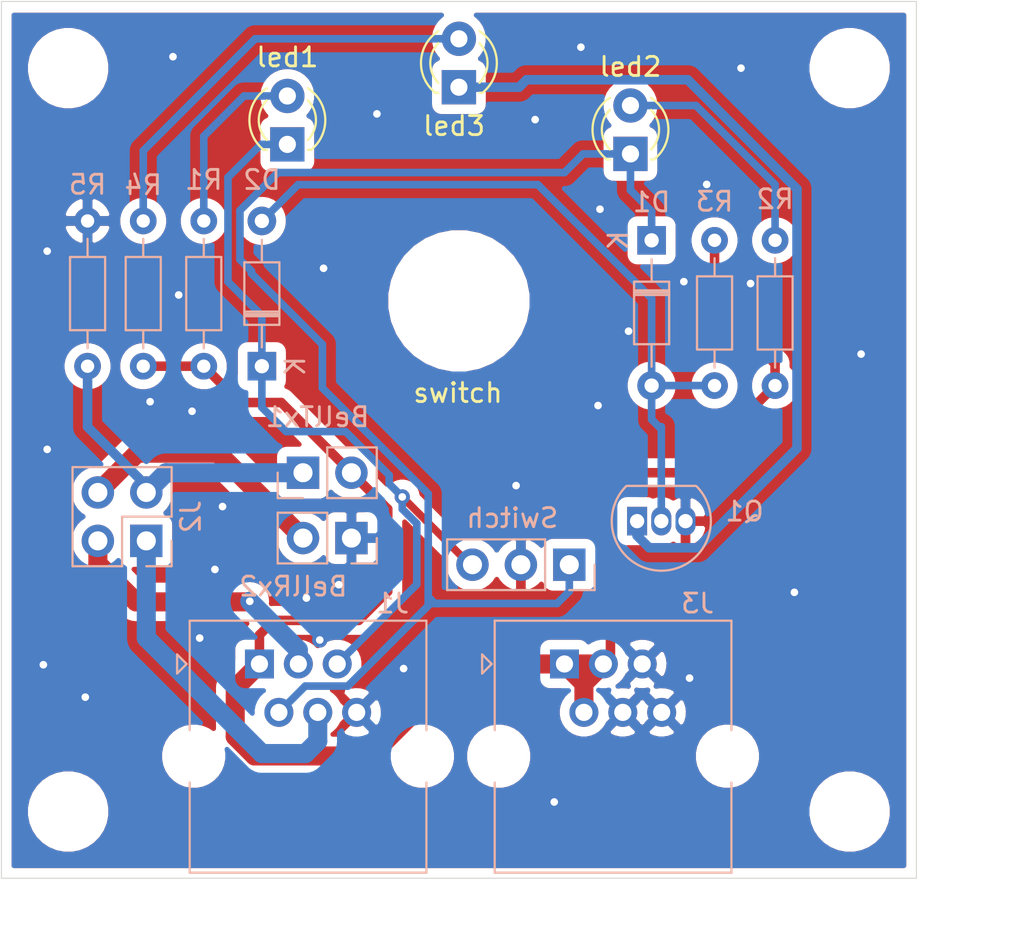
<source format=kicad_pcb>
(kicad_pcb (version 20171130) (host pcbnew "(5.1.6)-1")

  (general
    (thickness 1.6)
    (drawings 6)
    (tracks 150)
    (zones 0)
    (modules 22)
    (nets 14)
  )

  (page A4)
  (layers
    (0 F.Cu signal)
    (31 B.Cu signal)
    (32 B.Adhes user)
    (33 F.Adhes user)
    (34 B.Paste user)
    (35 F.Paste user)
    (36 B.SilkS user)
    (37 F.SilkS user)
    (38 B.Mask user)
    (39 F.Mask user)
    (40 Dwgs.User user)
    (41 Cmts.User user)
    (42 Eco1.User user)
    (43 Eco2.User user)
    (44 Edge.Cuts user)
    (45 Margin user)
    (46 B.CrtYd user)
    (47 F.CrtYd user)
    (48 B.Fab user hide)
    (49 F.Fab user hide)
  )

  (setup
    (last_trace_width 0.25)
    (user_trace_width 0.3)
    (user_trace_width 0.4)
    (user_trace_width 0.5)
    (user_trace_width 1)
    (trace_clearance 0.2)
    (zone_clearance 0.508)
    (zone_45_only no)
    (trace_min 0.2)
    (via_size 0.8)
    (via_drill 0.4)
    (via_min_size 0.4)
    (via_min_drill 0.3)
    (uvia_size 0.3)
    (uvia_drill 0.1)
    (uvias_allowed no)
    (uvia_min_size 0.2)
    (uvia_min_drill 0.1)
    (edge_width 0.05)
    (segment_width 0.2)
    (pcb_text_width 0.3)
    (pcb_text_size 1.5 1.5)
    (mod_edge_width 0.12)
    (mod_text_size 1 1)
    (mod_text_width 0.15)
    (pad_size 1.524 1.524)
    (pad_drill 0.762)
    (pad_to_mask_clearance 0.05)
    (aux_axis_origin 0 0)
    (visible_elements 7FFFFFFF)
    (pcbplotparams
      (layerselection 0x010fc_ffffffff)
      (usegerberextensions false)
      (usegerberattributes true)
      (usegerberadvancedattributes true)
      (creategerberjobfile true)
      (excludeedgelayer true)
      (linewidth 0.100000)
      (plotframeref false)
      (viasonmask false)
      (mode 1)
      (useauxorigin false)
      (hpglpennumber 1)
      (hpglpenspeed 20)
      (hpglpendiameter 15.000000)
      (psnegative false)
      (psa4output false)
      (plotreference true)
      (plotvalue true)
      (plotinvisibletext false)
      (padsonsilk false)
      (subtractmaskfromsilk false)
      (outputformat 1)
      (mirror false)
      (drillshape 0)
      (scaleselection 1)
      (outputdirectory ""))
  )

  (net 0 "")
  (net 1 GND)
  (net 2 +12V)
  (net 3 "Net-(J1-Pad4)")
  (net 4 "Net-(J1-Pad3)")
  (net 5 /bellRX)
  (net 6 /bellTX)
  (net 7 "Net-(Q1-Pad1)")
  (net 8 "Net-(D1-Pad2)")
  (net 9 /line1)
  (net 10 /line2)
  (net 11 "Net-(R1-Pad2)")
  (net 12 "Net-(R2-Pad2)")
  (net 13 "Net-(R4-Pad2)")

  (net_class Default "This is the default net class."
    (clearance 0.2)
    (trace_width 0.25)
    (via_dia 0.8)
    (via_drill 0.4)
    (uvia_dia 0.3)
    (uvia_drill 0.1)
    (add_net +12V)
    (add_net /bellRX)
    (add_net /bellTX)
    (add_net /line1)
    (add_net /line2)
    (add_net GND)
    (add_net "Net-(D1-Pad2)")
    (add_net "Net-(J1-Pad3)")
    (add_net "Net-(J1-Pad4)")
    (add_net "Net-(Q1-Pad1)")
    (add_net "Net-(R1-Pad2)")
    (add_net "Net-(R2-Pad2)")
    (add_net "Net-(R4-Pad2)")
  )

  (module Connector_PinHeader_2.54mm:PinHeader_2x02_P2.54mm_Vertical (layer B.Cu) (tedit 59FED5CC) (tstamp 61E46941)
    (at 155.1 89.3 90)
    (descr "Through hole straight pin header, 2x02, 2.54mm pitch, double rows")
    (tags "Through hole pin header THT 2x02 2.54mm double row")
    (path /61E4AB49)
    (fp_text reference J2 (at 1.27 2.33 90) (layer B.SilkS)
      (effects (font (size 1 1) (thickness 0.15)) (justify mirror))
    )
    (fp_text value JU (at 1.27 -4.87 90) (layer B.Fab)
      (effects (font (size 1 1) (thickness 0.15)) (justify mirror))
    )
    (fp_line (start 4.35 1.8) (end -1.8 1.8) (layer B.CrtYd) (width 0.05))
    (fp_line (start 4.35 -4.35) (end 4.35 1.8) (layer B.CrtYd) (width 0.05))
    (fp_line (start -1.8 -4.35) (end 4.35 -4.35) (layer B.CrtYd) (width 0.05))
    (fp_line (start -1.8 1.8) (end -1.8 -4.35) (layer B.CrtYd) (width 0.05))
    (fp_line (start -1.33 1.33) (end 0 1.33) (layer B.SilkS) (width 0.12))
    (fp_line (start -1.33 0) (end -1.33 1.33) (layer B.SilkS) (width 0.12))
    (fp_line (start 1.27 1.33) (end 3.87 1.33) (layer B.SilkS) (width 0.12))
    (fp_line (start 1.27 -1.27) (end 1.27 1.33) (layer B.SilkS) (width 0.12))
    (fp_line (start -1.33 -1.27) (end 1.27 -1.27) (layer B.SilkS) (width 0.12))
    (fp_line (start 3.87 1.33) (end 3.87 -3.87) (layer B.SilkS) (width 0.12))
    (fp_line (start -1.33 -1.27) (end -1.33 -3.87) (layer B.SilkS) (width 0.12))
    (fp_line (start -1.33 -3.87) (end 3.87 -3.87) (layer B.SilkS) (width 0.12))
    (fp_line (start -1.27 0) (end 0 1.27) (layer B.Fab) (width 0.1))
    (fp_line (start -1.27 -3.81) (end -1.27 0) (layer B.Fab) (width 0.1))
    (fp_line (start 3.81 -3.81) (end -1.27 -3.81) (layer B.Fab) (width 0.1))
    (fp_line (start 3.81 1.27) (end 3.81 -3.81) (layer B.Fab) (width 0.1))
    (fp_line (start 0 1.27) (end 3.81 1.27) (layer B.Fab) (width 0.1))
    (fp_text user %R (at 1.27 -1.27 180) (layer B.Fab)
      (effects (font (size 1 1) (thickness 0.15)) (justify mirror))
    )
    (pad 4 thru_hole oval (at 2.54 -2.54 90) (size 1.7 1.7) (drill 1) (layers *.Cu *.Mask)
      (net 5 /bellRX))
    (pad 3 thru_hole oval (at 0 -2.54 90) (size 1.7 1.7) (drill 1) (layers *.Cu *.Mask)
      (net 4 "Net-(J1-Pad3)"))
    (pad 2 thru_hole oval (at 2.54 0 90) (size 1.7 1.7) (drill 1) (layers *.Cu *.Mask)
      (net 6 /bellTX))
    (pad 1 thru_hole rect (at 0 0 90) (size 1.7 1.7) (drill 1) (layers *.Cu *.Mask)
      (net 3 "Net-(J1-Pad4)"))
    (model ${KISYS3DMOD}/Connector_PinHeader_2.54mm.3dshapes/PinHeader_2x02_P2.54mm_Vertical.wrl
      (at (xyz 0 0 0))
      (scale (xyz 1 1 1))
      (rotate (xyz 0 0 0))
    )
  )

  (module Connector_PinHeader_2.54mm:PinHeader_1x03_P2.54mm_Vertical (layer B.Cu) (tedit 59FED5CC) (tstamp 61D9F632)
    (at 177.292 90.551 90)
    (descr "Through hole straight pin header, 1x03, 2.54mm pitch, single row")
    (tags "Through hole pin header THT 1x03 2.54mm single row")
    (path /61DF1712)
    (fp_text reference Switch (at 2.451 -2.992 -180) (layer B.SilkS)
      (effects (font (size 1 1) (thickness 0.15)) (justify mirror))
    )
    (fp_text value SW_SPDT (at 0 -7.41 -90) (layer B.Fab)
      (effects (font (size 1 1) (thickness 0.15)) (justify mirror))
    )
    (fp_line (start 1.8 1.8) (end -1.8 1.8) (layer B.CrtYd) (width 0.05))
    (fp_line (start 1.8 -6.85) (end 1.8 1.8) (layer B.CrtYd) (width 0.05))
    (fp_line (start -1.8 -6.85) (end 1.8 -6.85) (layer B.CrtYd) (width 0.05))
    (fp_line (start -1.8 1.8) (end -1.8 -6.85) (layer B.CrtYd) (width 0.05))
    (fp_line (start -1.33 1.33) (end 0 1.33) (layer B.SilkS) (width 0.12))
    (fp_line (start -1.33 0) (end -1.33 1.33) (layer B.SilkS) (width 0.12))
    (fp_line (start -1.33 -1.27) (end 1.33 -1.27) (layer B.SilkS) (width 0.12))
    (fp_line (start 1.33 -1.27) (end 1.33 -6.41) (layer B.SilkS) (width 0.12))
    (fp_line (start -1.33 -1.27) (end -1.33 -6.41) (layer B.SilkS) (width 0.12))
    (fp_line (start -1.33 -6.41) (end 1.33 -6.41) (layer B.SilkS) (width 0.12))
    (fp_line (start -1.27 0.635) (end -0.635 1.27) (layer B.Fab) (width 0.1))
    (fp_line (start -1.27 -6.35) (end -1.27 0.635) (layer B.Fab) (width 0.1))
    (fp_line (start 1.27 -6.35) (end -1.27 -6.35) (layer B.Fab) (width 0.1))
    (fp_line (start 1.27 1.27) (end 1.27 -6.35) (layer B.Fab) (width 0.1))
    (fp_line (start -0.635 1.27) (end 1.27 1.27) (layer B.Fab) (width 0.1))
    (fp_text user %R (at 0 -2.54) (layer B.Fab)
      (effects (font (size 1 1) (thickness 0.15)) (justify mirror))
    )
    (pad 1 thru_hole rect (at 0 0 90) (size 1.7 1.7) (drill 1) (layers *.Cu *.Mask)
      (net 9 /line1))
    (pad 2 thru_hole oval (at 0 -2.54 90) (size 1.7 1.7) (drill 1) (layers *.Cu *.Mask)
      (net 1 GND))
    (pad 3 thru_hole oval (at 0 -5.08 90) (size 1.7 1.7) (drill 1) (layers *.Cu *.Mask)
      (net 10 /line2))
    (model ${KISYS3DMOD}/Connector_PinHeader_2.54mm.3dshapes/PinHeader_1x03_P2.54mm_Vertical.wrl
      (at (xyz 0 0 0))
      (scale (xyz 1 1 1))
      (rotate (xyz 0 0 0))
    )
  )

  (module MountingHole:MountingHole_3.2mm_M3 (layer F.Cu) (tedit 56D1B4CB) (tstamp 61DA9039)
    (at 151 64.5)
    (descr "Mounting Hole 3.2mm, no annular, M3")
    (tags "mounting hole 3.2mm no annular m3")
    (attr virtual)
    (fp_text reference REF** (at 0 -4.2) (layer F.Fab)
      (effects (font (size 1 1) (thickness 0.15)))
    )
    (fp_text value MountingHole_3.2mm_M3 (at 0 4.2) (layer F.Fab)
      (effects (font (size 1 1) (thickness 0.15)))
    )
    (fp_circle (center 0 0) (end 3.2 0) (layer Cmts.User) (width 0.15))
    (fp_circle (center 0 0) (end 3.45 0) (layer F.CrtYd) (width 0.05))
    (fp_text user %R (at 0.3 0) (layer F.Fab)
      (effects (font (size 1 1) (thickness 0.15)))
    )
    (pad 1 np_thru_hole circle (at 0 0) (size 3.2 3.2) (drill 3.2) (layers *.Cu *.Mask))
  )

  (module MountingHole:MountingHole_3.2mm_M3 (layer F.Cu) (tedit 56D1B4CB) (tstamp 61DA9039)
    (at 192 64.5)
    (descr "Mounting Hole 3.2mm, no annular, M3")
    (tags "mounting hole 3.2mm no annular m3")
    (attr virtual)
    (fp_text reference REF** (at 0 -4.2) (layer F.Fab)
      (effects (font (size 1 1) (thickness 0.15)))
    )
    (fp_text value MountingHole_3.2mm_M3 (at 0 4.2) (layer F.Fab)
      (effects (font (size 1 1) (thickness 0.15)))
    )
    (fp_circle (center 0 0) (end 3.2 0) (layer Cmts.User) (width 0.15))
    (fp_circle (center 0 0) (end 3.45 0) (layer F.CrtYd) (width 0.05))
    (fp_text user %R (at 0.3 0) (layer F.Fab)
      (effects (font (size 1 1) (thickness 0.15)))
    )
    (pad 1 np_thru_hole circle (at 0 0) (size 3.2 3.2) (drill 3.2) (layers *.Cu *.Mask))
  )

  (module Connector_PinHeader_2.54mm:PinHeader_1x02_P2.54mm_Vertical (layer B.Cu) (tedit 59FED5CC) (tstamp 61DA67CC)
    (at 165.862 89.154 90)
    (descr "Through hole straight pin header, 1x02, 2.54mm pitch, single row")
    (tags "Through hole pin header THT 1x02 2.54mm single row")
    (path /61DCB3C6)
    (fp_text reference BellRx2 (at -2.54 -3.048) (layer B.SilkS)
      (effects (font (size 1 1) (thickness 0.15)) (justify mirror))
    )
    (fp_text value BellRx (at 0 -4.87 270) (layer B.Fab)
      (effects (font (size 1 1) (thickness 0.15)) (justify mirror))
    )
    (fp_line (start -0.635 1.27) (end 1.27 1.27) (layer B.Fab) (width 0.1))
    (fp_line (start 1.27 1.27) (end 1.27 -3.81) (layer B.Fab) (width 0.1))
    (fp_line (start 1.27 -3.81) (end -1.27 -3.81) (layer B.Fab) (width 0.1))
    (fp_line (start -1.27 -3.81) (end -1.27 0.635) (layer B.Fab) (width 0.1))
    (fp_line (start -1.27 0.635) (end -0.635 1.27) (layer B.Fab) (width 0.1))
    (fp_line (start -1.33 -3.87) (end 1.33 -3.87) (layer B.SilkS) (width 0.12))
    (fp_line (start -1.33 -1.27) (end -1.33 -3.87) (layer B.SilkS) (width 0.12))
    (fp_line (start 1.33 -1.27) (end 1.33 -3.87) (layer B.SilkS) (width 0.12))
    (fp_line (start -1.33 -1.27) (end 1.33 -1.27) (layer B.SilkS) (width 0.12))
    (fp_line (start -1.33 0) (end -1.33 1.33) (layer B.SilkS) (width 0.12))
    (fp_line (start -1.33 1.33) (end 0 1.33) (layer B.SilkS) (width 0.12))
    (fp_line (start -1.8 1.8) (end -1.8 -4.35) (layer B.CrtYd) (width 0.05))
    (fp_line (start -1.8 -4.35) (end 1.8 -4.35) (layer B.CrtYd) (width 0.05))
    (fp_line (start 1.8 -4.35) (end 1.8 1.8) (layer B.CrtYd) (width 0.05))
    (fp_line (start 1.8 1.8) (end -1.8 1.8) (layer B.CrtYd) (width 0.05))
    (fp_text user %R (at 0 -1.27) (layer B.Fab)
      (effects (font (size 1 1) (thickness 0.15)) (justify mirror))
    )
    (pad 2 thru_hole oval (at 0 -2.54 90) (size 1.7 1.7) (drill 1) (layers *.Cu *.Mask)
      (net 5 /bellRX))
    (pad 1 thru_hole rect (at 0 0 90) (size 1.7 1.7) (drill 1) (layers *.Cu *.Mask)
      (net 1 GND))
    (model ${KISYS3DMOD}/Connector_PinHeader_2.54mm.3dshapes/PinHeader_1x02_P2.54mm_Vertical.wrl
      (at (xyz 0 0 0))
      (scale (xyz 1 1 1))
      (rotate (xyz 0 0 0))
    )
  )

  (module Connector_PinSocket_2.54mm:PinSocket_1x02_P2.54mm_Vertical (layer B.Cu) (tedit 5A19A420) (tstamp 61D9F649)
    (at 163.322 85.725 270)
    (descr "Through hole straight socket strip, 1x02, 2.54mm pitch, single row (from Kicad 4.0.7), script generated")
    (tags "Through hole socket strip THT 1x02 2.54mm single row")
    (path /615A8441)
    (fp_text reference BellTx1 (at -2.921 -0.762 180) (layer B.SilkS)
      (effects (font (size 1 1) (thickness 0.15)) (justify mirror))
    )
    (fp_text value "bell TX" (at 0 -5.31 270) (layer B.Fab)
      (effects (font (size 1 1) (thickness 0.15)) (justify mirror))
    )
    (fp_line (start -1.27 1.27) (end 0.635 1.27) (layer B.Fab) (width 0.1))
    (fp_line (start 0.635 1.27) (end 1.27 0.635) (layer B.Fab) (width 0.1))
    (fp_line (start 1.27 0.635) (end 1.27 -3.81) (layer B.Fab) (width 0.1))
    (fp_line (start 1.27 -3.81) (end -1.27 -3.81) (layer B.Fab) (width 0.1))
    (fp_line (start -1.27 -3.81) (end -1.27 1.27) (layer B.Fab) (width 0.1))
    (fp_line (start -1.33 -1.27) (end 1.33 -1.27) (layer B.SilkS) (width 0.12))
    (fp_line (start -1.33 -1.27) (end -1.33 -3.87) (layer B.SilkS) (width 0.12))
    (fp_line (start -1.33 -3.87) (end 1.33 -3.87) (layer B.SilkS) (width 0.12))
    (fp_line (start 1.33 -1.27) (end 1.33 -3.87) (layer B.SilkS) (width 0.12))
    (fp_line (start 1.33 1.33) (end 1.33 0) (layer B.SilkS) (width 0.12))
    (fp_line (start 0 1.33) (end 1.33 1.33) (layer B.SilkS) (width 0.12))
    (fp_line (start -1.8 1.8) (end 1.75 1.8) (layer B.CrtYd) (width 0.05))
    (fp_line (start 1.75 1.8) (end 1.75 -4.3) (layer B.CrtYd) (width 0.05))
    (fp_line (start 1.75 -4.3) (end -1.8 -4.3) (layer B.CrtYd) (width 0.05))
    (fp_line (start -1.8 -4.3) (end -1.8 1.8) (layer B.CrtYd) (width 0.05))
    (fp_text user %R (at 0 -1.27) (layer B.Fab)
      (effects (font (size 1 1) (thickness 0.15)) (justify mirror))
    )
    (pad 2 thru_hole oval (at 0 -2.54 270) (size 1.7 1.7) (drill 1) (layers *.Cu *.Mask)
      (net 2 +12V))
    (pad 1 thru_hole rect (at 0 0 270) (size 1.7 1.7) (drill 1) (layers *.Cu *.Mask)
      (net 6 /bellTX))
    (model ${KISYS3DMOD}/Connector_PinSocket_2.54mm.3dshapes/PinSocket_1x02_P2.54mm_Vertical.wrl
      (at (xyz 0 0 0))
      (scale (xyz 1 1 1))
      (rotate (xyz 0 0 0))
    )
  )

  (module MountingHole:MountingHole_3.2mm_M3 (layer F.Cu) (tedit 56D1B4CB) (tstamp 61DA4F32)
    (at 151 103.5)
    (descr "Mounting Hole 3.2mm, no annular, M3")
    (tags "mounting hole 3.2mm no annular m3")
    (attr virtual)
    (fp_text reference REF** (at 0 -4.2) (layer F.Fab)
      (effects (font (size 1 1) (thickness 0.15)))
    )
    (fp_text value MountingHole_3.2mm_M3 (at 0 4.2) (layer F.Fab)
      (effects (font (size 1 1) (thickness 0.15)))
    )
    (fp_circle (center 0 0) (end 3.2 0) (layer Cmts.User) (width 0.15))
    (fp_circle (center 0 0) (end 3.45 0) (layer F.CrtYd) (width 0.05))
    (fp_text user %R (at 0.3 0) (layer F.Fab)
      (effects (font (size 1 1) (thickness 0.15)))
    )
    (pad 1 np_thru_hole circle (at 0 0) (size 3.2 3.2) (drill 3.2) (layers *.Cu *.Mask))
  )

  (module MountingHole:MountingHole_3.2mm_M3 (layer F.Cu) (tedit 56D1B4CB) (tstamp 61DA4C26)
    (at 192 103.5)
    (descr "Mounting Hole 3.2mm, no annular, M3")
    (tags "mounting hole 3.2mm no annular m3")
    (attr virtual)
    (fp_text reference REF** (at 0 -4.2) (layer F.Fab)
      (effects (font (size 1 1) (thickness 0.15)))
    )
    (fp_text value MountingHole_3.2mm_M3 (at 0 4.2) (layer F.Fab)
      (effects (font (size 1 1) (thickness 0.15)))
    )
    (fp_circle (center 0 0) (end 3.2 0) (layer Cmts.User) (width 0.15))
    (fp_circle (center 0 0) (end 3.45 0) (layer F.CrtYd) (width 0.05))
    (fp_text user %R (at 0.3 0) (layer F.Fab)
      (effects (font (size 1 1) (thickness 0.15)))
    )
    (pad 1 np_thru_hole circle (at 0 0) (size 3.2 3.2) (drill 3.2) (layers *.Cu *.Mask))
  )

  (module Resistor_THT:R_Axial_DIN0204_L3.6mm_D1.6mm_P7.62mm_Horizontal (layer B.Cu) (tedit 5AE5139B) (tstamp 61D9F61B)
    (at 152.019 80.137 90)
    (descr "Resistor, Axial_DIN0204 series, Axial, Horizontal, pin pitch=7.62mm, 0.167W, length*diameter=3.6*1.6mm^2, http://cdn-reichelt.de/documents/datenblatt/B400/1_4W%23YAG.pdf")
    (tags "Resistor Axial_DIN0204 series Axial Horizontal pin pitch 7.62mm 0.167W length 3.6mm diameter 1.6mm")
    (path /615ACEA2)
    (fp_text reference R5 (at 9.526 0 180) (layer B.SilkS)
      (effects (font (size 1 1) (thickness 0.15)) (justify mirror))
    )
    (fp_text value 1k (at 3.81 -1.92 270) (layer B.Fab)
      (effects (font (size 1 1) (thickness 0.15)) (justify mirror))
    )
    (fp_line (start 2.01 0.8) (end 2.01 -0.8) (layer B.Fab) (width 0.1))
    (fp_line (start 2.01 -0.8) (end 5.61 -0.8) (layer B.Fab) (width 0.1))
    (fp_line (start 5.61 -0.8) (end 5.61 0.8) (layer B.Fab) (width 0.1))
    (fp_line (start 5.61 0.8) (end 2.01 0.8) (layer B.Fab) (width 0.1))
    (fp_line (start 0 0) (end 2.01 0) (layer B.Fab) (width 0.1))
    (fp_line (start 7.62 0) (end 5.61 0) (layer B.Fab) (width 0.1))
    (fp_line (start 1.89 0.92) (end 1.89 -0.92) (layer B.SilkS) (width 0.12))
    (fp_line (start 1.89 -0.92) (end 5.73 -0.92) (layer B.SilkS) (width 0.12))
    (fp_line (start 5.73 -0.92) (end 5.73 0.92) (layer B.SilkS) (width 0.12))
    (fp_line (start 5.73 0.92) (end 1.89 0.92) (layer B.SilkS) (width 0.12))
    (fp_line (start 0.94 0) (end 1.89 0) (layer B.SilkS) (width 0.12))
    (fp_line (start 6.68 0) (end 5.73 0) (layer B.SilkS) (width 0.12))
    (fp_line (start -0.95 1.05) (end -0.95 -1.05) (layer B.CrtYd) (width 0.05))
    (fp_line (start -0.95 -1.05) (end 8.57 -1.05) (layer B.CrtYd) (width 0.05))
    (fp_line (start 8.57 -1.05) (end 8.57 1.05) (layer B.CrtYd) (width 0.05))
    (fp_line (start 8.57 1.05) (end -0.95 1.05) (layer B.CrtYd) (width 0.05))
    (fp_text user %R (at 3.81 0 270) (layer B.Fab)
      (effects (font (size 0.72 0.72) (thickness 0.108)) (justify mirror))
    )
    (pad 2 thru_hole oval (at 7.62 0 90) (size 1.4 1.4) (drill 0.7) (layers *.Cu *.Mask)
      (net 1 GND))
    (pad 1 thru_hole circle (at 0 0 90) (size 1.4 1.4) (drill 0.7) (layers *.Cu *.Mask)
      (net 6 /bellTX))
    (model ${KISYS3DMOD}/Resistor_THT.3dshapes/R_Axial_DIN0204_L3.6mm_D1.6mm_P7.62mm_Horizontal.wrl
      (at (xyz 0 0 0))
      (scale (xyz 1 1 1))
      (rotate (xyz 0 0 0))
    )
  )

  (module Resistor_THT:R_Axial_DIN0204_L3.6mm_D1.6mm_P7.62mm_Horizontal (layer B.Cu) (tedit 5AE5139B) (tstamp 61D9F604)
    (at 154.94 80.137 90)
    (descr "Resistor, Axial_DIN0204 series, Axial, Horizontal, pin pitch=7.62mm, 0.167W, length*diameter=3.6*1.6mm^2, http://cdn-reichelt.de/documents/datenblatt/B400/1_4W%23YAG.pdf")
    (tags "Resistor Axial_DIN0204 series Axial Horizontal pin pitch 7.62mm 0.167W length 3.6mm diameter 1.6mm")
    (path /617995CD)
    (fp_text reference R4 (at 9.5 0 180) (layer B.SilkS)
      (effects (font (size 1 1) (thickness 0.15)) (justify mirror))
    )
    (fp_text value 1k (at 3.81 -1.92 270) (layer B.Fab)
      (effects (font (size 1 1) (thickness 0.15)) (justify mirror))
    )
    (fp_line (start 2.01 0.8) (end 2.01 -0.8) (layer B.Fab) (width 0.1))
    (fp_line (start 2.01 -0.8) (end 5.61 -0.8) (layer B.Fab) (width 0.1))
    (fp_line (start 5.61 -0.8) (end 5.61 0.8) (layer B.Fab) (width 0.1))
    (fp_line (start 5.61 0.8) (end 2.01 0.8) (layer B.Fab) (width 0.1))
    (fp_line (start 0 0) (end 2.01 0) (layer B.Fab) (width 0.1))
    (fp_line (start 7.62 0) (end 5.61 0) (layer B.Fab) (width 0.1))
    (fp_line (start 1.89 0.92) (end 1.89 -0.92) (layer B.SilkS) (width 0.12))
    (fp_line (start 1.89 -0.92) (end 5.73 -0.92) (layer B.SilkS) (width 0.12))
    (fp_line (start 5.73 -0.92) (end 5.73 0.92) (layer B.SilkS) (width 0.12))
    (fp_line (start 5.73 0.92) (end 1.89 0.92) (layer B.SilkS) (width 0.12))
    (fp_line (start 0.94 0) (end 1.89 0) (layer B.SilkS) (width 0.12))
    (fp_line (start 6.68 0) (end 5.73 0) (layer B.SilkS) (width 0.12))
    (fp_line (start -0.95 1.05) (end -0.95 -1.05) (layer B.CrtYd) (width 0.05))
    (fp_line (start -0.95 -1.05) (end 8.57 -1.05) (layer B.CrtYd) (width 0.05))
    (fp_line (start 8.57 -1.05) (end 8.57 1.05) (layer B.CrtYd) (width 0.05))
    (fp_line (start 8.57 1.05) (end -0.95 1.05) (layer B.CrtYd) (width 0.05))
    (fp_text user %R (at 3.81 0 270) (layer B.Fab)
      (effects (font (size 0.72 0.72) (thickness 0.108)) (justify mirror))
    )
    (pad 2 thru_hole oval (at 7.62 0 90) (size 1.4 1.4) (drill 0.7) (layers *.Cu *.Mask)
      (net 13 "Net-(R4-Pad2)"))
    (pad 1 thru_hole circle (at 0 0 90) (size 1.4 1.4) (drill 0.7) (layers *.Cu *.Mask)
      (net 2 +12V))
    (model ${KISYS3DMOD}/Resistor_THT.3dshapes/R_Axial_DIN0204_L3.6mm_D1.6mm_P7.62mm_Horizontal.wrl
      (at (xyz 0 0 0))
      (scale (xyz 1 1 1))
      (rotate (xyz 0 0 0))
    )
  )

  (module Resistor_THT:R_Axial_DIN0204_L3.6mm_D1.6mm_P7.62mm_Horizontal (layer B.Cu) (tedit 5AE5139B) (tstamp 61D9F5ED)
    (at 184.912 73.533 270)
    (descr "Resistor, Axial_DIN0204 series, Axial, Horizontal, pin pitch=7.62mm, 0.167W, length*diameter=3.6*1.6mm^2, http://cdn-reichelt.de/documents/datenblatt/B400/1_4W%23YAG.pdf")
    (tags "Resistor Axial_DIN0204 series Axial Horizontal pin pitch 7.62mm 0.167W length 3.6mm diameter 1.6mm")
    (path /6155B1AD)
    (fp_text reference R3 (at -2.032 0 180) (layer B.SilkS)
      (effects (font (size 1 1) (thickness 0.15)) (justify mirror))
    )
    (fp_text value 10k (at 3.81 -1.92 270) (layer B.Fab)
      (effects (font (size 1 1) (thickness 0.15)) (justify mirror))
    )
    (fp_line (start 2.01 0.8) (end 2.01 -0.8) (layer B.Fab) (width 0.1))
    (fp_line (start 2.01 -0.8) (end 5.61 -0.8) (layer B.Fab) (width 0.1))
    (fp_line (start 5.61 -0.8) (end 5.61 0.8) (layer B.Fab) (width 0.1))
    (fp_line (start 5.61 0.8) (end 2.01 0.8) (layer B.Fab) (width 0.1))
    (fp_line (start 0 0) (end 2.01 0) (layer B.Fab) (width 0.1))
    (fp_line (start 7.62 0) (end 5.61 0) (layer B.Fab) (width 0.1))
    (fp_line (start 1.89 0.92) (end 1.89 -0.92) (layer B.SilkS) (width 0.12))
    (fp_line (start 1.89 -0.92) (end 5.73 -0.92) (layer B.SilkS) (width 0.12))
    (fp_line (start 5.73 -0.92) (end 5.73 0.92) (layer B.SilkS) (width 0.12))
    (fp_line (start 5.73 0.92) (end 1.89 0.92) (layer B.SilkS) (width 0.12))
    (fp_line (start 0.94 0) (end 1.89 0) (layer B.SilkS) (width 0.12))
    (fp_line (start 6.68 0) (end 5.73 0) (layer B.SilkS) (width 0.12))
    (fp_line (start -0.95 1.05) (end -0.95 -1.05) (layer B.CrtYd) (width 0.05))
    (fp_line (start -0.95 -1.05) (end 8.57 -1.05) (layer B.CrtYd) (width 0.05))
    (fp_line (start 8.57 -1.05) (end 8.57 1.05) (layer B.CrtYd) (width 0.05))
    (fp_line (start 8.57 1.05) (end -0.95 1.05) (layer B.CrtYd) (width 0.05))
    (fp_text user %R (at 3.81 0 270) (layer B.Fab)
      (effects (font (size 0.72 0.72) (thickness 0.108)) (justify mirror))
    )
    (pad 2 thru_hole oval (at 7.62 0 270) (size 1.4 1.4) (drill 0.7) (layers *.Cu *.Mask)
      (net 8 "Net-(D1-Pad2)"))
    (pad 1 thru_hole circle (at 0 0 270) (size 1.4 1.4) (drill 0.7) (layers *.Cu *.Mask)
      (net 2 +12V))
    (model ${KISYS3DMOD}/Resistor_THT.3dshapes/R_Axial_DIN0204_L3.6mm_D1.6mm_P7.62mm_Horizontal.wrl
      (at (xyz 0 0 0))
      (scale (xyz 1 1 1))
      (rotate (xyz 0 0 0))
    )
  )

  (module Resistor_THT:R_Axial_DIN0204_L3.6mm_D1.6mm_P7.62mm_Horizontal (layer B.Cu) (tedit 5AE5139B) (tstamp 61D9F5D6)
    (at 188.087 81.153 90)
    (descr "Resistor, Axial_DIN0204 series, Axial, Horizontal, pin pitch=7.62mm, 0.167W, length*diameter=3.6*1.6mm^2, http://cdn-reichelt.de/documents/datenblatt/B400/1_4W%23YAG.pdf")
    (tags "Resistor Axial_DIN0204 series Axial Horizontal pin pitch 7.62mm 0.167W length 3.6mm diameter 1.6mm")
    (path /6153F277)
    (fp_text reference R2 (at 9.78 0 180) (layer B.SilkS)
      (effects (font (size 1 1) (thickness 0.15)) (justify mirror))
    )
    (fp_text value 1k (at 3.81 -1.92 270) (layer B.Fab)
      (effects (font (size 1 1) (thickness 0.15)) (justify mirror))
    )
    (fp_line (start 2.01 0.8) (end 2.01 -0.8) (layer B.Fab) (width 0.1))
    (fp_line (start 2.01 -0.8) (end 5.61 -0.8) (layer B.Fab) (width 0.1))
    (fp_line (start 5.61 -0.8) (end 5.61 0.8) (layer B.Fab) (width 0.1))
    (fp_line (start 5.61 0.8) (end 2.01 0.8) (layer B.Fab) (width 0.1))
    (fp_line (start 0 0) (end 2.01 0) (layer B.Fab) (width 0.1))
    (fp_line (start 7.62 0) (end 5.61 0) (layer B.Fab) (width 0.1))
    (fp_line (start 1.89 0.92) (end 1.89 -0.92) (layer B.SilkS) (width 0.12))
    (fp_line (start 1.89 -0.92) (end 5.73 -0.92) (layer B.SilkS) (width 0.12))
    (fp_line (start 5.73 -0.92) (end 5.73 0.92) (layer B.SilkS) (width 0.12))
    (fp_line (start 5.73 0.92) (end 1.89 0.92) (layer B.SilkS) (width 0.12))
    (fp_line (start 0.94 0) (end 1.89 0) (layer B.SilkS) (width 0.12))
    (fp_line (start 6.68 0) (end 5.73 0) (layer B.SilkS) (width 0.12))
    (fp_line (start -0.95 1.05) (end -0.95 -1.05) (layer B.CrtYd) (width 0.05))
    (fp_line (start -0.95 -1.05) (end 8.57 -1.05) (layer B.CrtYd) (width 0.05))
    (fp_line (start 8.57 -1.05) (end 8.57 1.05) (layer B.CrtYd) (width 0.05))
    (fp_line (start 8.57 1.05) (end -0.95 1.05) (layer B.CrtYd) (width 0.05))
    (fp_text user %R (at 3.81 0 270) (layer B.Fab)
      (effects (font (size 0.72 0.72) (thickness 0.108)) (justify mirror))
    )
    (pad 2 thru_hole oval (at 7.62 0 90) (size 1.4 1.4) (drill 0.7) (layers *.Cu *.Mask)
      (net 12 "Net-(R2-Pad2)"))
    (pad 1 thru_hole circle (at 0 0 90) (size 1.4 1.4) (drill 0.7) (layers *.Cu *.Mask)
      (net 2 +12V))
    (model ${KISYS3DMOD}/Resistor_THT.3dshapes/R_Axial_DIN0204_L3.6mm_D1.6mm_P7.62mm_Horizontal.wrl
      (at (xyz 0 0 0))
      (scale (xyz 1 1 1))
      (rotate (xyz 0 0 0))
    )
  )

  (module Resistor_THT:R_Axial_DIN0204_L3.6mm_D1.6mm_P7.62mm_Horizontal (layer B.Cu) (tedit 5AE5139B) (tstamp 61D9F5BF)
    (at 158.115 80.137 90)
    (descr "Resistor, Axial_DIN0204 series, Axial, Horizontal, pin pitch=7.62mm, 0.167W, length*diameter=3.6*1.6mm^2, http://cdn-reichelt.de/documents/datenblatt/B400/1_4W%23YAG.pdf")
    (tags "Resistor Axial_DIN0204 series Axial Horizontal pin pitch 7.62mm 0.167W length 3.6mm diameter 1.6mm")
    (path /61572B4C)
    (fp_text reference R1 (at 9.78 0 180) (layer B.SilkS)
      (effects (font (size 1 1) (thickness 0.15)) (justify mirror))
    )
    (fp_text value 1k (at 3.81 -1.92 270) (layer B.Fab)
      (effects (font (size 1 1) (thickness 0.15)) (justify mirror))
    )
    (fp_line (start 2.01 0.8) (end 2.01 -0.8) (layer B.Fab) (width 0.1))
    (fp_line (start 2.01 -0.8) (end 5.61 -0.8) (layer B.Fab) (width 0.1))
    (fp_line (start 5.61 -0.8) (end 5.61 0.8) (layer B.Fab) (width 0.1))
    (fp_line (start 5.61 0.8) (end 2.01 0.8) (layer B.Fab) (width 0.1))
    (fp_line (start 0 0) (end 2.01 0) (layer B.Fab) (width 0.1))
    (fp_line (start 7.62 0) (end 5.61 0) (layer B.Fab) (width 0.1))
    (fp_line (start 1.89 0.92) (end 1.89 -0.92) (layer B.SilkS) (width 0.12))
    (fp_line (start 1.89 -0.92) (end 5.73 -0.92) (layer B.SilkS) (width 0.12))
    (fp_line (start 5.73 -0.92) (end 5.73 0.92) (layer B.SilkS) (width 0.12))
    (fp_line (start 5.73 0.92) (end 1.89 0.92) (layer B.SilkS) (width 0.12))
    (fp_line (start 0.94 0) (end 1.89 0) (layer B.SilkS) (width 0.12))
    (fp_line (start 6.68 0) (end 5.73 0) (layer B.SilkS) (width 0.12))
    (fp_line (start -0.95 1.05) (end -0.95 -1.05) (layer B.CrtYd) (width 0.05))
    (fp_line (start -0.95 -1.05) (end 8.57 -1.05) (layer B.CrtYd) (width 0.05))
    (fp_line (start 8.57 -1.05) (end 8.57 1.05) (layer B.CrtYd) (width 0.05))
    (fp_line (start 8.57 1.05) (end -0.95 1.05) (layer B.CrtYd) (width 0.05))
    (fp_text user %R (at 3.81 0 270) (layer B.Fab)
      (effects (font (size 0.72 0.72) (thickness 0.108)) (justify mirror))
    )
    (pad 2 thru_hole oval (at 7.62 0 90) (size 1.4 1.4) (drill 0.7) (layers *.Cu *.Mask)
      (net 11 "Net-(R1-Pad2)"))
    (pad 1 thru_hole circle (at 0 0 90) (size 1.4 1.4) (drill 0.7) (layers *.Cu *.Mask)
      (net 2 +12V))
    (model ${KISYS3DMOD}/Resistor_THT.3dshapes/R_Axial_DIN0204_L3.6mm_D1.6mm_P7.62mm_Horizontal.wrl
      (at (xyz 0 0 0))
      (scale (xyz 1 1 1))
      (rotate (xyz 0 0 0))
    )
  )

  (module Package_TO_SOT_THT:TO-92_Inline (layer B.Cu) (tedit 5A1DD157) (tstamp 61D9F5A8)
    (at 180.848 88.265)
    (descr "TO-92 leads in-line, narrow, oval pads, drill 0.75mm (see NXP sot054_po.pdf)")
    (tags "to-92 sc-43 sc-43a sot54 PA33 transistor")
    (path /616054E2)
    (fp_text reference Q1 (at 5.636 -0.508 -180) (layer B.SilkS)
      (effects (font (size 1 1) (thickness 0.15)) (justify mirror))
    )
    (fp_text value BC517 (at 1.27 -2.79) (layer B.Fab)
      (effects (font (size 1 1) (thickness 0.15)) (justify mirror))
    )
    (fp_line (start -0.53 -1.85) (end 3.07 -1.85) (layer B.SilkS) (width 0.12))
    (fp_line (start -0.5 -1.75) (end 3 -1.75) (layer B.Fab) (width 0.1))
    (fp_line (start -1.46 2.73) (end 4 2.73) (layer B.CrtYd) (width 0.05))
    (fp_line (start -1.46 2.73) (end -1.46 -2.01) (layer B.CrtYd) (width 0.05))
    (fp_line (start 4 -2.01) (end 4 2.73) (layer B.CrtYd) (width 0.05))
    (fp_line (start 4 -2.01) (end -1.46 -2.01) (layer B.CrtYd) (width 0.05))
    (fp_arc (start 1.27 0) (end 1.27 2.6) (angle -135) (layer B.SilkS) (width 0.12))
    (fp_arc (start 1.27 0) (end 1.27 2.48) (angle 135) (layer B.Fab) (width 0.1))
    (fp_arc (start 1.27 0) (end 1.27 2.6) (angle 135) (layer B.SilkS) (width 0.12))
    (fp_arc (start 1.27 0) (end 1.27 2.48) (angle -135) (layer B.Fab) (width 0.1))
    (fp_text user %R (at 1.27 3.56) (layer B.Fab)
      (effects (font (size 1 1) (thickness 0.15)) (justify mirror))
    )
    (pad 1 thru_hole rect (at 0 0) (size 1.05 1.5) (drill 0.75) (layers *.Cu *.Mask)
      (net 7 "Net-(Q1-Pad1)"))
    (pad 3 thru_hole oval (at 2.54 0) (size 1.05 1.5) (drill 0.75) (layers *.Cu *.Mask)
      (net 1 GND))
    (pad 2 thru_hole oval (at 1.27 0) (size 1.05 1.5) (drill 0.75) (layers *.Cu *.Mask)
      (net 8 "Net-(D1-Pad2)"))
    (model ${KISYS3DMOD}/Package_TO_SOT_THT.3dshapes/TO-92_Inline.wrl
      (at (xyz 0 0 0))
      (scale (xyz 1 1 1))
      (rotate (xyz 0 0 0))
    )
  )

  (module LED_THT:LED_D3.0mm (layer F.Cu) (tedit 587A3A7B) (tstamp 61D9F596)
    (at 171.5 65.5 90)
    (descr "LED, diameter 3.0mm, 2 pins")
    (tags "LED diameter 3.0mm 2 pins")
    (path /6155BBF6)
    (fp_text reference led3 (at -2.032 -0.254 180) (layer F.SilkS)
      (effects (font (size 1 1) (thickness 0.15)))
    )
    (fp_text value "line blocked" (at 1.27 2.96 90) (layer F.Fab)
      (effects (font (size 1 1) (thickness 0.15)))
    )
    (fp_circle (center 1.27 0) (end 2.77 0) (layer F.Fab) (width 0.1))
    (fp_line (start -0.23 -1.16619) (end -0.23 1.16619) (layer F.Fab) (width 0.1))
    (fp_line (start -0.29 -1.236) (end -0.29 -1.08) (layer F.SilkS) (width 0.12))
    (fp_line (start -0.29 1.08) (end -0.29 1.236) (layer F.SilkS) (width 0.12))
    (fp_line (start -1.15 -2.25) (end -1.15 2.25) (layer F.CrtYd) (width 0.05))
    (fp_line (start -1.15 2.25) (end 3.7 2.25) (layer F.CrtYd) (width 0.05))
    (fp_line (start 3.7 2.25) (end 3.7 -2.25) (layer F.CrtYd) (width 0.05))
    (fp_line (start 3.7 -2.25) (end -1.15 -2.25) (layer F.CrtYd) (width 0.05))
    (fp_arc (start 1.27 0) (end 0.229039 1.08) (angle -87.9) (layer F.SilkS) (width 0.12))
    (fp_arc (start 1.27 0) (end 0.229039 -1.08) (angle 87.9) (layer F.SilkS) (width 0.12))
    (fp_arc (start 1.27 0) (end -0.29 1.235516) (angle -108.8) (layer F.SilkS) (width 0.12))
    (fp_arc (start 1.27 0) (end -0.29 -1.235516) (angle 108.8) (layer F.SilkS) (width 0.12))
    (fp_arc (start 1.27 0) (end -0.23 -1.16619) (angle 284.3) (layer F.Fab) (width 0.1))
    (pad 2 thru_hole circle (at 2.54 0 90) (size 1.8 1.8) (drill 0.9) (layers *.Cu *.Mask)
      (net 13 "Net-(R4-Pad2)"))
    (pad 1 thru_hole rect (at 0 0 90) (size 1.8 1.8) (drill 0.9) (layers *.Cu *.Mask)
      (net 7 "Net-(Q1-Pad1)"))
    (model ${KISYS3DMOD}/LED_THT.3dshapes/LED_D3.0mm.wrl
      (at (xyz 0 0 0))
      (scale (xyz 1 1 1))
      (rotate (xyz 0 0 0))
    )
  )

  (module LED_THT:LED_D3.0mm (layer F.Cu) (tedit 587A3A7B) (tstamp 61D9F583)
    (at 180.5 69 90)
    (descr "LED, diameter 3.0mm, 2 pins")
    (tags "LED diameter 3.0mm 2 pins")
    (path /61549647)
    (fp_text reference led2 (at 4.572 0 180) (layer F.SilkS)
      (effects (font (size 1 1) (thickness 0.15)))
    )
    (fp_text value "line free" (at 1.27 2.96 90) (layer F.Fab)
      (effects (font (size 1 1) (thickness 0.15)))
    )
    (fp_circle (center 1.27 0) (end 2.77 0) (layer F.Fab) (width 0.1))
    (fp_line (start -0.23 -1.16619) (end -0.23 1.16619) (layer F.Fab) (width 0.1))
    (fp_line (start -0.29 -1.236) (end -0.29 -1.08) (layer F.SilkS) (width 0.12))
    (fp_line (start -0.29 1.08) (end -0.29 1.236) (layer F.SilkS) (width 0.12))
    (fp_line (start -1.15 -2.25) (end -1.15 2.25) (layer F.CrtYd) (width 0.05))
    (fp_line (start -1.15 2.25) (end 3.7 2.25) (layer F.CrtYd) (width 0.05))
    (fp_line (start 3.7 2.25) (end 3.7 -2.25) (layer F.CrtYd) (width 0.05))
    (fp_line (start 3.7 -2.25) (end -1.15 -2.25) (layer F.CrtYd) (width 0.05))
    (fp_arc (start 1.27 0) (end 0.229039 1.08) (angle -87.9) (layer F.SilkS) (width 0.12))
    (fp_arc (start 1.27 0) (end 0.229039 -1.08) (angle 87.9) (layer F.SilkS) (width 0.12))
    (fp_arc (start 1.27 0) (end -0.29 1.235516) (angle -108.8) (layer F.SilkS) (width 0.12))
    (fp_arc (start 1.27 0) (end -0.29 -1.235516) (angle 108.8) (layer F.SilkS) (width 0.12))
    (fp_arc (start 1.27 0) (end -0.23 -1.16619) (angle 284.3) (layer F.Fab) (width 0.1))
    (pad 2 thru_hole circle (at 2.54 0 90) (size 1.8 1.8) (drill 0.9) (layers *.Cu *.Mask)
      (net 12 "Net-(R2-Pad2)"))
    (pad 1 thru_hole rect (at 0 0 90) (size 1.8 1.8) (drill 0.9) (layers *.Cu *.Mask)
      (net 9 /line1))
    (model ${KISYS3DMOD}/LED_THT.3dshapes/LED_D3.0mm.wrl
      (at (xyz 0 0 0))
      (scale (xyz 1 1 1))
      (rotate (xyz 0 0 0))
    )
  )

  (module LED_THT:LED_D3.0mm (layer F.Cu) (tedit 587A3A7B) (tstamp 61D9F570)
    (at 162.5 68.5 90)
    (descr "LED, diameter 3.0mm, 2 pins")
    (tags "LED diameter 3.0mm 2 pins")
    (path /61572B52)
    (fp_text reference led1 (at 4.572 0 180) (layer F.SilkS)
      (effects (font (size 1 1) (thickness 0.15)))
    )
    (fp_text value "train in line" (at 1.27 2.96 90) (layer F.Fab)
      (effects (font (size 1 1) (thickness 0.15)))
    )
    (fp_circle (center 1.27 0) (end 2.77 0) (layer F.Fab) (width 0.1))
    (fp_line (start -0.23 -1.16619) (end -0.23 1.16619) (layer F.Fab) (width 0.1))
    (fp_line (start -0.29 -1.236) (end -0.29 -1.08) (layer F.SilkS) (width 0.12))
    (fp_line (start -0.29 1.08) (end -0.29 1.236) (layer F.SilkS) (width 0.12))
    (fp_line (start -1.15 -2.25) (end -1.15 2.25) (layer F.CrtYd) (width 0.05))
    (fp_line (start -1.15 2.25) (end 3.7 2.25) (layer F.CrtYd) (width 0.05))
    (fp_line (start 3.7 2.25) (end 3.7 -2.25) (layer F.CrtYd) (width 0.05))
    (fp_line (start 3.7 -2.25) (end -1.15 -2.25) (layer F.CrtYd) (width 0.05))
    (fp_arc (start 1.27 0) (end 0.229039 1.08) (angle -87.9) (layer F.SilkS) (width 0.12))
    (fp_arc (start 1.27 0) (end 0.229039 -1.08) (angle 87.9) (layer F.SilkS) (width 0.12))
    (fp_arc (start 1.27 0) (end -0.29 1.235516) (angle -108.8) (layer F.SilkS) (width 0.12))
    (fp_arc (start 1.27 0) (end -0.29 -1.235516) (angle 108.8) (layer F.SilkS) (width 0.12))
    (fp_arc (start 1.27 0) (end -0.23 -1.16619) (angle 284.3) (layer F.Fab) (width 0.1))
    (pad 2 thru_hole circle (at 2.54 0 90) (size 1.8 1.8) (drill 0.9) (layers *.Cu *.Mask)
      (net 11 "Net-(R1-Pad2)"))
    (pad 1 thru_hole rect (at 0 0 90) (size 1.8 1.8) (drill 0.9) (layers *.Cu *.Mask)
      (net 10 /line2))
    (model ${KISYS3DMOD}/LED_THT.3dshapes/LED_D3.0mm.wrl
      (at (xyz 0 0 0))
      (scale (xyz 1 1 1))
      (rotate (xyz 0 0 0))
    )
  )

  (module Connector_RJ:RJ25_Wayconn_MJEA-660X1_Horizontal (layer B.Cu) (tedit 5DC188C6) (tstamp 61D9F55D)
    (at 177.038 95.758 180)
    (descr "RJ25 6P6C Socket 90 degrees, https://wayconn.com/wp-content/themes/way/datasheet/MJEA-660X1XXX_RJ25_6P6C_PCB_RA.pdf")
    (tags "RJ12 RJ18 RJ25 jack connector 6P6C")
    (path /615870BB)
    (fp_text reference J3 (at -6.985 3.175) (layer B.SilkS)
      (effects (font (size 1 1) (thickness 0.15)) (justify mirror))
    )
    (fp_text value RJ12 (at -2.55 -12.315) (layer B.Fab)
      (effects (font (size 1 1) (thickness 0.15)) (justify mirror))
    )
    (fp_line (start -8.76 2.27) (end -8.76 -3.47) (layer B.SilkS) (width 0.12))
    (fp_line (start 3.66 2.27) (end 3.66 -3.47) (layer B.SilkS) (width 0.12))
    (fp_line (start -8.76 -10.95) (end 3.66 -10.95) (layer B.SilkS) (width 0.12))
    (fp_line (start -8.76 2.27) (end 3.66 2.27) (layer B.SilkS) (width 0.12))
    (fp_line (start -8.76 -6.22) (end -8.76 -10.95) (layer B.SilkS) (width 0.12))
    (fp_line (start 3.66 -6.22) (end 3.66 -10.95) (layer B.SilkS) (width 0.12))
    (fp_line (start -10.2 2.66) (end 5.1 2.66) (layer B.CrtYd) (width 0.05))
    (fp_line (start -10.2 2.66) (end -10.2 -11.34) (layer B.CrtYd) (width 0.05))
    (fp_line (start 5.1 -11.34) (end 5.1 2.66) (layer B.CrtYd) (width 0.05))
    (fp_line (start 5.1 -11.34) (end -10.2 -11.34) (layer B.CrtYd) (width 0.05))
    (fp_line (start -8.65 2.16) (end -8.65 -3.47) (layer B.Fab) (width 0.1))
    (fp_line (start -8.65 -10.84) (end 3.55 -10.84) (layer B.Fab) (width 0.1))
    (fp_line (start 3.55 -6.22) (end 3.55 -10.84) (layer B.Fab) (width 0.1))
    (fp_line (start -8.65 -6.22) (end -8.65 -10.84) (layer B.Fab) (width 0.1))
    (fp_line (start -8.65 2.16) (end 3.55 2.16) (layer B.Fab) (width 0.1))
    (fp_line (start 3.55 -0.5) (end 3.55 -3.47) (layer B.Fab) (width 0.1))
    (fp_line (start 3.55 2.16) (end 3.55 0.5) (layer B.Fab) (width 0.1))
    (fp_line (start 3.55 0.5) (end 3.05 0) (layer B.Fab) (width 0.1))
    (fp_line (start 3.05 0) (end 3.55 -0.5) (layer B.Fab) (width 0.1))
    (fp_line (start 3.82 0) (end 4.32 -0.5) (layer B.SilkS) (width 0.12))
    (fp_line (start 4.32 0.5) (end 3.82 0) (layer B.SilkS) (width 0.12))
    (fp_line (start 4.32 0.5) (end 4.32 -0.5) (layer B.SilkS) (width 0.12))
    (fp_text user %R (at -2.55 -4.445) (layer B.Fab)
      (effects (font (size 1 1) (thickness 0.15)) (justify mirror))
    )
    (pad "" np_thru_hole circle (at -8.55 -4.84 180) (size 2.3 2.3) (drill 2.3) (layers *.Cu *.Mask))
    (pad "" np_thru_hole circle (at 3.45 -4.84 180) (size 2.3 2.3) (drill 2.3) (layers *.Cu *.Mask))
    (pad 6 thru_hole circle (at -5.1 -2.54 180) (size 1.52 1.52) (drill 0.9) (layers *.Cu *.Mask)
      (net 1 GND))
    (pad 5 thru_hole circle (at -4.08 0 180) (size 1.52 1.52) (drill 0.9) (layers *.Cu *.Mask)
      (net 1 GND))
    (pad 4 thru_hole circle (at -3.06 -2.54 180) (size 1.52 1.52) (drill 0.9) (layers *.Cu *.Mask)
      (net 1 GND))
    (pad 3 thru_hole circle (at -2.04 0 180) (size 1.52 1.52) (drill 0.9) (layers *.Cu *.Mask)
      (net 2 +12V))
    (pad 2 thru_hole circle (at -1.02 -2.54 180) (size 1.52 1.52) (drill 0.9) (layers *.Cu *.Mask)
      (net 2 +12V))
    (pad 1 thru_hole rect (at 0 0 180) (size 1.52 1.52) (drill 0.9) (layers *.Cu *.Mask)
      (net 2 +12V))
    (model ${KISYS3DMOD}/Connector_RJ.3dshapes/RJ25_Wayconn_MJEA-660X1_Horizontal.wrl
      (at (xyz 0 0 0))
      (scale (xyz 1 1 1))
      (rotate (xyz 0 0 0))
    )
  )

  (module Connector_RJ:RJ25_Wayconn_MJEA-660X1_Horizontal (layer B.Cu) (tedit 5DC188C6) (tstamp 61D9F524)
    (at 161.036 95.758 180)
    (descr "RJ25 6P6C Socket 90 degrees, https://wayconn.com/wp-content/themes/way/datasheet/MJEA-660X1XXX_RJ25_6P6C_PCB_RA.pdf")
    (tags "RJ12 RJ18 RJ25 jack connector 6P6C")
    (path /61DB9C98)
    (fp_text reference J1 (at -6.985 3.175) (layer B.SilkS)
      (effects (font (size 1 1) (thickness 0.15)) (justify mirror))
    )
    (fp_text value RJ12 (at -2.55 -12.315) (layer B.Fab)
      (effects (font (size 1 1) (thickness 0.15)) (justify mirror))
    )
    (fp_line (start -8.76 2.27) (end -8.76 -3.47) (layer B.SilkS) (width 0.12))
    (fp_line (start 3.66 2.27) (end 3.66 -3.47) (layer B.SilkS) (width 0.12))
    (fp_line (start -8.76 -10.95) (end 3.66 -10.95) (layer B.SilkS) (width 0.12))
    (fp_line (start -8.76 2.27) (end 3.66 2.27) (layer B.SilkS) (width 0.12))
    (fp_line (start -8.76 -6.22) (end -8.76 -10.95) (layer B.SilkS) (width 0.12))
    (fp_line (start 3.66 -6.22) (end 3.66 -10.95) (layer B.SilkS) (width 0.12))
    (fp_line (start -10.2 2.66) (end 5.1 2.66) (layer B.CrtYd) (width 0.05))
    (fp_line (start -10.2 2.66) (end -10.2 -11.34) (layer B.CrtYd) (width 0.05))
    (fp_line (start 5.1 -11.34) (end 5.1 2.66) (layer B.CrtYd) (width 0.05))
    (fp_line (start 5.1 -11.34) (end -10.2 -11.34) (layer B.CrtYd) (width 0.05))
    (fp_line (start -8.65 2.16) (end -8.65 -3.47) (layer B.Fab) (width 0.1))
    (fp_line (start -8.65 -10.84) (end 3.55 -10.84) (layer B.Fab) (width 0.1))
    (fp_line (start 3.55 -6.22) (end 3.55 -10.84) (layer B.Fab) (width 0.1))
    (fp_line (start -8.65 -6.22) (end -8.65 -10.84) (layer B.Fab) (width 0.1))
    (fp_line (start -8.65 2.16) (end 3.55 2.16) (layer B.Fab) (width 0.1))
    (fp_line (start 3.55 -0.5) (end 3.55 -3.47) (layer B.Fab) (width 0.1))
    (fp_line (start 3.55 2.16) (end 3.55 0.5) (layer B.Fab) (width 0.1))
    (fp_line (start 3.55 0.5) (end 3.05 0) (layer B.Fab) (width 0.1))
    (fp_line (start 3.05 0) (end 3.55 -0.5) (layer B.Fab) (width 0.1))
    (fp_line (start 3.82 0) (end 4.32 -0.5) (layer B.SilkS) (width 0.12))
    (fp_line (start 4.32 0.5) (end 3.82 0) (layer B.SilkS) (width 0.12))
    (fp_line (start 4.32 0.5) (end 4.32 -0.5) (layer B.SilkS) (width 0.12))
    (fp_text user %R (at -2.55 -4.445) (layer B.Fab)
      (effects (font (size 1 1) (thickness 0.15)) (justify mirror))
    )
    (pad "" np_thru_hole circle (at -8.55 -4.84 180) (size 2.3 2.3) (drill 2.3) (layers *.Cu *.Mask))
    (pad "" np_thru_hole circle (at 3.45 -4.84 180) (size 2.3 2.3) (drill 2.3) (layers *.Cu *.Mask))
    (pad 6 thru_hole circle (at -5.1 -2.54 180) (size 1.52 1.52) (drill 0.9) (layers *.Cu *.Mask)
      (net 1 GND))
    (pad 5 thru_hole circle (at -4.08 0 180) (size 1.52 1.52) (drill 0.9) (layers *.Cu *.Mask)
      (net 10 /line2))
    (pad 4 thru_hole circle (at -3.06 -2.54 180) (size 1.52 1.52) (drill 0.9) (layers *.Cu *.Mask)
      (net 3 "Net-(J1-Pad4)"))
    (pad 3 thru_hole circle (at -2.04 0 180) (size 1.52 1.52) (drill 0.9) (layers *.Cu *.Mask)
      (net 4 "Net-(J1-Pad3)"))
    (pad 2 thru_hole circle (at -1.02 -2.54 180) (size 1.52 1.52) (drill 0.9) (layers *.Cu *.Mask)
      (net 9 /line1))
    (pad 1 thru_hole rect (at 0 0 180) (size 1.52 1.52) (drill 0.9) (layers *.Cu *.Mask)
      (net 2 +12V))
    (model ${KISYS3DMOD}/Connector_RJ.3dshapes/RJ25_Wayconn_MJEA-660X1_Horizontal.wrl
      (at (xyz 0 0 0))
      (scale (xyz 1 1 1))
      (rotate (xyz 0 0 0))
    )
  )

  (module Diode_THT:D_DO-34_SOD68_P7.62mm_Horizontal (layer B.Cu) (tedit 5AE50CD5) (tstamp 61D9F501)
    (at 161.163 80.137 90)
    (descr "Diode, DO-34_SOD68 series, Axial, Horizontal, pin pitch=7.62mm, , length*diameter=3.04*1.6mm^2, , https://www.nxp.com/docs/en/data-sheet/KTY83_SER.pdf")
    (tags "Diode DO-34_SOD68 series Axial Horizontal pin pitch 7.62mm  length 3.04mm diameter 1.6mm")
    (path /6154E071)
    (fp_text reference D2 (at 9.779 0 -180) (layer B.SilkS)
      (effects (font (size 1 1) (thickness 0.15)) (justify mirror))
    )
    (fp_text value D (at 3.81 -1.92 -90) (layer B.Fab)
      (effects (font (size 1 1) (thickness 0.15)) (justify mirror))
    )
    (fp_line (start 2.29 0.8) (end 2.29 -0.8) (layer B.Fab) (width 0.1))
    (fp_line (start 2.29 -0.8) (end 5.33 -0.8) (layer B.Fab) (width 0.1))
    (fp_line (start 5.33 -0.8) (end 5.33 0.8) (layer B.Fab) (width 0.1))
    (fp_line (start 5.33 0.8) (end 2.29 0.8) (layer B.Fab) (width 0.1))
    (fp_line (start 0 0) (end 2.29 0) (layer B.Fab) (width 0.1))
    (fp_line (start 7.62 0) (end 5.33 0) (layer B.Fab) (width 0.1))
    (fp_line (start 2.746 0.8) (end 2.746 -0.8) (layer B.Fab) (width 0.1))
    (fp_line (start 2.846 0.8) (end 2.846 -0.8) (layer B.Fab) (width 0.1))
    (fp_line (start 2.646 0.8) (end 2.646 -0.8) (layer B.Fab) (width 0.1))
    (fp_line (start 2.17 0.92) (end 2.17 -0.92) (layer B.SilkS) (width 0.12))
    (fp_line (start 2.17 -0.92) (end 5.45 -0.92) (layer B.SilkS) (width 0.12))
    (fp_line (start 5.45 -0.92) (end 5.45 0.92) (layer B.SilkS) (width 0.12))
    (fp_line (start 5.45 0.92) (end 2.17 0.92) (layer B.SilkS) (width 0.12))
    (fp_line (start 0.99 0) (end 2.17 0) (layer B.SilkS) (width 0.12))
    (fp_line (start 6.63 0) (end 5.45 0) (layer B.SilkS) (width 0.12))
    (fp_line (start 2.746 0.92) (end 2.746 -0.92) (layer B.SilkS) (width 0.12))
    (fp_line (start 2.866 0.92) (end 2.866 -0.92) (layer B.SilkS) (width 0.12))
    (fp_line (start 2.626 0.92) (end 2.626 -0.92) (layer B.SilkS) (width 0.12))
    (fp_line (start -1 1.05) (end -1 -1.05) (layer B.CrtYd) (width 0.05))
    (fp_line (start -1 -1.05) (end 8.63 -1.05) (layer B.CrtYd) (width 0.05))
    (fp_line (start 8.63 -1.05) (end 8.63 1.05) (layer B.CrtYd) (width 0.05))
    (fp_line (start 8.63 1.05) (end -1 1.05) (layer B.CrtYd) (width 0.05))
    (fp_text user K (at 0 1.75 -90) (layer B.SilkS)
      (effects (font (size 1 1) (thickness 0.15)) (justify mirror))
    )
    (fp_text user K (at 0 1.75 -90) (layer B.Fab)
      (effects (font (size 1 1) (thickness 0.15)) (justify mirror))
    )
    (fp_text user %R (at 4.038 0 -90) (layer B.Fab)
      (effects (font (size 0.608 0.608) (thickness 0.0912)) (justify mirror))
    )
    (pad 2 thru_hole oval (at 7.62 0 90) (size 1.5 1.5) (drill 0.75) (layers *.Cu *.Mask)
      (net 8 "Net-(D1-Pad2)"))
    (pad 1 thru_hole rect (at 0 0 90) (size 1.5 1.5) (drill 0.75) (layers *.Cu *.Mask)
      (net 10 /line2))
    (model ${KISYS3DMOD}/Diode_THT.3dshapes/D_DO-34_SOD68_P7.62mm_Horizontal.wrl
      (at (xyz 0 0 0))
      (scale (xyz 1 1 1))
      (rotate (xyz 0 0 0))
    )
  )

  (module Diode_THT:D_DO-34_SOD68_P7.62mm_Horizontal (layer B.Cu) (tedit 5AE50CD5) (tstamp 61D9F4E2)
    (at 181.61 73.533 270)
    (descr "Diode, DO-34_SOD68 series, Axial, Horizontal, pin pitch=7.62mm, , length*diameter=3.04*1.6mm^2, , https://www.nxp.com/docs/en/data-sheet/KTY83_SER.pdf")
    (tags "Diode DO-34_SOD68 series Axial Horizontal pin pitch 7.62mm  length 3.04mm diameter 1.6mm")
    (path /6154D5BA)
    (fp_text reference D1 (at -2 0 180) (layer B.SilkS)
      (effects (font (size 1 1) (thickness 0.15)) (justify mirror))
    )
    (fp_text value D (at 3.81 -1.92 270) (layer B.Fab)
      (effects (font (size 1 1) (thickness 0.15)) (justify mirror))
    )
    (fp_line (start 2.29 0.8) (end 2.29 -0.8) (layer B.Fab) (width 0.1))
    (fp_line (start 2.29 -0.8) (end 5.33 -0.8) (layer B.Fab) (width 0.1))
    (fp_line (start 5.33 -0.8) (end 5.33 0.8) (layer B.Fab) (width 0.1))
    (fp_line (start 5.33 0.8) (end 2.29 0.8) (layer B.Fab) (width 0.1))
    (fp_line (start 0 0) (end 2.29 0) (layer B.Fab) (width 0.1))
    (fp_line (start 7.62 0) (end 5.33 0) (layer B.Fab) (width 0.1))
    (fp_line (start 2.746 0.8) (end 2.746 -0.8) (layer B.Fab) (width 0.1))
    (fp_line (start 2.846 0.8) (end 2.846 -0.8) (layer B.Fab) (width 0.1))
    (fp_line (start 2.646 0.8) (end 2.646 -0.8) (layer B.Fab) (width 0.1))
    (fp_line (start 2.17 0.92) (end 2.17 -0.92) (layer B.SilkS) (width 0.12))
    (fp_line (start 2.17 -0.92) (end 5.45 -0.92) (layer B.SilkS) (width 0.12))
    (fp_line (start 5.45 -0.92) (end 5.45 0.92) (layer B.SilkS) (width 0.12))
    (fp_line (start 5.45 0.92) (end 2.17 0.92) (layer B.SilkS) (width 0.12))
    (fp_line (start 0.99 0) (end 2.17 0) (layer B.SilkS) (width 0.12))
    (fp_line (start 6.63 0) (end 5.45 0) (layer B.SilkS) (width 0.12))
    (fp_line (start 2.746 0.92) (end 2.746 -0.92) (layer B.SilkS) (width 0.12))
    (fp_line (start 2.866 0.92) (end 2.866 -0.92) (layer B.SilkS) (width 0.12))
    (fp_line (start 2.626 0.92) (end 2.626 -0.92) (layer B.SilkS) (width 0.12))
    (fp_line (start -1 1.05) (end -1 -1.05) (layer B.CrtYd) (width 0.05))
    (fp_line (start -1 -1.05) (end 8.63 -1.05) (layer B.CrtYd) (width 0.05))
    (fp_line (start 8.63 -1.05) (end 8.63 1.05) (layer B.CrtYd) (width 0.05))
    (fp_line (start 8.63 1.05) (end -1 1.05) (layer B.CrtYd) (width 0.05))
    (fp_text user K (at 0 1.75 270) (layer B.SilkS)
      (effects (font (size 1 1) (thickness 0.15)) (justify mirror))
    )
    (fp_text user K (at 0 1.75 270) (layer B.Fab)
      (effects (font (size 1 1) (thickness 0.15)) (justify mirror))
    )
    (fp_text user %R (at 4.038 0 270) (layer B.Fab)
      (effects (font (size 0.608 0.608) (thickness 0.0912)) (justify mirror))
    )
    (pad 2 thru_hole oval (at 7.62 0 270) (size 1.5 1.5) (drill 0.75) (layers *.Cu *.Mask)
      (net 8 "Net-(D1-Pad2)"))
    (pad 1 thru_hole rect (at 0 0 270) (size 1.5 1.5) (drill 0.75) (layers *.Cu *.Mask)
      (net 9 /line1))
    (model ${KISYS3DMOD}/Diode_THT.3dshapes/D_DO-34_SOD68_P7.62mm_Horizontal.wrl
      (at (xyz 0 0 0))
      (scale (xyz 1 1 1))
      (rotate (xyz 0 0 0))
    )
  )

  (module MountingHole:MountingHole_6.4mm_M6 (layer F.Cu) (tedit 56D1B4CB) (tstamp 61DAD442)
    (at 171.5 76.708)
    (descr "Mounting Hole 6.4mm, no annular, M6")
    (tags "mounting hole 6.4mm no annular m6")
    (attr virtual)
    (fp_text reference switch (at -0.05 4.826) (layer F.SilkS)
      (effects (font (size 1 1) (thickness 0.15)))
    )
    (fp_text value MountingHole_6.4mm_M6 (at 0 7.4) (layer F.Fab)
      (effects (font (size 1 1) (thickness 0.15)))
    )
    (fp_circle (center 0 0) (end 6.4 0) (layer Cmts.User) (width 0.15))
    (fp_circle (center 0 0) (end 6.65 0) (layer F.CrtYd) (width 0.05))
    (fp_text user %R (at 0.3 0) (layer F.Fab)
      (effects (font (size 1 1) (thickness 0.15)))
    )
    (pad 1 np_thru_hole circle (at 0 0) (size 6.4 6.4) (drill 6.4) (layers *.Cu *.Mask))
  )

  (dimension 46 (width 0.15) (layer Dwgs.User)
    (gr_text "46.000 mm" (at 199.801 84 90) (layer Dwgs.User)
      (effects (font (size 1 1) (thickness 0.15)))
    )
    (feature1 (pts (xy 195.5 61) (xy 199.087421 61)))
    (feature2 (pts (xy 195.5 107) (xy 199.087421 107)))
    (crossbar (pts (xy 198.501 107) (xy 198.501 61)))
    (arrow1a (pts (xy 198.501 61) (xy 199.087421 62.126504)))
    (arrow1b (pts (xy 198.501 61) (xy 197.914579 62.126504)))
    (arrow2a (pts (xy 198.501 107) (xy 199.087421 105.873496)))
    (arrow2b (pts (xy 198.501 107) (xy 197.914579 105.873496)))
  )
  (dimension 48 (width 0.15) (layer Dwgs.User)
    (gr_text "48.000 mm" (at 171.5 110.265999) (layer Dwgs.User)
      (effects (font (size 1 1) (thickness 0.15)))
    )
    (feature1 (pts (xy 195.5 107) (xy 195.5 109.55242)))
    (feature2 (pts (xy 147.5 107) (xy 147.5 109.55242)))
    (crossbar (pts (xy 147.5 108.965999) (xy 195.5 108.965999)))
    (arrow1a (pts (xy 195.5 108.965999) (xy 194.373496 109.55242)))
    (arrow1b (pts (xy 195.5 108.965999) (xy 194.373496 108.379578)))
    (arrow2a (pts (xy 147.5 108.965999) (xy 148.626504 109.55242)))
    (arrow2b (pts (xy 147.5 108.965999) (xy 148.626504 108.379578)))
  )
  (gr_line (start 195.5 61) (end 195.5 107) (layer Edge.Cuts) (width 0.05) (tstamp 61DA9053))
  (gr_line (start 147.5 61) (end 195.5 61) (layer Edge.Cuts) (width 0.05))
  (gr_line (start 147.5 107) (end 147.5 61) (layer Edge.Cuts) (width 0.05))
  (gr_line (start 195.5 107) (end 147.5 107) (layer Edge.Cuts) (width 0.05))

  (via (at 174.5 86.4) (size 0.8) (drill 0.4) (layers F.Cu B.Cu) (net 1))
  (via (at 176.5 103) (size 0.8) (drill 0.4) (layers F.Cu B.Cu) (net 1))
  (via (at 183.6 96.5) (size 0.8) (drill 0.4) (layers F.Cu B.Cu) (net 1))
  (via (at 189.1 92) (size 0.8) (drill 0.4) (layers F.Cu B.Cu) (net 1))
  (via (at 192.6 79.5) (size 0.8) (drill 0.4) (layers F.Cu B.Cu) (net 1))
  (via (at 186.3 64.5) (size 0.8) (drill 0.4) (layers F.Cu B.Cu) (net 1))
  (via (at 177.9 63.4) (size 0.8) (drill 0.4) (layers F.Cu B.Cu) (net 1))
  (via (at 175.5 67.2) (size 0.8) (drill 0.4) (layers F.Cu B.Cu) (net 1))
  (via (at 167.2 66.9) (size 0.8) (drill 0.4) (layers F.Cu B.Cu) (net 1))
  (via (at 156.5 63.9) (size 0.8) (drill 0.4) (layers F.Cu B.Cu) (net 1))
  (via (at 149.9 74.1) (size 0.8) (drill 0.4) (layers F.Cu B.Cu) (net 1))
  (via (at 149.9 84.5) (size 0.8) (drill 0.4) (layers F.Cu B.Cu) (net 1))
  (via (at 149.7 95.8) (size 0.8) (drill 0.4) (layers F.Cu B.Cu) (net 1))
  (via (at 151.9 97.5) (size 0.8) (drill 0.4) (layers F.Cu B.Cu) (net 1))
  (via (at 155.3 82) (size 0.8) (drill 0.4) (layers F.Cu B.Cu) (net 1))
  (via (at 157.5 82.5) (size 0.8) (drill 0.4) (layers F.Cu B.Cu) (net 1))
  (via (at 156.8 76.4) (size 0.8) (drill 0.4) (layers F.Cu B.Cu) (net 1))
  (via (at 164.4 75) (size 0.8) (drill 0.4) (layers F.Cu B.Cu) (net 1))
  (via (at 178.8 82.2) (size 0.8) (drill 0.4) (layers F.Cu B.Cu) (net 1))
  (via (at 180.4 78.3) (size 0.8) (drill 0.4) (layers F.Cu B.Cu) (net 1))
  (via (at 183.3 75.7) (size 0.8) (drill 0.4) (layers F.Cu B.Cu) (net 1))
  (via (at 186.8 75.8) (size 0.8) (drill 0.4) (layers F.Cu B.Cu) (net 1))
  (via (at 184.5 70.6) (size 0.8) (drill 0.4) (layers F.Cu B.Cu) (net 1))
  (via (at 178.9 71.9) (size 0.8) (drill 0.4) (layers F.Cu B.Cu) (net 1))
  (via (at 165.2 91.6) (size 0.8) (drill 0.4) (layers F.Cu B.Cu) (net 1))
  (via (at 157.9 94.4) (size 0.8) (drill 0.4) (layers F.Cu B.Cu) (net 1))
  (via (at 158.7 90.8) (size 0.8) (drill 0.4) (layers F.Cu B.Cu) (net 1))
  (via (at 159.1 87.5) (size 0.8) (drill 0.4) (layers F.Cu B.Cu) (net 1))
  (via (at 163.5 92.3) (size 0.8) (drill 0.4) (layers F.Cu B.Cu) (net 1))
  (via (at 164.2 94.5) (size 0.8) (drill 0.4) (layers F.Cu B.Cu) (net 1))
  (via (at 168.6 96) (size 0.8) (drill 0.4) (layers F.Cu B.Cu) (net 1))
  (segment (start 171.687998 95.758) (end 179.078 95.758) (width 1) (layer F.Cu) (net 2))
  (segment (start 159.766 97.028) (end 159.766 99.568) (width 1) (layer F.Cu) (net 2))
  (segment (start 166.861998 100.584) (end 171.687998 95.758) (width 1) (layer F.Cu) (net 2))
  (segment (start 159.766 99.568) (end 160.782 100.584) (width 1) (layer F.Cu) (net 2))
  (segment (start 161.036 95.758) (end 159.766 97.028) (width 1) (layer F.Cu) (net 2))
  (segment (start 160.782 100.584) (end 166.861998 100.584) (width 1) (layer F.Cu) (net 2))
  (segment (start 178.058 96.778) (end 177.038 95.758) (width 1) (layer F.Cu) (net 2))
  (segment (start 178.058 98.298) (end 178.058 96.778) (width 1) (layer F.Cu) (net 2))
  (segment (start 179.078 95.758) (end 178.058 96.778) (width 1) (layer F.Cu) (net 2))
  (segment (start 154.94 80.137) (end 158.115 80.137) (width 0.5) (layer F.Cu) (net 2))
  (segment (start 158.115 80.137) (end 160.02 82.042) (width 0.5) (layer F.Cu) (net 2))
  (segment (start 162.179 82.042) (end 165.862 85.725) (width 0.5) (layer F.Cu) (net 2))
  (segment (start 160.02 82.042) (end 162.179 82.042) (width 0.5) (layer F.Cu) (net 2))
  (segment (start 183.515 85.725) (end 188.087 81.153) (width 0.5) (layer F.Cu) (net 2))
  (segment (start 188.087 81.153) (end 188.087 80.01) (width 0.5) (layer F.Cu) (net 2))
  (segment (start 184.912 76.835) (end 184.912 73.533) (width 0.5) (layer F.Cu) (net 2))
  (segment (start 188.087 80.01) (end 184.912 76.835) (width 0.5) (layer F.Cu) (net 2))
  (segment (start 181.864 85.725) (end 180.848 85.725) (width 0.5) (layer F.Cu) (net 2))
  (segment (start 181.864 85.725) (end 183.515 85.725) (width 0.5) (layer F.Cu) (net 2))
  (segment (start 180.848 85.725) (end 179.451 87.122) (width 0.5) (layer F.Cu) (net 2))
  (segment (start 179.451 95.385) (end 179.078 95.758) (width 0.5) (layer F.Cu) (net 2))
  (segment (start 179.451 87.122) (end 179.451 95.385) (width 0.5) (layer F.Cu) (net 2))
  (segment (start 165.862 85.725) (end 167.767 87.63) (width 0.5) (layer F.Cu) (net 2))
  (segment (start 167.767 87.63) (end 167.767 91.948) (width 0.5) (layer F.Cu) (net 2))
  (segment (start 167.767 91.948) (end 166.243 93.472) (width 0.5) (layer F.Cu) (net 2))
  (segment (start 166.243 93.472) (end 161.798 93.472) (width 0.5) (layer F.Cu) (net 2))
  (segment (start 161.036 94.234) (end 161.036 95.758) (width 0.5) (layer F.Cu) (net 2))
  (segment (start 161.798 93.472) (end 161.036 94.234) (width 0.5) (layer F.Cu) (net 2))
  (segment (start 163.449 100.457) (end 164.096 99.81) (width 1) (layer B.Cu) (net 3))
  (segment (start 161.163 100.457) (end 163.449 100.457) (width 1) (layer B.Cu) (net 3))
  (segment (start 164.096 99.81) (end 164.096 98.298) (width 1) (layer B.Cu) (net 3))
  (segment (start 155.1 94.394) (end 155.353 94.647) (width 1) (layer B.Cu) (net 3))
  (segment (start 155.1 89.3) (end 155.1 94.394) (width 1) (layer B.Cu) (net 3))
  (segment (start 155.353 94.647) (end 161.163 100.457) (width 1) (layer B.Cu) (net 3))
  (segment (start 163.076 95.758) (end 163.076 95.017998) (width 1) (layer B.Cu) (net 4))
  (segment (start 152.56 90.502081) (end 154.557919 92.5) (width 1) (layer F.Cu) (net 4))
  (segment (start 152.56 89.3) (end 152.56 90.502081) (width 1) (layer F.Cu) (net 4))
  (via (at 160.529001 92.470999) (size 0.8) (drill 0.4) (layers F.Cu B.Cu) (net 4))
  (segment (start 154.557919 92.5) (end 160.5 92.5) (width 1) (layer F.Cu) (net 4))
  (segment (start 160.5 92.5) (end 160.529001 92.470999) (width 1) (layer F.Cu) (net 4))
  (segment (start 163.076 95.017998) (end 160.529001 92.470999) (width 1) (layer B.Cu) (net 4))
  (segment (start 163.322 89.154) (end 158.868 84.7) (width 1) (layer F.Cu) (net 5))
  (segment (start 154.62 84.7) (end 152.56 86.76) (width 1) (layer F.Cu) (net 5))
  (segment (start 158.868 84.7) (end 154.62 84.7) (width 1) (layer F.Cu) (net 5))
  (segment (start 156.135 85.725) (end 163.322 85.725) (width 1) (layer B.Cu) (net 6))
  (segment (start 155.1 86.76) (end 156.135 85.725) (width 1) (layer B.Cu) (net 6))
  (segment (start 152.019 80.137) (end 152.019 83.319) (width 0.5) (layer B.Cu) (net 6))
  (segment (start 155.1 86.4) (end 155.1 86.76) (width 0.5) (layer B.Cu) (net 6))
  (segment (start 152.019 83.319) (end 155.1 86.4) (width 0.5) (layer B.Cu) (net 6))
  (segment (start 175.047001 65.109999) (end 174.657 65.5) (width 0.5) (layer B.Cu) (net 7))
  (segment (start 189.237001 70.842749) (end 183.504251 65.109999) (width 0.5) (layer B.Cu) (net 7))
  (segment (start 180.848 89.027) (end 181.483 89.662) (width 0.5) (layer B.Cu) (net 7))
  (segment (start 183.504251 65.109999) (end 175.047001 65.109999) (width 0.5) (layer B.Cu) (net 7))
  (segment (start 180.848 88.265) (end 180.848 89.027) (width 0.5) (layer B.Cu) (net 7))
  (segment (start 174.657 65.5) (end 171.5 65.5) (width 0.5) (layer B.Cu) (net 7))
  (segment (start 181.483 89.662) (end 184.023 89.662) (width 0.5) (layer B.Cu) (net 7))
  (segment (start 184.023 89.662) (end 189.237001 84.447999) (width 0.5) (layer B.Cu) (net 7))
  (segment (start 189.237001 84.447999) (end 189.237001 70.842749) (width 0.5) (layer B.Cu) (net 7))
  (segment (start 181.61 81.153) (end 184.912 81.153) (width 0.4) (layer B.Cu) (net 8))
  (segment (start 182.118 83.312) (end 181.991 83.312) (width 0.4) (layer B.Cu) (net 8))
  (segment (start 182.118 83.312) (end 182.118 88.265) (width 0.4) (layer B.Cu) (net 8))
  (segment (start 181.61 82.931) (end 181.61 81.153) (width 0.4) (layer B.Cu) (net 8))
  (segment (start 181.991 83.312) (end 181.61 82.931) (width 0.4) (layer B.Cu) (net 8))
  (segment (start 175.641 70.612) (end 181.61 76.581) (width 0.4) (layer B.Cu) (net 8))
  (segment (start 161.163 72.517) (end 163.068 70.612) (width 0.4) (layer B.Cu) (net 8))
  (segment (start 181.61 76.581) (end 181.61 81.153) (width 0.4) (layer B.Cu) (net 8))
  (segment (start 163.068 70.612) (end 175.641 70.612) (width 0.4) (layer B.Cu) (net 8))
  (segment (start 181.61 73.533) (end 181.61 72.009) (width 0.4) (layer B.Cu) (net 9))
  (segment (start 180.5 70.899) (end 180.5 69) (width 0.4) (layer B.Cu) (net 9))
  (segment (start 181.61 72.009) (end 180.5 70.899) (width 0.4) (layer B.Cu) (net 9))
  (segment (start 165.672801 96.918001) (end 169.891011 92.699791) (width 0.4) (layer B.Cu) (net 9))
  (segment (start 162.056 98.298) (end 163.435999 96.918001) (width 0.4) (layer B.Cu) (net 9))
  (segment (start 163.435999 96.918001) (end 165.672801 96.918001) (width 0.4) (layer B.Cu) (net 9))
  (segment (start 177.292 90.551) (end 177.292 91.948) (width 0.4) (layer B.Cu) (net 9))
  (segment (start 170.007802 92.583) (end 169.891011 92.699791) (width 0.4) (layer B.Cu) (net 9))
  (segment (start 177.292 91.948) (end 176.657 92.583) (width 0.4) (layer B.Cu) (net 9))
  (segment (start 170.237022 92.583) (end 169.891011 92.236989) (width 0.4) (layer B.Cu) (net 9))
  (segment (start 170.434 92.583) (end 170.237022 92.583) (width 0.4) (layer B.Cu) (net 9))
  (segment (start 176.657 92.583) (end 170.434 92.583) (width 0.4) (layer B.Cu) (net 9))
  (segment (start 170.434 92.583) (end 170.007802 92.583) (width 0.4) (layer B.Cu) (net 9))
  (segment (start 169.891011 92.699791) (end 169.891011 92.236989) (width 0.4) (layer B.Cu) (net 9))
  (segment (start 162.000998 69.977) (end 177.038 69.977) (width 0.4) (layer B.Cu) (net 9))
  (segment (start 164.338 81.28) (end 164.338 78.994) (width 0.4) (layer B.Cu) (net 9))
  (segment (start 178.015 69) (end 180.5 69) (width 0.4) (layer B.Cu) (net 9))
  (segment (start 160.613009 75.269009) (end 160.613009 75.142009) (width 0.4) (layer B.Cu) (net 9))
  (segment (start 160.012999 74.541999) (end 160.012999 71.964999) (width 0.4) (layer B.Cu) (net 9))
  (segment (start 169.891011 92.236989) (end 169.891011 86.833011) (width 0.4) (layer B.Cu) (net 9))
  (segment (start 177.038 69.977) (end 178.015 69) (width 0.4) (layer B.Cu) (net 9))
  (segment (start 160.012999 71.964999) (end 162.000998 69.977) (width 0.4) (layer B.Cu) (net 9))
  (segment (start 160.613009 75.142009) (end 160.012999 74.541999) (width 0.4) (layer B.Cu) (net 9))
  (segment (start 169.891011 86.833011) (end 164.338 81.28) (width 0.4) (layer B.Cu) (net 9))
  (segment (start 164.338 78.994) (end 160.613009 75.269009) (width 0.4) (layer B.Cu) (net 9))
  (segment (start 159.385 75.706002) (end 161.163 77.484002) (width 0.4) (layer B.Cu) (net 10))
  (segment (start 161.163 77.484002) (end 161.163 80.137) (width 0.4) (layer B.Cu) (net 10))
  (segment (start 159.385 70.231) (end 159.385 75.706002) (width 0.4) (layer B.Cu) (net 10))
  (segment (start 162.5 68.5) (end 161.116 68.5) (width 0.4) (layer B.Cu) (net 10))
  (segment (start 161.116 68.5) (end 159.385 70.231) (width 0.4) (layer B.Cu) (net 10))
  (segment (start 169.291 91.583) (end 165.116 95.758) (width 0.4) (layer B.Cu) (net 10))
  (segment (start 161.163 82.296) (end 162.433 83.566) (width 0.4) (layer B.Cu) (net 10))
  (segment (start 162.433 83.566) (end 165.553002 83.566) (width 0.4) (layer B.Cu) (net 10))
  (segment (start 161.163 80.137) (end 161.163 82.296) (width 0.4) (layer B.Cu) (net 10))
  (via (at 168.529 86.995) (size 0.8) (drill 0.4) (layers F.Cu B.Cu) (net 10))
  (segment (start 172.085 90.551) (end 172.212 90.551) (width 0.4) (layer F.Cu) (net 10))
  (segment (start 168.529 86.995) (end 172.085 90.551) (width 0.4) (layer F.Cu) (net 10))
  (segment (start 167.843501 86.309501) (end 168.529 86.995) (width 0.4) (layer B.Cu) (net 10))
  (segment (start 167.843501 85.856499) (end 167.843501 86.309501) (width 0.4) (layer B.Cu) (net 10))
  (segment (start 165.553002 83.566) (end 167.843501 85.856499) (width 0.4) (layer B.Cu) (net 10))
  (segment (start 168.529 87.629) (end 169.291 88.391) (width 0.4) (layer B.Cu) (net 10))
  (segment (start 168.529 86.995) (end 168.529 87.629) (width 0.4) (layer B.Cu) (net 10))
  (segment (start 169.291 88.391) (end 169.291 91.583) (width 0.4) (layer B.Cu) (net 10))
  (segment (start 158.115 72.517) (end 158.115 68.072) (width 0.4) (layer B.Cu) (net 11))
  (segment (start 160.227 65.96) (end 162.5 65.96) (width 0.4) (layer B.Cu) (net 11))
  (segment (start 158.115 68.072) (end 160.227 65.96) (width 0.4) (layer B.Cu) (net 11))
  (segment (start 188.087 73.533) (end 188.087 70.612) (width 0.4) (layer B.Cu) (net 12))
  (segment (start 183.935 66.46) (end 180.5 66.46) (width 0.4) (layer B.Cu) (net 12))
  (segment (start 188.087 70.612) (end 183.935 66.46) (width 0.4) (layer B.Cu) (net 12))
  (segment (start 171.5 62.96) (end 160.814 62.96) (width 0.4) (layer B.Cu) (net 13))
  (segment (start 154.94 68.834) (end 154.94 72.517) (width 0.4) (layer B.Cu) (net 13))
  (segment (start 160.814 62.96) (end 154.94 68.834) (width 0.4) (layer B.Cu) (net 13))

  (zone (net 1) (net_name GND) (layer B.Cu) (tstamp 61E47820) (hatch edge 0.508)
    (connect_pads (clearance 0.508))
    (min_thickness 0.254)
    (fill yes (arc_segments 32) (thermal_gap 0.508) (thermal_bridge_width 0.508))
    (polygon
      (pts
        (xy 195.072 106.68) (xy 147.828 106.553) (xy 147.828 61.595) (xy 195.199 61.595)
      )
    )
    (filled_polygon
      (pts
        (xy 170.521495 61.767688) (xy 170.307688 61.981495) (xy 170.211801 62.125) (xy 160.855007 62.125) (xy 160.813999 62.120961)
        (xy 160.772991 62.125) (xy 160.772981 62.125) (xy 160.650311 62.137082) (xy 160.492913 62.184828) (xy 160.347854 62.262364)
        (xy 160.220709 62.366709) (xy 160.194559 62.398573) (xy 154.378579 68.214554) (xy 154.346709 68.240709) (xy 154.242365 68.367854)
        (xy 154.242364 68.367855) (xy 154.164828 68.512914) (xy 154.117082 68.670312) (xy 154.10096 68.834) (xy 154.105 68.875019)
        (xy 154.105001 71.469338) (xy 154.088987 71.480038) (xy 153.903038 71.665987) (xy 153.756939 71.884641) (xy 153.656304 72.127595)
        (xy 153.605 72.385514) (xy 153.605 72.648486) (xy 153.656304 72.906405) (xy 153.756939 73.149359) (xy 153.903038 73.368013)
        (xy 154.088987 73.553962) (xy 154.307641 73.700061) (xy 154.550595 73.800696) (xy 154.808514 73.852) (xy 155.071486 73.852)
        (xy 155.329405 73.800696) (xy 155.572359 73.700061) (xy 155.791013 73.553962) (xy 155.976962 73.368013) (xy 156.123061 73.149359)
        (xy 156.223696 72.906405) (xy 156.275 72.648486) (xy 156.275 72.385514) (xy 156.223696 72.127595) (xy 156.123061 71.884641)
        (xy 155.976962 71.665987) (xy 155.791013 71.480038) (xy 155.775 71.469339) (xy 155.775 69.179867) (xy 161.159868 63.795)
        (xy 170.211801 63.795) (xy 170.307688 63.938505) (xy 170.374127 64.004944) (xy 170.35582 64.010498) (xy 170.245506 64.069463)
        (xy 170.148815 64.148815) (xy 170.069463 64.245506) (xy 170.010498 64.35582) (xy 169.974188 64.475518) (xy 169.961928 64.6)
        (xy 169.961928 66.4) (xy 169.974188 66.524482) (xy 170.010498 66.64418) (xy 170.069463 66.754494) (xy 170.148815 66.851185)
        (xy 170.245506 66.930537) (xy 170.35582 66.989502) (xy 170.475518 67.025812) (xy 170.6 67.038072) (xy 172.4 67.038072)
        (xy 172.524482 67.025812) (xy 172.64418 66.989502) (xy 172.754494 66.930537) (xy 172.851185 66.851185) (xy 172.930537 66.754494)
        (xy 172.989502 66.64418) (xy 173.025812 66.524482) (xy 173.038072 66.4) (xy 173.038072 66.385) (xy 174.613531 66.385)
        (xy 174.657 66.389281) (xy 174.700469 66.385) (xy 174.700477 66.385) (xy 174.83049 66.372195) (xy 174.997313 66.321589)
        (xy 175.151059 66.239411) (xy 175.285817 66.128817) (xy 175.313534 66.095044) (xy 175.413579 65.994999) (xy 179.031138 65.994999)
        (xy 179.023989 66.012257) (xy 178.965 66.308816) (xy 178.965 66.611184) (xy 179.023989 66.907743) (xy 179.139701 67.187095)
        (xy 179.307688 67.438505) (xy 179.374127 67.504944) (xy 179.35582 67.510498) (xy 179.245506 67.569463) (xy 179.148815 67.648815)
        (xy 179.069463 67.745506) (xy 179.010498 67.85582) (xy 178.974188 67.975518) (xy 178.961928 68.1) (xy 178.961928 68.165)
        (xy 178.056018 68.165) (xy 178.015 68.16096) (xy 177.973982 68.165) (xy 177.973981 68.165) (xy 177.851311 68.177082)
        (xy 177.693913 68.224828) (xy 177.548854 68.302364) (xy 177.469053 68.367855) (xy 177.421709 68.406709) (xy 177.395563 68.438568)
        (xy 176.692132 69.142) (xy 164.038072 69.142) (xy 164.038072 67.6) (xy 164.025812 67.475518) (xy 163.989502 67.35582)
        (xy 163.930537 67.245506) (xy 163.851185 67.148815) (xy 163.754494 67.069463) (xy 163.64418 67.010498) (xy 163.625873 67.004944)
        (xy 163.692312 66.938505) (xy 163.860299 66.687095) (xy 163.976011 66.407743) (xy 164.035 66.111184) (xy 164.035 65.808816)
        (xy 163.976011 65.512257) (xy 163.860299 65.232905) (xy 163.692312 64.981495) (xy 163.478505 64.767688) (xy 163.227095 64.599701)
        (xy 162.947743 64.483989) (xy 162.651184 64.425) (xy 162.348816 64.425) (xy 162.052257 64.483989) (xy 161.772905 64.599701)
        (xy 161.521495 64.767688) (xy 161.307688 64.981495) (xy 161.211801 65.125) (xy 160.268018 65.125) (xy 160.226999 65.12096)
        (xy 160.185981 65.125) (xy 160.063311 65.137082) (xy 159.905913 65.184828) (xy 159.760854 65.262364) (xy 159.633709 65.366709)
        (xy 159.607559 65.398573) (xy 157.553574 67.452559) (xy 157.52171 67.478709) (xy 157.495562 67.510571) (xy 157.417364 67.605855)
        (xy 157.339828 67.750914) (xy 157.292082 67.908312) (xy 157.27596 68.072) (xy 157.280001 68.113028) (xy 157.28 71.469338)
        (xy 157.263987 71.480038) (xy 157.078038 71.665987) (xy 156.931939 71.884641) (xy 156.831304 72.127595) (xy 156.78 72.385514)
        (xy 156.78 72.648486) (xy 156.831304 72.906405) (xy 156.931939 73.149359) (xy 157.078038 73.368013) (xy 157.263987 73.553962)
        (xy 157.482641 73.700061) (xy 157.725595 73.800696) (xy 157.983514 73.852) (xy 158.246486 73.852) (xy 158.504405 73.800696)
        (xy 158.550001 73.78181) (xy 158.550001 75.664974) (xy 158.54596 75.706002) (xy 158.562082 75.86969) (xy 158.609828 76.027088)
        (xy 158.656741 76.114855) (xy 158.687365 76.172148) (xy 158.79171 76.299293) (xy 158.823574 76.325443) (xy 160.328 77.829871)
        (xy 160.328 78.757299) (xy 160.288518 78.761188) (xy 160.16882 78.797498) (xy 160.058506 78.856463) (xy 159.961815 78.935815)
        (xy 159.882463 79.032506) (xy 159.823498 79.14282) (xy 159.787188 79.262518) (xy 159.774928 79.387) (xy 159.774928 80.887)
        (xy 159.787188 81.011482) (xy 159.823498 81.13118) (xy 159.882463 81.241494) (xy 159.961815 81.338185) (xy 160.058506 81.417537)
        (xy 160.16882 81.476502) (xy 160.288518 81.512812) (xy 160.328001 81.516701) (xy 160.328001 82.254972) (xy 160.32396 82.296)
        (xy 160.340082 82.459688) (xy 160.387828 82.617086) (xy 160.465364 82.762145) (xy 160.488904 82.790828) (xy 160.56971 82.889291)
        (xy 160.601574 82.915441) (xy 161.813558 84.127426) (xy 161.839709 84.159291) (xy 161.966854 84.263636) (xy 162.111913 84.341172)
        (xy 162.119409 84.343446) (xy 162.117506 84.344463) (xy 162.020815 84.423815) (xy 161.941463 84.520506) (xy 161.904317 84.59)
        (xy 156.190751 84.59) (xy 156.134999 84.584509) (xy 156.079248 84.59) (xy 155.912501 84.606423) (xy 155.698553 84.671324)
        (xy 155.501377 84.776716) (xy 155.328551 84.918551) (xy 155.293008 84.96186) (xy 155.103224 85.151645) (xy 152.904 82.952422)
        (xy 152.904 81.139975) (xy 153.055962 80.988013) (xy 153.202061 80.769359) (xy 153.302696 80.526405) (xy 153.354 80.268486)
        (xy 153.354 80.005514) (xy 153.605 80.005514) (xy 153.605 80.268486) (xy 153.656304 80.526405) (xy 153.756939 80.769359)
        (xy 153.903038 80.988013) (xy 154.088987 81.173962) (xy 154.307641 81.320061) (xy 154.550595 81.420696) (xy 154.808514 81.472)
        (xy 155.071486 81.472) (xy 155.329405 81.420696) (xy 155.572359 81.320061) (xy 155.791013 81.173962) (xy 155.976962 80.988013)
        (xy 156.123061 80.769359) (xy 156.223696 80.526405) (xy 156.275 80.268486) (xy 156.275 80.005514) (xy 156.78 80.005514)
        (xy 156.78 80.268486) (xy 156.831304 80.526405) (xy 156.931939 80.769359) (xy 157.078038 80.988013) (xy 157.263987 81.173962)
        (xy 157.482641 81.320061) (xy 157.725595 81.420696) (xy 157.983514 81.472) (xy 158.246486 81.472) (xy 158.504405 81.420696)
        (xy 158.747359 81.320061) (xy 158.966013 81.173962) (xy 159.151962 80.988013) (xy 159.298061 80.769359) (xy 159.398696 80.526405)
        (xy 159.45 80.268486) (xy 159.45 80.005514) (xy 159.398696 79.747595) (xy 159.298061 79.504641) (xy 159.151962 79.285987)
        (xy 158.966013 79.100038) (xy 158.747359 78.953939) (xy 158.504405 78.853304) (xy 158.246486 78.802) (xy 157.983514 78.802)
        (xy 157.725595 78.853304) (xy 157.482641 78.953939) (xy 157.263987 79.100038) (xy 157.078038 79.285987) (xy 156.931939 79.504641)
        (xy 156.831304 79.747595) (xy 156.78 80.005514) (xy 156.275 80.005514) (xy 156.223696 79.747595) (xy 156.123061 79.504641)
        (xy 155.976962 79.285987) (xy 155.791013 79.100038) (xy 155.572359 78.953939) (xy 155.329405 78.853304) (xy 155.071486 78.802)
        (xy 154.808514 78.802) (xy 154.550595 78.853304) (xy 154.307641 78.953939) (xy 154.088987 79.100038) (xy 153.903038 79.285987)
        (xy 153.756939 79.504641) (xy 153.656304 79.747595) (xy 153.605 80.005514) (xy 153.354 80.005514) (xy 153.302696 79.747595)
        (xy 153.202061 79.504641) (xy 153.055962 79.285987) (xy 152.870013 79.100038) (xy 152.651359 78.953939) (xy 152.408405 78.853304)
        (xy 152.150486 78.802) (xy 151.887514 78.802) (xy 151.629595 78.853304) (xy 151.386641 78.953939) (xy 151.167987 79.100038)
        (xy 150.982038 79.285987) (xy 150.835939 79.504641) (xy 150.735304 79.747595) (xy 150.684 80.005514) (xy 150.684 80.268486)
        (xy 150.735304 80.526405) (xy 150.835939 80.769359) (xy 150.982038 80.988013) (xy 151.134 81.139975) (xy 151.134001 83.275521)
        (xy 151.129719 83.319) (xy 151.146805 83.49249) (xy 151.197412 83.659313) (xy 151.27959 83.813059) (xy 151.362468 83.914046)
        (xy 151.362471 83.914049) (xy 151.390184 83.947817) (xy 151.423951 83.975529) (xy 152.727683 85.279261) (xy 152.70626 85.275)
        (xy 152.41374 85.275) (xy 152.126842 85.332068) (xy 151.856589 85.44401) (xy 151.613368 85.606525) (xy 151.406525 85.813368)
        (xy 151.24401 86.056589) (xy 151.132068 86.326842) (xy 151.075 86.61374) (xy 151.075 86.90626) (xy 151.132068 87.193158)
        (xy 151.24401 87.463411) (xy 151.406525 87.706632) (xy 151.613368 87.913475) (xy 151.78776 88.03) (xy 151.613368 88.146525)
        (xy 151.406525 88.353368) (xy 151.24401 88.596589) (xy 151.132068 88.866842) (xy 151.075 89.15374) (xy 151.075 89.44626)
        (xy 151.132068 89.733158) (xy 151.24401 90.003411) (xy 151.406525 90.246632) (xy 151.613368 90.453475) (xy 151.856589 90.61599)
        (xy 152.126842 90.727932) (xy 152.41374 90.785) (xy 152.70626 90.785) (xy 152.993158 90.727932) (xy 153.263411 90.61599)
        (xy 153.506632 90.453475) (xy 153.638487 90.32162) (xy 153.660498 90.39418) (xy 153.719463 90.504494) (xy 153.798815 90.601185)
        (xy 153.895506 90.680537) (xy 153.965 90.717683) (xy 153.965001 94.338239) (xy 153.959509 94.394) (xy 153.981423 94.616498)
        (xy 154.046324 94.830446) (xy 154.046325 94.830447) (xy 154.151717 95.027623) (xy 154.293552 95.200449) (xy 154.33686 95.235991)
        (xy 154.511012 95.410143) (xy 157.951625 98.850757) (xy 157.761807 98.813) (xy 157.410193 98.813) (xy 157.065335 98.881596)
        (xy 156.740485 99.016153) (xy 156.448129 99.2115) (xy 156.1995 99.460129) (xy 156.004153 99.752485) (xy 155.869596 100.077335)
        (xy 155.801 100.422193) (xy 155.801 100.773807) (xy 155.869596 101.118665) (xy 156.004153 101.443515) (xy 156.1995 101.735871)
        (xy 156.448129 101.9845) (xy 156.740485 102.179847) (xy 157.065335 102.314404) (xy 157.410193 102.383) (xy 157.761807 102.383)
        (xy 158.106665 102.314404) (xy 158.431515 102.179847) (xy 158.723871 101.9845) (xy 158.9725 101.735871) (xy 159.167847 101.443515)
        (xy 159.302404 101.118665) (xy 159.371 100.773807) (xy 159.371 100.422193) (xy 159.333243 100.232375) (xy 160.321009 101.220141)
        (xy 160.356551 101.263449) (xy 160.463098 101.35089) (xy 160.529377 101.405284) (xy 160.726553 101.510676) (xy 160.940501 101.575577)
        (xy 161.163 101.597491) (xy 161.218752 101.592) (xy 163.393249 101.592) (xy 163.449 101.597491) (xy 163.504751 101.592)
        (xy 163.504752 101.592) (xy 163.671499 101.575577) (xy 163.885447 101.510676) (xy 164.082623 101.405284) (xy 164.255449 101.263449)
        (xy 164.290996 101.220135) (xy 164.859135 100.651996) (xy 164.902449 100.616449) (xy 165.044284 100.443623) (xy 165.055738 100.422193)
        (xy 167.801 100.422193) (xy 167.801 100.773807) (xy 167.869596 101.118665) (xy 168.004153 101.443515) (xy 168.1995 101.735871)
        (xy 168.448129 101.9845) (xy 168.740485 102.179847) (xy 169.065335 102.314404) (xy 169.410193 102.383) (xy 169.761807 102.383)
        (xy 170.106665 102.314404) (xy 170.431515 102.179847) (xy 170.723871 101.9845) (xy 170.9725 101.735871) (xy 171.167847 101.443515)
        (xy 171.302404 101.118665) (xy 171.371 100.773807) (xy 171.371 100.422193) (xy 171.803 100.422193) (xy 171.803 100.773807)
        (xy 171.871596 101.118665) (xy 172.006153 101.443515) (xy 172.2015 101.735871) (xy 172.450129 101.9845) (xy 172.742485 102.179847)
        (xy 173.067335 102.314404) (xy 173.412193 102.383) (xy 173.763807 102.383) (xy 174.108665 102.314404) (xy 174.433515 102.179847)
        (xy 174.725871 101.9845) (xy 174.9745 101.735871) (xy 175.169847 101.443515) (xy 175.304404 101.118665) (xy 175.373 100.773807)
        (xy 175.373 100.422193) (xy 183.803 100.422193) (xy 183.803 100.773807) (xy 183.871596 101.118665) (xy 184.006153 101.443515)
        (xy 184.2015 101.735871) (xy 184.450129 101.9845) (xy 184.742485 102.179847) (xy 185.067335 102.314404) (xy 185.412193 102.383)
        (xy 185.763807 102.383) (xy 186.108665 102.314404) (xy 186.433515 102.179847) (xy 186.725871 101.9845) (xy 186.9745 101.735871)
        (xy 187.169847 101.443515) (xy 187.304404 101.118665) (xy 187.373 100.773807) (xy 187.373 100.422193) (xy 187.304404 100.077335)
        (xy 187.169847 99.752485) (xy 186.9745 99.460129) (xy 186.725871 99.2115) (xy 186.433515 99.016153) (xy 186.108665 98.881596)
        (xy 185.763807 98.813) (xy 185.412193 98.813) (xy 185.067335 98.881596) (xy 184.742485 99.016153) (xy 184.450129 99.2115)
        (xy 184.2015 99.460129) (xy 184.006153 99.752485) (xy 183.871596 100.077335) (xy 183.803 100.422193) (xy 175.373 100.422193)
        (xy 175.304404 100.077335) (xy 175.169847 99.752485) (xy 174.9745 99.460129) (xy 174.725871 99.2115) (xy 174.433515 99.016153)
        (xy 174.108665 98.881596) (xy 173.763807 98.813) (xy 173.412193 98.813) (xy 173.067335 98.881596) (xy 172.742485 99.016153)
        (xy 172.450129 99.2115) (xy 172.2015 99.460129) (xy 172.006153 99.752485) (xy 171.871596 100.077335) (xy 171.803 100.422193)
        (xy 171.371 100.422193) (xy 171.302404 100.077335) (xy 171.167847 99.752485) (xy 170.9725 99.460129) (xy 170.723871 99.2115)
        (xy 170.431515 99.016153) (xy 170.106665 98.881596) (xy 169.761807 98.813) (xy 169.410193 98.813) (xy 169.065335 98.881596)
        (xy 168.740485 99.016153) (xy 168.448129 99.2115) (xy 168.1995 99.460129) (xy 168.004153 99.752485) (xy 167.869596 100.077335)
        (xy 167.801 100.422193) (xy 165.055738 100.422193) (xy 165.149676 100.246447) (xy 165.214577 100.032499) (xy 165.215754 100.020554)
        (xy 165.216644 100.011507) (xy 165.231 99.865752) (xy 165.231 99.865745) (xy 165.23649 99.810001) (xy 165.231 99.754257)
        (xy 165.231 99.374504) (xy 165.235052 99.378556) (xy 165.351469 99.262139) (xy 165.418206 99.502025) (xy 165.666892 99.618924)
        (xy 165.933606 99.685061) (xy 166.208097 99.697895) (xy 166.479817 99.656931) (xy 166.738326 99.563744) (xy 166.853794 99.502025)
        (xy 166.920531 99.262137) (xy 166.136 98.477605) (xy 166.121858 98.491748) (xy 165.942253 98.312143) (xy 165.956395 98.298)
        (xy 166.315605 98.298) (xy 167.100137 99.082531) (xy 167.340025 99.015794) (xy 167.456924 98.767108) (xy 167.523061 98.500394)
        (xy 167.535895 98.225903) (xy 167.494931 97.954183) (xy 167.401744 97.695674) (xy 167.340025 97.580206) (xy 167.100137 97.513469)
        (xy 166.315605 98.298) (xy 165.956395 98.298) (xy 165.942252 98.283858) (xy 166.121858 98.104252) (xy 166.136 98.118395)
        (xy 166.920531 97.333863) (xy 166.853794 97.093975) (xy 166.734004 97.037666) (xy 168.77367 94.998) (xy 175.639928 94.998)
        (xy 175.639928 96.518) (xy 175.652188 96.642482) (xy 175.688498 96.76218) (xy 175.747463 96.872494) (xy 175.826815 96.969185)
        (xy 175.923506 97.048537) (xy 176.03382 97.107502) (xy 176.153518 97.143812) (xy 176.278 97.156072) (xy 177.256082 97.156072)
        (xy 177.168739 97.214433) (xy 176.974433 97.408739) (xy 176.821767 97.63722) (xy 176.716609 97.891093) (xy 176.663 98.160604)
        (xy 176.663 98.435396) (xy 176.716609 98.704907) (xy 176.821767 98.95878) (xy 176.974433 99.187261) (xy 177.168739 99.381567)
        (xy 177.39722 99.534233) (xy 177.651093 99.639391) (xy 177.920604 99.693) (xy 178.195396 99.693) (xy 178.464907 99.639391)
        (xy 178.71878 99.534233) (xy 178.947261 99.381567) (xy 179.066691 99.262137) (xy 179.313469 99.262137) (xy 179.380206 99.502025)
        (xy 179.628892 99.618924) (xy 179.895606 99.685061) (xy 180.170097 99.697895) (xy 180.441817 99.656931) (xy 180.700326 99.563744)
        (xy 180.815794 99.502025) (xy 180.882531 99.262137) (xy 181.353469 99.262137) (xy 181.420206 99.502025) (xy 181.668892 99.618924)
        (xy 181.935606 99.685061) (xy 182.210097 99.697895) (xy 182.481817 99.656931) (xy 182.740326 99.563744) (xy 182.855794 99.502025)
        (xy 182.922531 99.262137) (xy 182.138 98.477605) (xy 181.353469 99.262137) (xy 180.882531 99.262137) (xy 180.098 98.477605)
        (xy 179.313469 99.262137) (xy 179.066691 99.262137) (xy 179.141567 99.187261) (xy 179.294233 98.95878) (xy 179.320127 98.896268)
        (xy 179.918395 98.298) (xy 180.277605 98.298) (xy 180.867929 98.888324) (xy 180.872256 98.900326) (xy 180.933975 99.015794)
        (xy 181.019075 99.039469) (xy 181.062137 99.082531) (xy 181.118 99.06699) (xy 181.173863 99.082531) (xy 181.216925 99.039469)
        (xy 181.302025 99.015794) (xy 181.356511 98.899884) (xy 181.958395 98.298) (xy 182.317605 98.298) (xy 183.102137 99.082531)
        (xy 183.342025 99.015794) (xy 183.458924 98.767108) (xy 183.525061 98.500394) (xy 183.537895 98.225903) (xy 183.496931 97.954183)
        (xy 183.403744 97.695674) (xy 183.342025 97.580206) (xy 183.102137 97.513469) (xy 182.317605 98.298) (xy 181.958395 98.298)
        (xy 181.368071 97.707676) (xy 181.363744 97.695674) (xy 181.302025 97.580206) (xy 181.216925 97.556531) (xy 181.173863 97.513469)
        (xy 181.118 97.52901) (xy 181.062137 97.513469) (xy 181.019075 97.556531) (xy 180.933975 97.580206) (xy 180.879489 97.696116)
        (xy 180.277605 98.298) (xy 179.918395 98.298) (xy 179.320127 97.699732) (xy 179.294233 97.63722) (xy 179.141567 97.408739)
        (xy 178.947261 97.214433) (xy 178.81917 97.128845) (xy 178.940604 97.153) (xy 179.215396 97.153) (xy 179.372478 97.121755)
        (xy 179.313469 97.333863) (xy 180.098 98.118395) (xy 180.882531 97.333863) (xy 180.823663 97.122262) (xy 180.915606 97.145061)
        (xy 181.190097 97.157895) (xy 181.411718 97.124484) (xy 181.353469 97.333863) (xy 182.138 98.118395) (xy 182.922531 97.333863)
        (xy 182.855794 97.093975) (xy 182.607108 96.977076) (xy 182.340394 96.910939) (xy 182.065903 96.898105) (xy 181.844282 96.931516)
        (xy 181.902531 96.722137) (xy 181.118 95.937605) (xy 180.333469 96.722137) (xy 180.392337 96.933738) (xy 180.300394 96.910939)
        (xy 180.025903 96.898105) (xy 179.840906 96.925995) (xy 179.967261 96.841567) (xy 180.161567 96.647261) (xy 180.314233 96.41878)
        (xy 180.340127 96.356268) (xy 180.938395 95.758) (xy 181.297605 95.758) (xy 182.082137 96.542531) (xy 182.322025 96.475794)
        (xy 182.438924 96.227108) (xy 182.505061 95.960394) (xy 182.517895 95.685903) (xy 182.476931 95.414183) (xy 182.383744 95.155674)
        (xy 182.322025 95.040206) (xy 182.082137 94.973469) (xy 181.297605 95.758) (xy 180.938395 95.758) (xy 180.340127 95.159732)
        (xy 180.314233 95.09722) (xy 180.161567 94.868739) (xy 180.086691 94.793863) (xy 180.333469 94.793863) (xy 181.118 95.578395)
        (xy 181.902531 94.793863) (xy 181.835794 94.553975) (xy 181.587108 94.437076) (xy 181.320394 94.370939) (xy 181.045903 94.358105)
        (xy 180.774183 94.399069) (xy 180.515674 94.492256) (xy 180.400206 94.553975) (xy 180.333469 94.793863) (xy 180.086691 94.793863)
        (xy 179.967261 94.674433) (xy 179.73878 94.521767) (xy 179.484907 94.416609) (xy 179.215396 94.363) (xy 178.940604 94.363)
        (xy 178.671093 94.416609) (xy 178.41722 94.521767) (xy 178.295419 94.603152) (xy 178.249185 94.546815) (xy 178.152494 94.467463)
        (xy 178.04218 94.408498) (xy 177.922482 94.372188) (xy 177.798 94.359928) (xy 176.278 94.359928) (xy 176.153518 94.372188)
        (xy 176.03382 94.408498) (xy 175.923506 94.467463) (xy 175.826815 94.546815) (xy 175.747463 94.643506) (xy 175.688498 94.75382)
        (xy 175.652188 94.873518) (xy 175.639928 94.998) (xy 168.77367 94.998) (xy 170.353671 93.418) (xy 176.615982 93.418)
        (xy 176.657 93.42204) (xy 176.698018 93.418) (xy 176.698019 93.418) (xy 176.820689 93.405918) (xy 176.978087 93.358172)
        (xy 177.123146 93.280636) (xy 177.250291 93.176291) (xy 177.276445 93.144422) (xy 177.853431 92.567438) (xy 177.885291 92.541291)
        (xy 177.989636 92.414146) (xy 178.067172 92.269087) (xy 178.114918 92.111689) (xy 178.12207 92.039072) (xy 178.142 92.039072)
        (xy 178.266482 92.026812) (xy 178.38618 91.990502) (xy 178.496494 91.931537) (xy 178.593185 91.852185) (xy 178.672537 91.755494)
        (xy 178.731502 91.64518) (xy 178.767812 91.525482) (xy 178.780072 91.401) (xy 178.780072 89.701) (xy 178.767812 89.576518)
        (xy 178.731502 89.45682) (xy 178.672537 89.346506) (xy 178.593185 89.249815) (xy 178.496494 89.170463) (xy 178.38618 89.111498)
        (xy 178.266482 89.075188) (xy 178.142 89.062928) (xy 176.442 89.062928) (xy 176.317518 89.075188) (xy 176.19782 89.111498)
        (xy 176.087506 89.170463) (xy 175.990815 89.249815) (xy 175.911463 89.346506) (xy 175.852498 89.45682) (xy 175.828034 89.537466)
        (xy 175.752269 89.453412) (xy 175.51892 89.279359) (xy 175.256099 89.154175) (xy 175.10889 89.109524) (xy 174.879 89.230845)
        (xy 174.879 90.424) (xy 174.899 90.424) (xy 174.899 90.678) (xy 174.879 90.678) (xy 174.879 90.698)
        (xy 174.625 90.698) (xy 174.625 90.678) (xy 174.605 90.678) (xy 174.605 90.424) (xy 174.625 90.424)
        (xy 174.625 89.230845) (xy 174.39511 89.109524) (xy 174.247901 89.154175) (xy 173.98508 89.279359) (xy 173.751731 89.453412)
        (xy 173.556822 89.669645) (xy 173.487195 89.786534) (xy 173.365475 89.604368) (xy 173.158632 89.397525) (xy 172.915411 89.23501)
        (xy 172.645158 89.123068) (xy 172.35826 89.066) (xy 172.06574 89.066) (xy 171.778842 89.123068) (xy 171.508589 89.23501)
        (xy 171.265368 89.397525) (xy 171.058525 89.604368) (xy 170.89601 89.847589) (xy 170.784068 90.117842) (xy 170.727 90.40474)
        (xy 170.727 90.69726) (xy 170.784068 90.984158) (xy 170.89601 91.254411) (xy 171.058525 91.497632) (xy 171.265368 91.704475)
        (xy 171.330508 91.748) (xy 170.726011 91.748) (xy 170.726011 86.874018) (xy 170.73005 86.83301) (xy 170.726011 86.792002)
        (xy 170.726011 86.791992) (xy 170.713929 86.669322) (xy 170.666183 86.511924) (xy 170.588647 86.366865) (xy 170.484302 86.23972)
        (xy 170.452438 86.21357) (xy 165.173 80.934133) (xy 165.173 79.035018) (xy 165.17704 78.994) (xy 165.160918 78.830311)
        (xy 165.113172 78.672913) (xy 165.035636 78.527854) (xy 164.957439 78.43257) (xy 164.957437 78.432568) (xy 164.931291 78.400709)
        (xy 164.899432 78.374563) (xy 162.855153 76.330285) (xy 167.665 76.330285) (xy 167.665 77.085715) (xy 167.812377 77.826628)
        (xy 168.101467 78.524554) (xy 168.521161 79.15267) (xy 169.05533 79.686839) (xy 169.683446 80.106533) (xy 170.381372 80.395623)
        (xy 171.122285 80.543) (xy 171.877715 80.543) (xy 172.618628 80.395623) (xy 173.316554 80.106533) (xy 173.94467 79.686839)
        (xy 174.478839 79.15267) (xy 174.898533 78.524554) (xy 175.187623 77.826628) (xy 175.335 77.085715) (xy 175.335 76.330285)
        (xy 175.187623 75.589372) (xy 174.898533 74.891446) (xy 174.478839 74.26333) (xy 173.94467 73.729161) (xy 173.316554 73.309467)
        (xy 172.618628 73.020377) (xy 171.877715 72.873) (xy 171.122285 72.873) (xy 170.381372 73.020377) (xy 169.683446 73.309467)
        (xy 169.05533 73.729161) (xy 168.521161 74.26333) (xy 168.101467 74.891446) (xy 167.812377 75.589372) (xy 167.665 76.330285)
        (xy 162.855153 76.330285) (xy 161.406639 74.881772) (xy 161.388181 74.820923) (xy 161.310645 74.675863) (xy 161.2063 74.548718)
        (xy 161.174435 74.522567) (xy 160.847999 74.196132) (xy 160.847999 73.866476) (xy 161.026589 73.902) (xy 161.299411 73.902)
        (xy 161.566989 73.848775) (xy 161.819043 73.744371) (xy 162.045886 73.592799) (xy 162.238799 73.399886) (xy 162.390371 73.173043)
        (xy 162.494775 72.920989) (xy 162.548 72.653411) (xy 162.548 72.380589) (xy 162.536764 72.324104) (xy 163.413869 71.447)
        (xy 175.295133 71.447) (xy 180.775 76.926869) (xy 180.775001 80.045204) (xy 180.727114 80.077201) (xy 180.534201 80.270114)
        (xy 180.382629 80.496957) (xy 180.278225 80.749011) (xy 180.225 81.016589) (xy 180.225 81.289411) (xy 180.278225 81.556989)
        (xy 180.382629 81.809043) (xy 180.534201 82.035886) (xy 180.727114 82.228799) (xy 180.775 82.260796) (xy 180.775 82.889981)
        (xy 180.77096 82.931) (xy 180.775 82.972018) (xy 180.787082 83.094688) (xy 180.834828 83.252086) (xy 180.912364 83.397145)
        (xy 181.016709 83.524291) (xy 181.048579 83.550446) (xy 181.283 83.784867) (xy 181.283001 86.876928) (xy 180.323 86.876928)
        (xy 180.198518 86.889188) (xy 180.07882 86.925498) (xy 179.968506 86.984463) (xy 179.871815 87.063815) (xy 179.792463 87.160506)
        (xy 179.733498 87.27082) (xy 179.697188 87.390518) (xy 179.684928 87.515) (xy 179.684928 89.015) (xy 179.697188 89.139482)
        (xy 179.733498 89.25918) (xy 179.792463 89.369494) (xy 179.871815 89.466185) (xy 179.968506 89.545537) (xy 180.07882 89.604502)
        (xy 180.198518 89.640812) (xy 180.207604 89.641707) (xy 180.219184 89.655817) (xy 180.252951 89.683529) (xy 180.82647 90.257049)
        (xy 180.854183 90.290817) (xy 180.887951 90.31853) (xy 180.887953 90.318532) (xy 180.988941 90.401411) (xy 181.142686 90.483589)
        (xy 181.30951 90.534195) (xy 181.439523 90.547) (xy 181.439531 90.547) (xy 181.483 90.551281) (xy 181.526469 90.547)
        (xy 183.979531 90.547) (xy 184.023 90.551281) (xy 184.066469 90.547) (xy 184.066477 90.547) (xy 184.19649 90.534195)
        (xy 184.363313 90.483589) (xy 184.517059 90.401411) (xy 184.651817 90.290817) (xy 184.679534 90.257044) (xy 189.832052 85.104527)
        (xy 189.865818 85.076816) (xy 189.901301 85.033581) (xy 189.976412 84.942058) (xy 190.058589 84.788313) (xy 190.05859 84.788312)
        (xy 190.094078 84.671324) (xy 190.109196 84.62149) (xy 190.114117 84.571525) (xy 190.122001 84.491476) (xy 190.122001 84.491468)
        (xy 190.126282 84.447999) (xy 190.122001 84.40453) (xy 190.122001 70.886218) (xy 190.126282 70.842749) (xy 190.122001 70.79928)
        (xy 190.122001 70.799272) (xy 190.109196 70.669259) (xy 190.05859 70.502436) (xy 189.976412 70.34869) (xy 189.865818 70.213932)
        (xy 189.83205 70.186219) (xy 184.160785 64.514955) (xy 184.133068 64.481182) (xy 183.99831 64.370588) (xy 183.844564 64.28841)
        (xy 183.816419 64.279872) (xy 189.765 64.279872) (xy 189.765 64.720128) (xy 189.85089 65.151925) (xy 190.019369 65.558669)
        (xy 190.263962 65.924729) (xy 190.575271 66.236038) (xy 190.941331 66.480631) (xy 191.348075 66.64911) (xy 191.779872 66.735)
        (xy 192.220128 66.735) (xy 192.651925 66.64911) (xy 193.058669 66.480631) (xy 193.424729 66.236038) (xy 193.736038 65.924729)
        (xy 193.980631 65.558669) (xy 194.14911 65.151925) (xy 194.235 64.720128) (xy 194.235 64.279872) (xy 194.14911 63.848075)
        (xy 193.980631 63.441331) (xy 193.736038 63.075271) (xy 193.424729 62.763962) (xy 193.058669 62.519369) (xy 192.651925 62.35089)
        (xy 192.220128 62.265) (xy 191.779872 62.265) (xy 191.348075 62.35089) (xy 190.941331 62.519369) (xy 190.575271 62.763962)
        (xy 190.263962 63.075271) (xy 190.019369 63.441331) (xy 189.85089 63.848075) (xy 189.765 64.279872) (xy 183.816419 64.279872)
        (xy 183.677741 64.237804) (xy 183.547728 64.224999) (xy 183.54772 64.224999) (xy 183.504251 64.220718) (xy 183.460782 64.224999)
        (xy 175.09047 64.224999) (xy 175.047001 64.220718) (xy 175.003532 64.224999) (xy 175.003524 64.224999) (xy 174.873511 64.237804)
        (xy 174.706688 64.28841) (xy 174.552942 64.370588) (xy 174.418184 64.481182) (xy 174.390467 64.514955) (xy 174.290422 64.615)
        (xy 173.038072 64.615) (xy 173.038072 64.6) (xy 173.025812 64.475518) (xy 172.989502 64.35582) (xy 172.930537 64.245506)
        (xy 172.851185 64.148815) (xy 172.754494 64.069463) (xy 172.64418 64.010498) (xy 172.625873 64.004944) (xy 172.692312 63.938505)
        (xy 172.860299 63.687095) (xy 172.976011 63.407743) (xy 173.035 63.111184) (xy 173.035 62.808816) (xy 172.976011 62.512257)
        (xy 172.860299 62.232905) (xy 172.692312 61.981495) (xy 172.478505 61.767688) (xy 172.410128 61.722) (xy 194.84 61.722)
        (xy 194.840001 106.34) (xy 148.16 106.34) (xy 148.16 103.279872) (xy 148.765 103.279872) (xy 148.765 103.720128)
        (xy 148.85089 104.151925) (xy 149.019369 104.558669) (xy 149.263962 104.924729) (xy 149.575271 105.236038) (xy 149.941331 105.480631)
        (xy 150.348075 105.64911) (xy 150.779872 105.735) (xy 151.220128 105.735) (xy 151.651925 105.64911) (xy 152.058669 105.480631)
        (xy 152.424729 105.236038) (xy 152.736038 104.924729) (xy 152.980631 104.558669) (xy 153.14911 104.151925) (xy 153.235 103.720128)
        (xy 153.235 103.279872) (xy 189.765 103.279872) (xy 189.765 103.720128) (xy 189.85089 104.151925) (xy 190.019369 104.558669)
        (xy 190.263962 104.924729) (xy 190.575271 105.236038) (xy 190.941331 105.480631) (xy 191.348075 105.64911) (xy 191.779872 105.735)
        (xy 192.220128 105.735) (xy 192.651925 105.64911) (xy 193.058669 105.480631) (xy 193.424729 105.236038) (xy 193.736038 104.924729)
        (xy 193.980631 104.558669) (xy 194.14911 104.151925) (xy 194.235 103.720128) (xy 194.235 103.279872) (xy 194.14911 102.848075)
        (xy 193.980631 102.441331) (xy 193.736038 102.075271) (xy 193.424729 101.763962) (xy 193.058669 101.519369) (xy 192.651925 101.35089)
        (xy 192.220128 101.265) (xy 191.779872 101.265) (xy 191.348075 101.35089) (xy 190.941331 101.519369) (xy 190.575271 101.763962)
        (xy 190.263962 102.075271) (xy 190.019369 102.441331) (xy 189.85089 102.848075) (xy 189.765 103.279872) (xy 153.235 103.279872)
        (xy 153.14911 102.848075) (xy 152.980631 102.441331) (xy 152.736038 102.075271) (xy 152.424729 101.763962) (xy 152.058669 101.519369)
        (xy 151.651925 101.35089) (xy 151.220128 101.265) (xy 150.779872 101.265) (xy 150.348075 101.35089) (xy 149.941331 101.519369)
        (xy 149.575271 101.763962) (xy 149.263962 102.075271) (xy 149.019369 102.441331) (xy 148.85089 102.848075) (xy 148.765 103.279872)
        (xy 148.16 103.279872) (xy 148.16 72.85033) (xy 150.726278 72.85033) (xy 150.816147 73.096123) (xy 150.952241 73.31966)
        (xy 151.12933 73.512351) (xy 151.340608 73.666792) (xy 151.577956 73.777047) (xy 151.685671 73.809716) (xy 151.892 73.686374)
        (xy 151.892 72.644) (xy 152.146 72.644) (xy 152.146 73.686374) (xy 152.352329 73.809716) (xy 152.460044 73.777047)
        (xy 152.697392 73.666792) (xy 152.90867 73.512351) (xy 153.085759 73.31966) (xy 153.221853 73.096123) (xy 153.311722 72.85033)
        (xy 153.189201 72.644) (xy 152.146 72.644) (xy 151.892 72.644) (xy 150.848799 72.644) (xy 150.726278 72.85033)
        (xy 148.16 72.85033) (xy 148.16 72.18367) (xy 150.726278 72.18367) (xy 150.848799 72.39) (xy 151.892 72.39)
        (xy 151.892 71.347626) (xy 152.146 71.347626) (xy 152.146 72.39) (xy 153.189201 72.39) (xy 153.311722 72.18367)
        (xy 153.221853 71.937877) (xy 153.085759 71.71434) (xy 152.90867 71.521649) (xy 152.697392 71.367208) (xy 152.460044 71.256953)
        (xy 152.352329 71.224284) (xy 152.146 71.347626) (xy 151.892 71.347626) (xy 151.685671 71.224284) (xy 151.577956 71.256953)
        (xy 151.340608 71.367208) (xy 151.12933 71.521649) (xy 150.952241 71.71434) (xy 150.816147 71.937877) (xy 150.726278 72.18367)
        (xy 148.16 72.18367) (xy 148.16 64.279872) (xy 148.765 64.279872) (xy 148.765 64.720128) (xy 148.85089 65.151925)
        (xy 149.019369 65.558669) (xy 149.263962 65.924729) (xy 149.575271 66.236038) (xy 149.941331 66.480631) (xy 150.348075 66.64911)
        (xy 150.779872 66.735) (xy 151.220128 66.735) (xy 151.651925 66.64911) (xy 152.058669 66.480631) (xy 152.424729 66.236038)
        (xy 152.736038 65.924729) (xy 152.980631 65.558669) (xy 153.14911 65.151925) (xy 153.235 64.720128) (xy 153.235 64.279872)
        (xy 153.14911 63.848075) (xy 152.980631 63.441331) (xy 152.736038 63.075271) (xy 152.424729 62.763962) (xy 152.058669 62.519369)
        (xy 151.651925 62.35089) (xy 151.220128 62.265) (xy 150.779872 62.265) (xy 150.348075 62.35089) (xy 149.941331 62.519369)
        (xy 149.575271 62.763962) (xy 149.263962 63.075271) (xy 149.019369 63.441331) (xy 148.85089 63.848075) (xy 148.765 64.279872)
        (xy 148.16 64.279872) (xy 148.16 61.722) (xy 170.589872 61.722)
      )
    )
    (filled_polygon
      (pts
        (xy 167.068329 86.630588) (xy 167.145865 86.775647) (xy 167.250211 86.902792) (xy 167.282075 86.928942) (xy 167.504907 87.151775)
        (xy 167.533774 87.296898) (xy 167.611795 87.485256) (xy 167.692257 87.605676) (xy 167.68996 87.629) (xy 167.694 87.670018)
        (xy 167.694 87.670019) (xy 167.706082 87.792689) (xy 167.71285 87.815) (xy 167.753828 87.950086) (xy 167.829422 88.091511)
        (xy 167.831365 88.095146) (xy 167.93571 88.222291) (xy 167.967574 88.248441) (xy 168.456 88.736868) (xy 168.456001 91.23713)
        (xy 165.317401 94.375731) (xy 165.253396 94.363) (xy 164.978604 94.363) (xy 164.709093 94.416609) (xy 164.45522 94.521767)
        (xy 164.226739 94.674433) (xy 164.173885 94.727287) (xy 164.129676 94.581551) (xy 164.024284 94.384375) (xy 163.917989 94.254854)
        (xy 163.917987 94.254852) (xy 163.882449 94.211549) (xy 163.839146 94.176011) (xy 161.292144 91.629011) (xy 161.162623 91.522716)
        (xy 160.965447 91.417323) (xy 160.751499 91.352422) (xy 160.529001 91.330508) (xy 160.306503 91.352422) (xy 160.092555 91.417323)
        (xy 159.895379 91.522716) (xy 159.722553 91.664551) (xy 159.580718 91.837377) (xy 159.475325 92.034553) (xy 159.410424 92.248501)
        (xy 159.38851 92.470999) (xy 159.410424 92.693497) (xy 159.475325 92.907445) (xy 159.580718 93.104621) (xy 159.687013 93.234142)
        (xy 160.812798 94.359928) (xy 160.276 94.359928) (xy 160.151518 94.372188) (xy 160.03182 94.408498) (xy 159.921506 94.467463)
        (xy 159.824815 94.546815) (xy 159.745463 94.643506) (xy 159.686498 94.75382) (xy 159.650188 94.873518) (xy 159.637928 94.998)
        (xy 159.637928 96.518) (xy 159.650188 96.642482) (xy 159.686498 96.76218) (xy 159.745463 96.872494) (xy 159.824815 96.969185)
        (xy 159.921506 97.048537) (xy 160.03182 97.107502) (xy 160.151518 97.143812) (xy 160.276 97.156072) (xy 161.254082 97.156072)
        (xy 161.166739 97.214433) (xy 160.972433 97.408739) (xy 160.819767 97.63722) (xy 160.714609 97.891093) (xy 160.661 98.160604)
        (xy 160.661 98.349868) (xy 156.235 93.923869) (xy 156.235 90.717683) (xy 156.304494 90.680537) (xy 156.401185 90.601185)
        (xy 156.480537 90.504494) (xy 156.539502 90.39418) (xy 156.575812 90.274482) (xy 156.588072 90.15) (xy 156.588072 89.00774)
        (xy 161.837 89.00774) (xy 161.837 89.30026) (xy 161.894068 89.587158) (xy 162.00601 89.857411) (xy 162.168525 90.100632)
        (xy 162.375368 90.307475) (xy 162.618589 90.46999) (xy 162.888842 90.581932) (xy 163.17574 90.639) (xy 163.46826 90.639)
        (xy 163.755158 90.581932) (xy 164.025411 90.46999) (xy 164.268632 90.307475) (xy 164.400487 90.17562) (xy 164.422498 90.24818)
        (xy 164.481463 90.358494) (xy 164.560815 90.455185) (xy 164.657506 90.534537) (xy 164.76782 90.593502) (xy 164.887518 90.629812)
        (xy 165.012 90.642072) (xy 165.57625 90.639) (xy 165.735 90.48025) (xy 165.735 89.281) (xy 165.989 89.281)
        (xy 165.989 90.48025) (xy 166.14775 90.639) (xy 166.712 90.642072) (xy 166.836482 90.629812) (xy 166.95618 90.593502)
        (xy 167.066494 90.534537) (xy 167.163185 90.455185) (xy 167.242537 90.358494) (xy 167.301502 90.24818) (xy 167.337812 90.128482)
        (xy 167.350072 90.004) (xy 167.347 89.43975) (xy 167.18825 89.281) (xy 165.989 89.281) (xy 165.735 89.281)
        (xy 165.715 89.281) (xy 165.715 89.027) (xy 165.735 89.027) (xy 165.735 87.82775) (xy 165.989 87.82775)
        (xy 165.989 89.027) (xy 167.18825 89.027) (xy 167.347 88.86825) (xy 167.350072 88.304) (xy 167.337812 88.179518)
        (xy 167.301502 88.05982) (xy 167.242537 87.949506) (xy 167.163185 87.852815) (xy 167.066494 87.773463) (xy 166.95618 87.714498)
        (xy 166.836482 87.678188) (xy 166.712 87.665928) (xy 166.14775 87.669) (xy 165.989 87.82775) (xy 165.735 87.82775)
        (xy 165.57625 87.669) (xy 165.012 87.665928) (xy 164.887518 87.678188) (xy 164.76782 87.714498) (xy 164.657506 87.773463)
        (xy 164.560815 87.852815) (xy 164.481463 87.949506) (xy 164.422498 88.05982) (xy 164.400487 88.13238) (xy 164.268632 88.000525)
        (xy 164.025411 87.83801) (xy 163.755158 87.726068) (xy 163.46826 87.669) (xy 163.17574 87.669) (xy 162.888842 87.726068)
        (xy 162.618589 87.83801) (xy 162.375368 88.000525) (xy 162.168525 88.207368) (xy 162.00601 88.450589) (xy 161.894068 88.720842)
        (xy 161.837 89.00774) (xy 156.588072 89.00774) (xy 156.588072 88.45) (xy 156.575812 88.325518) (xy 156.539502 88.20582)
        (xy 156.480537 88.095506) (xy 156.401185 87.998815) (xy 156.304494 87.919463) (xy 156.19418 87.860498) (xy 156.12162 87.838487)
        (xy 156.253475 87.706632) (xy 156.41599 87.463411) (xy 156.527932 87.193158) (xy 156.585 86.90626) (xy 156.585 86.880132)
        (xy 156.605132 86.86) (xy 161.904317 86.86) (xy 161.941463 86.929494) (xy 162.020815 87.026185) (xy 162.117506 87.105537)
        (xy 162.22782 87.164502) (xy 162.347518 87.200812) (xy 162.472 87.213072) (xy 164.172 87.213072) (xy 164.296482 87.200812)
        (xy 164.41618 87.164502) (xy 164.526494 87.105537) (xy 164.623185 87.026185) (xy 164.702537 86.929494) (xy 164.761502 86.81918)
        (xy 164.783513 86.74662) (xy 164.915368 86.878475) (xy 165.158589 87.04099) (xy 165.428842 87.152932) (xy 165.71574 87.21)
        (xy 166.00826 87.21) (xy 166.295158 87.152932) (xy 166.565411 87.04099) (xy 166.808632 86.878475) (xy 167.015475 86.671632)
        (xy 167.060389 86.604413)
      )
    )
    (filled_polygon
      (pts
        (xy 187.252001 70.95787) (xy 187.252 72.485338) (xy 187.235987 72.496038) (xy 187.050038 72.681987) (xy 186.903939 72.900641)
        (xy 186.803304 73.143595) (xy 186.752 73.401514) (xy 186.752 73.664486) (xy 186.803304 73.922405) (xy 186.903939 74.165359)
        (xy 187.050038 74.384013) (xy 187.235987 74.569962) (xy 187.454641 74.716061) (xy 187.697595 74.816696) (xy 187.955514 74.868)
        (xy 188.218486 74.868) (xy 188.352002 74.841442) (xy 188.352001 79.844558) (xy 188.218486 79.818) (xy 187.955514 79.818)
        (xy 187.697595 79.869304) (xy 187.454641 79.969939) (xy 187.235987 80.116038) (xy 187.050038 80.301987) (xy 186.903939 80.520641)
        (xy 186.803304 80.763595) (xy 186.752 81.021514) (xy 186.752 81.284486) (xy 186.803304 81.542405) (xy 186.903939 81.785359)
        (xy 187.050038 82.004013) (xy 187.235987 82.189962) (xy 187.454641 82.336061) (xy 187.697595 82.436696) (xy 187.955514 82.488)
        (xy 188.218486 82.488) (xy 188.352001 82.461442) (xy 188.352001 84.08142) (xy 184.543207 87.890214) (xy 184.515239 87.728596)
        (xy 184.432828 87.514666) (xy 184.310264 87.320924) (xy 184.152258 87.154816) (xy 183.964882 87.022725) (xy 183.755337 86.929728)
        (xy 183.69381 86.921036) (xy 183.515 87.046837) (xy 183.515 88.138) (xy 183.535 88.138) (xy 183.535 88.392)
        (xy 183.515 88.392) (xy 183.515 88.412) (xy 183.278 88.412) (xy 183.278 87.983021) (xy 183.261215 87.8126)
        (xy 183.261 87.811891) (xy 183.261 87.046837) (xy 183.08219 86.921036) (xy 183.020663 86.929728) (xy 182.953 86.959757)
        (xy 182.953 83.353019) (xy 182.95704 83.312) (xy 182.950433 83.244913) (xy 182.940918 83.148311) (xy 182.893172 82.990913)
        (xy 182.815636 82.845854) (xy 182.711291 82.718709) (xy 182.676532 82.690183) (xy 182.584146 82.614364) (xy 182.445 82.539989)
        (xy 182.445 82.260795) (xy 182.492886 82.228799) (xy 182.685799 82.035886) (xy 182.717795 81.988) (xy 183.864339 81.988)
        (xy 183.875038 82.004013) (xy 184.060987 82.189962) (xy 184.279641 82.336061) (xy 184.522595 82.436696) (xy 184.780514 82.488)
        (xy 185.043486 82.488) (xy 185.301405 82.436696) (xy 185.544359 82.336061) (xy 185.763013 82.189962) (xy 185.948962 82.004013)
        (xy 186.095061 81.785359) (xy 186.195696 81.542405) (xy 186.247 81.284486) (xy 186.247 81.021514) (xy 186.195696 80.763595)
        (xy 186.095061 80.520641) (xy 185.948962 80.301987) (xy 185.763013 80.116038) (xy 185.544359 79.969939) (xy 185.301405 79.869304)
        (xy 185.043486 79.818) (xy 184.780514 79.818) (xy 184.522595 79.869304) (xy 184.279641 79.969939) (xy 184.060987 80.116038)
        (xy 183.875038 80.301987) (xy 183.864339 80.318) (xy 182.717795 80.318) (xy 182.685799 80.270114) (xy 182.492886 80.077201)
        (xy 182.445 80.045205) (xy 182.445 76.622018) (xy 182.44904 76.581) (xy 182.432918 76.417312) (xy 182.385172 76.259913)
        (xy 182.307636 76.114854) (xy 182.229439 76.01957) (xy 182.229437 76.019568) (xy 182.203291 75.987709) (xy 182.171433 75.961564)
        (xy 181.130941 74.921072) (xy 182.36 74.921072) (xy 182.484482 74.908812) (xy 182.60418 74.872502) (xy 182.714494 74.813537)
        (xy 182.811185 74.734185) (xy 182.890537 74.637494) (xy 182.949502 74.52718) (xy 182.985812 74.407482) (xy 182.998072 74.283)
        (xy 182.998072 73.401514) (xy 183.577 73.401514) (xy 183.577 73.664486) (xy 183.628304 73.922405) (xy 183.728939 74.165359)
        (xy 183.875038 74.384013) (xy 184.060987 74.569962) (xy 184.279641 74.716061) (xy 184.522595 74.816696) (xy 184.780514 74.868)
        (xy 185.043486 74.868) (xy 185.301405 74.816696) (xy 185.544359 74.716061) (xy 185.763013 74.569962) (xy 185.948962 74.384013)
        (xy 186.095061 74.165359) (xy 186.195696 73.922405) (xy 186.247 73.664486) (xy 186.247 73.401514) (xy 186.195696 73.143595)
        (xy 186.095061 72.900641) (xy 185.948962 72.681987) (xy 185.763013 72.496038) (xy 185.544359 72.349939) (xy 185.301405 72.249304)
        (xy 185.043486 72.198) (xy 184.780514 72.198) (xy 184.522595 72.249304) (xy 184.279641 72.349939) (xy 184.060987 72.496038)
        (xy 183.875038 72.681987) (xy 183.728939 72.900641) (xy 183.628304 73.143595) (xy 183.577 73.401514) (xy 182.998072 73.401514)
        (xy 182.998072 72.783) (xy 182.985812 72.658518) (xy 182.949502 72.53882) (xy 182.890537 72.428506) (xy 182.811185 72.331815)
        (xy 182.714494 72.252463) (xy 182.60418 72.193498) (xy 182.484482 72.157188) (xy 182.445 72.153299) (xy 182.445 72.050018)
        (xy 182.44904 72.008999) (xy 182.432918 71.845311) (xy 182.385172 71.687913) (xy 182.307636 71.542854) (xy 182.203291 71.415709)
        (xy 182.171426 71.389558) (xy 181.335 70.553133) (xy 181.335 70.538072) (xy 181.4 70.538072) (xy 181.524482 70.525812)
        (xy 181.64418 70.489502) (xy 181.754494 70.430537) (xy 181.851185 70.351185) (xy 181.930537 70.254494) (xy 181.989502 70.14418)
        (xy 182.025812 70.024482) (xy 182.038072 69.9) (xy 182.038072 68.1) (xy 182.025812 67.975518) (xy 181.989502 67.85582)
        (xy 181.930537 67.745506) (xy 181.851185 67.648815) (xy 181.754494 67.569463) (xy 181.64418 67.510498) (xy 181.625873 67.504944)
        (xy 181.692312 67.438505) (xy 181.788199 67.295) (xy 183.589133 67.295)
      )
    )
    (filled_polygon
      (pts
        (xy 178.961928 69.9) (xy 178.974188 70.024482) (xy 179.010498 70.14418) (xy 179.069463 70.254494) (xy 179.148815 70.351185)
        (xy 179.245506 70.430537) (xy 179.35582 70.489502) (xy 179.475518 70.525812) (xy 179.6 70.538072) (xy 179.665 70.538072)
        (xy 179.665 70.857981) (xy 179.66096 70.899) (xy 179.665 70.940018) (xy 179.677082 71.062688) (xy 179.724828 71.220086)
        (xy 179.802364 71.365145) (xy 179.906709 71.492291) (xy 179.938579 71.518446) (xy 180.614393 72.194261) (xy 180.505506 72.252463)
        (xy 180.408815 72.331815) (xy 180.329463 72.428506) (xy 180.270498 72.53882) (xy 180.234188 72.658518) (xy 180.221928 72.783)
        (xy 180.221928 74.01206) (xy 177.024586 70.814719) (xy 177.038 70.81604) (xy 177.079018 70.812) (xy 177.079019 70.812)
        (xy 177.201689 70.799918) (xy 177.359087 70.752172) (xy 177.504146 70.674636) (xy 177.631291 70.570291) (xy 177.657445 70.538422)
        (xy 178.360868 69.835) (xy 178.961928 69.835)
      )
    )
  )
  (zone (net 1) (net_name GND) (layer F.Cu) (tstamp 61E4781D) (hatch edge 0.508)
    (connect_pads (clearance 0.508))
    (min_thickness 0.254)
    (fill yes (arc_segments 32) (thermal_gap 0.508) (thermal_bridge_width 0.508))
    (polygon
      (pts
        (xy 195.072 106.68) (xy 147.828 106.553) (xy 147.828 61.595) (xy 195.199 61.595)
      )
    )
    (filled_polygon
      (pts
        (xy 170.521495 61.767688) (xy 170.307688 61.981495) (xy 170.139701 62.232905) (xy 170.023989 62.512257) (xy 169.965 62.808816)
        (xy 169.965 63.111184) (xy 170.023989 63.407743) (xy 170.139701 63.687095) (xy 170.307688 63.938505) (xy 170.374127 64.004944)
        (xy 170.35582 64.010498) (xy 170.245506 64.069463) (xy 170.148815 64.148815) (xy 170.069463 64.245506) (xy 170.010498 64.35582)
        (xy 169.974188 64.475518) (xy 169.961928 64.6) (xy 169.961928 66.4) (xy 169.974188 66.524482) (xy 170.010498 66.64418)
        (xy 170.069463 66.754494) (xy 170.148815 66.851185) (xy 170.245506 66.930537) (xy 170.35582 66.989502) (xy 170.475518 67.025812)
        (xy 170.6 67.038072) (xy 172.4 67.038072) (xy 172.524482 67.025812) (xy 172.64418 66.989502) (xy 172.754494 66.930537)
        (xy 172.851185 66.851185) (xy 172.930537 66.754494) (xy 172.989502 66.64418) (xy 173.025812 66.524482) (xy 173.038072 66.4)
        (xy 173.038072 64.6) (xy 173.025812 64.475518) (xy 172.989502 64.35582) (xy 172.948907 64.279872) (xy 189.765 64.279872)
        (xy 189.765 64.720128) (xy 189.85089 65.151925) (xy 190.019369 65.558669) (xy 190.263962 65.924729) (xy 190.575271 66.236038)
        (xy 190.941331 66.480631) (xy 191.348075 66.64911) (xy 191.779872 66.735) (xy 192.220128 66.735) (xy 192.651925 66.64911)
        (xy 193.058669 66.480631) (xy 193.424729 66.236038) (xy 193.736038 65.924729) (xy 193.980631 65.558669) (xy 194.14911 65.151925)
        (xy 194.235 64.720128) (xy 194.235 64.279872) (xy 194.14911 63.848075) (xy 193.980631 63.441331) (xy 193.736038 63.075271)
        (xy 193.424729 62.763962) (xy 193.058669 62.519369) (xy 192.651925 62.35089) (xy 192.220128 62.265) (xy 191.779872 62.265)
        (xy 191.348075 62.35089) (xy 190.941331 62.519369) (xy 190.575271 62.763962) (xy 190.263962 63.075271) (xy 190.019369 63.441331)
        (xy 189.85089 63.848075) (xy 189.765 64.279872) (xy 172.948907 64.279872) (xy 172.930537 64.245506) (xy 172.851185 64.148815)
        (xy 172.754494 64.069463) (xy 172.64418 64.010498) (xy 172.625873 64.004944) (xy 172.692312 63.938505) (xy 172.860299 63.687095)
        (xy 172.976011 63.407743) (xy 173.035 63.111184) (xy 173.035 62.808816) (xy 172.976011 62.512257) (xy 172.860299 62.232905)
        (xy 172.692312 61.981495) (xy 172.478505 61.767688) (xy 172.410128 61.722) (xy 194.84 61.722) (xy 194.840001 106.34)
        (xy 148.16 106.34) (xy 148.16 103.279872) (xy 148.765 103.279872) (xy 148.765 103.720128) (xy 148.85089 104.151925)
        (xy 149.019369 104.558669) (xy 149.263962 104.924729) (xy 149.575271 105.236038) (xy 149.941331 105.480631) (xy 150.348075 105.64911)
        (xy 150.779872 105.735) (xy 151.220128 105.735) (xy 151.651925 105.64911) (xy 152.058669 105.480631) (xy 152.424729 105.236038)
        (xy 152.736038 104.924729) (xy 152.980631 104.558669) (xy 153.14911 104.151925) (xy 153.235 103.720128) (xy 153.235 103.279872)
        (xy 189.765 103.279872) (xy 189.765 103.720128) (xy 189.85089 104.151925) (xy 190.019369 104.558669) (xy 190.263962 104.924729)
        (xy 190.575271 105.236038) (xy 190.941331 105.480631) (xy 191.348075 105.64911) (xy 191.779872 105.735) (xy 192.220128 105.735)
        (xy 192.651925 105.64911) (xy 193.058669 105.480631) (xy 193.424729 105.236038) (xy 193.736038 104.924729) (xy 193.980631 104.558669)
        (xy 194.14911 104.151925) (xy 194.235 103.720128) (xy 194.235 103.279872) (xy 194.14911 102.848075) (xy 193.980631 102.441331)
        (xy 193.736038 102.075271) (xy 193.424729 101.763962) (xy 193.058669 101.519369) (xy 192.651925 101.35089) (xy 192.220128 101.265)
        (xy 191.779872 101.265) (xy 191.348075 101.35089) (xy 190.941331 101.519369) (xy 190.575271 101.763962) (xy 190.263962 102.075271)
        (xy 190.019369 102.441331) (xy 189.85089 102.848075) (xy 189.765 103.279872) (xy 153.235 103.279872) (xy 153.14911 102.848075)
        (xy 152.980631 102.441331) (xy 152.736038 102.075271) (xy 152.424729 101.763962) (xy 152.058669 101.519369) (xy 151.651925 101.35089)
        (xy 151.220128 101.265) (xy 150.779872 101.265) (xy 150.348075 101.35089) (xy 149.941331 101.519369) (xy 149.575271 101.763962)
        (xy 149.263962 102.075271) (xy 149.019369 102.441331) (xy 148.85089 102.848075) (xy 148.765 103.279872) (xy 148.16 103.279872)
        (xy 148.16 86.61374) (xy 151.075 86.61374) (xy 151.075 86.90626) (xy 151.132068 87.193158) (xy 151.24401 87.463411)
        (xy 151.406525 87.706632) (xy 151.613368 87.913475) (xy 151.78776 88.03) (xy 151.613368 88.146525) (xy 151.406525 88.353368)
        (xy 151.24401 88.596589) (xy 151.132068 88.866842) (xy 151.075 89.15374) (xy 151.075 89.44626) (xy 151.132068 89.733158)
        (xy 151.24401 90.003411) (xy 151.406525 90.246632) (xy 151.425 90.265107) (xy 151.425 90.44633) (xy 151.419509 90.502081)
        (xy 151.425 90.557832) (xy 151.425 90.557833) (xy 151.441423 90.72458) (xy 151.506324 90.938528) (xy 151.611717 91.135704)
        (xy 151.753552 91.30853) (xy 151.79686 91.344072) (xy 153.715928 93.263141) (xy 153.75147 93.306449) (xy 153.924296 93.448284)
        (xy 154.121472 93.553676) (xy 154.285624 93.603471) (xy 154.335419 93.618577) (xy 154.557918 93.640491) (xy 154.61367 93.635)
        (xy 160.382713 93.635) (xy 160.296589 93.739942) (xy 160.214411 93.893688) (xy 160.163805 94.060511) (xy 160.151 94.190524)
        (xy 160.151 94.190531) (xy 160.146719 94.234) (xy 160.151 94.27747) (xy 160.151 94.372345) (xy 160.03182 94.408498)
        (xy 159.921506 94.467463) (xy 159.824815 94.546815) (xy 159.745463 94.643506) (xy 159.686498 94.75382) (xy 159.650188 94.873518)
        (xy 159.637928 94.998) (xy 159.637928 95.55094) (xy 159.002865 96.186004) (xy 158.959551 96.221551) (xy 158.817716 96.394377)
        (xy 158.731594 96.555502) (xy 158.712324 96.591554) (xy 158.647423 96.805502) (xy 158.625509 97.028) (xy 158.631 97.083752)
        (xy 158.631001 99.149446) (xy 158.431515 99.016153) (xy 158.106665 98.881596) (xy 157.761807 98.813) (xy 157.410193 98.813)
        (xy 157.065335 98.881596) (xy 156.740485 99.016153) (xy 156.448129 99.2115) (xy 156.1995 99.460129) (xy 156.004153 99.752485)
        (xy 155.869596 100.077335) (xy 155.801 100.422193) (xy 155.801 100.773807) (xy 155.869596 101.118665) (xy 156.004153 101.443515)
        (xy 156.1995 101.735871) (xy 156.448129 101.9845) (xy 156.740485 102.179847) (xy 157.065335 102.314404) (xy 157.410193 102.383)
        (xy 157.761807 102.383) (xy 158.106665 102.314404) (xy 158.431515 102.179847) (xy 158.723871 101.9845) (xy 158.9725 101.735871)
        (xy 159.167847 101.443515) (xy 159.302404 101.118665) (xy 159.370283 100.777414) (xy 159.940008 101.34714) (xy 159.975551 101.390449)
        (xy 160.148377 101.532284) (xy 160.345553 101.637676) (xy 160.559501 101.702577) (xy 160.782 101.724491) (xy 160.837751 101.719)
        (xy 166.806247 101.719) (xy 166.861998 101.724491) (xy 166.917749 101.719) (xy 166.91775 101.719) (xy 167.084497 101.702577)
        (xy 167.298445 101.637676) (xy 167.495621 101.532284) (xy 167.668447 101.390449) (xy 167.703994 101.347135) (xy 167.88801 101.163119)
        (xy 168.004153 101.443515) (xy 168.1995 101.735871) (xy 168.448129 101.9845) (xy 168.740485 102.179847) (xy 169.065335 102.314404)
        (xy 169.410193 102.383) (xy 169.761807 102.383) (xy 170.106665 102.314404) (xy 170.431515 102.179847) (xy 170.723871 101.9845)
        (xy 170.9725 101.735871) (xy 171.167847 101.443515) (xy 171.302404 101.118665) (xy 171.371 100.773807) (xy 171.371 100.422193)
        (xy 171.803 100.422193) (xy 171.803 100.773807) (xy 171.871596 101.118665) (xy 172.006153 101.443515) (xy 172.2015 101.735871)
        (xy 172.450129 101.9845) (xy 172.742485 102.179847) (xy 173.067335 102.314404) (xy 173.412193 102.383) (xy 173.763807 102.383)
        (xy 174.108665 102.314404) (xy 174.433515 102.179847) (xy 174.725871 101.9845) (xy 174.9745 101.735871) (xy 175.169847 101.443515)
        (xy 175.304404 101.118665) (xy 175.373 100.773807) (xy 175.373 100.422193) (xy 183.803 100.422193) (xy 183.803 100.773807)
        (xy 183.871596 101.118665) (xy 184.006153 101.443515) (xy 184.2015 101.735871) (xy 184.450129 101.9845) (xy 184.742485 102.179847)
        (xy 185.067335 102.314404) (xy 185.412193 102.383) (xy 185.763807 102.383) (xy 186.108665 102.314404) (xy 186.433515 102.179847)
        (xy 186.725871 101.9845) (xy 186.9745 101.735871) (xy 187.169847 101.443515) (xy 187.304404 101.118665) (xy 187.373 100.773807)
        (xy 187.373 100.422193) (xy 187.304404 100.077335) (xy 187.169847 99.752485) (xy 186.9745 99.460129) (xy 186.725871 99.2115)
        (xy 186.433515 99.016153) (xy 186.108665 98.881596) (xy 185.763807 98.813) (xy 185.412193 98.813) (xy 185.067335 98.881596)
        (xy 184.742485 99.016153) (xy 184.450129 99.2115) (xy 184.2015 99.460129) (xy 184.006153 99.752485) (xy 183.871596 100.077335)
        (xy 183.803 100.422193) (xy 175.373 100.422193) (xy 175.304404 100.077335) (xy 175.169847 99.752485) (xy 174.9745 99.460129)
        (xy 174.725871 99.2115) (xy 174.433515 99.016153) (xy 174.108665 98.881596) (xy 173.763807 98.813) (xy 173.412193 98.813)
        (xy 173.067335 98.881596) (xy 172.742485 99.016153) (xy 172.450129 99.2115) (xy 172.2015 99.460129) (xy 172.006153 99.752485)
        (xy 171.871596 100.077335) (xy 171.803 100.422193) (xy 171.371 100.422193) (xy 171.302404 100.077335) (xy 171.167847 99.752485)
        (xy 170.9725 99.460129) (xy 170.723871 99.2115) (xy 170.431515 99.016153) (xy 170.15112 98.90001) (xy 172.158131 96.893)
        (xy 175.764292 96.893) (xy 175.826815 96.969185) (xy 175.923506 97.048537) (xy 176.03382 97.107502) (xy 176.153518 97.143812)
        (xy 176.278 97.156072) (xy 176.83094 97.156072) (xy 176.923 97.248132) (xy 176.923 97.485714) (xy 176.821767 97.63722)
        (xy 176.716609 97.891093) (xy 176.663 98.160604) (xy 176.663 98.435396) (xy 176.716609 98.704907) (xy 176.821767 98.95878)
        (xy 176.974433 99.187261) (xy 177.168739 99.381567) (xy 177.39722 99.534233) (xy 177.651093 99.639391) (xy 177.920604 99.693)
        (xy 178.195396 99.693) (xy 178.464907 99.639391) (xy 178.71878 99.534233) (xy 178.947261 99.381567) (xy 179.066691 99.262137)
        (xy 179.313469 99.262137) (xy 179.380206 99.502025) (xy 179.628892 99.618924) (xy 179.895606 99.685061) (xy 180.170097 99.697895)
        (xy 180.441817 99.656931) (xy 180.700326 99.563744) (xy 180.815794 99.502025) (xy 180.882531 99.262137) (xy 181.353469 99.262137)
        (xy 181.420206 99.502025) (xy 181.668892 99.618924) (xy 181.935606 99.685061) (xy 182.210097 99.697895) (xy 182.481817 99.656931)
        (xy 182.740326 99.563744) (xy 182.855794 99.502025) (xy 182.922531 99.262137) (xy 182.138 98.477605) (xy 181.353469 99.262137)
        (xy 180.882531 99.262137) (xy 180.098 98.477605) (xy 179.313469 99.262137) (xy 179.066691 99.262137) (xy 179.141567 99.187261)
        (xy 179.294233 98.95878) (xy 179.320127 98.896268) (xy 179.918395 98.298) (xy 180.277605 98.298) (xy 180.867929 98.888324)
        (xy 180.872256 98.900326) (xy 180.933975 99.015794) (xy 181.019075 99.039469) (xy 181.062137 99.082531) (xy 181.118 99.06699)
        (xy 181.173863 99.082531) (xy 181.216925 99.039469) (xy 181.302025 99.015794) (xy 181.356511 98.899884) (xy 181.958395 98.298)
        (xy 182.317605 98.298) (xy 183.102137 99.082531) (xy 183.342025 99.015794) (xy 183.458924 98.767108) (xy 183.525061 98.500394)
        (xy 183.537895 98.225903) (xy 183.496931 97.954183) (xy 183.403744 97.695674) (xy 183.342025 97.580206) (xy 183.102137 97.513469)
        (xy 182.317605 98.298) (xy 181.958395 98.298) (xy 181.368071 97.707676) (xy 181.363744 97.695674) (xy 181.302025 97.580206)
        (xy 181.216925 97.556531) (xy 181.173863 97.513469) (xy 181.118 97.52901) (xy 181.062137 97.513469) (xy 181.019075 97.556531)
        (xy 180.933975 97.580206) (xy 180.879489 97.696116) (xy 180.277605 98.298) (xy 179.918395 98.298) (xy 179.904253 98.283858)
        (xy 180.083858 98.104252) (xy 180.098 98.118395) (xy 180.882531 97.333863) (xy 180.823663 97.122262) (xy 180.915606 97.145061)
        (xy 181.190097 97.157895) (xy 181.411718 97.124484) (xy 181.353469 97.333863) (xy 182.138 98.118395) (xy 182.922531 97.333863)
        (xy 182.855794 97.093975) (xy 182.607108 96.977076) (xy 182.340394 96.910939) (xy 182.065903 96.898105) (xy 181.844282 96.931516)
        (xy 181.902531 96.722137) (xy 181.118 95.937605) (xy 180.333469 96.722137) (xy 180.392337 96.933738) (xy 180.300394 96.910939)
        (xy 180.025903 96.898105) (xy 179.840906 96.925995) (xy 179.967261 96.841567) (xy 180.161567 96.647261) (xy 180.314233 96.41878)
        (xy 180.340127 96.356268) (xy 180.938395 95.758) (xy 181.297605 95.758) (xy 182.082137 96.542531) (xy 182.322025 96.475794)
        (xy 182.438924 96.227108) (xy 182.505061 95.960394) (xy 182.517895 95.685903) (xy 182.476931 95.414183) (xy 182.383744 95.155674)
        (xy 182.322025 95.040206) (xy 182.082137 94.973469) (xy 181.297605 95.758) (xy 180.938395 95.758) (xy 180.924253 95.743858)
        (xy 181.103858 95.564252) (xy 181.118 95.578395) (xy 181.902531 94.793863) (xy 181.835794 94.553975) (xy 181.587108 94.437076)
        (xy 181.320394 94.370939) (xy 181.045903 94.358105) (xy 180.774183 94.399069) (xy 180.515674 94.492256) (xy 180.400206 94.553975)
        (xy 180.336 94.784765) (xy 180.336 89.653072) (xy 181.373 89.653072) (xy 181.497482 89.640812) (xy 181.61718 89.604502)
        (xy 181.681902 89.569907) (xy 181.890601 89.633215) (xy 182.118 89.655612) (xy 182.3454 89.633215) (xy 182.56406 89.566885)
        (xy 182.752669 89.466071) (xy 182.811118 89.507275) (xy 183.020663 89.600272) (xy 183.08219 89.608964) (xy 183.261 89.483163)
        (xy 183.261 88.718108) (xy 183.261215 88.717399) (xy 183.278 88.546978) (xy 183.278 88.392) (xy 183.515 88.392)
        (xy 183.515 89.483163) (xy 183.69381 89.608964) (xy 183.755337 89.600272) (xy 183.964882 89.507275) (xy 184.152258 89.375184)
        (xy 184.310264 89.209076) (xy 184.432828 89.015334) (xy 184.515239 88.801404) (xy 184.554331 88.575507) (xy 184.394598 88.392)
        (xy 183.515 88.392) (xy 183.278 88.392) (xy 183.278 87.983021) (xy 183.261215 87.8126) (xy 183.261 87.811891)
        (xy 183.261 87.046837) (xy 183.515 87.046837) (xy 183.515 88.138) (xy 184.394598 88.138) (xy 184.554331 87.954493)
        (xy 184.515239 87.728596) (xy 184.432828 87.514666) (xy 184.310264 87.320924) (xy 184.152258 87.154816) (xy 183.964882 87.022725)
        (xy 183.755337 86.929728) (xy 183.69381 86.921036) (xy 183.515 87.046837) (xy 183.261 87.046837) (xy 183.08219 86.921036)
        (xy 183.020663 86.929728) (xy 182.811118 87.022725) (xy 182.752669 87.063929) (xy 182.564059 86.963115) (xy 182.345399 86.896785)
        (xy 182.118 86.874388) (xy 181.8906 86.896785) (xy 181.681902 86.960093) (xy 181.61718 86.925498) (xy 181.497482 86.889188)
        (xy 181.373 86.876928) (xy 180.947651 86.876928) (xy 181.214579 86.61) (xy 183.471531 86.61) (xy 183.515 86.614281)
        (xy 183.558469 86.61) (xy 183.558477 86.61) (xy 183.68849 86.597195) (xy 183.855313 86.546589) (xy 184.009059 86.464411)
        (xy 184.143817 86.353817) (xy 184.171534 86.320044) (xy 188.003579 82.488) (xy 188.218486 82.488) (xy 188.476405 82.436696)
        (xy 188.719359 82.336061) (xy 188.938013 82.189962) (xy 189.123962 82.004013) (xy 189.270061 81.785359) (xy 189.370696 81.542405)
        (xy 189.422 81.284486) (xy 189.422 81.021514) (xy 189.370696 80.763595) (xy 189.270061 80.520641) (xy 189.123962 80.301987)
        (xy 188.972 80.150025) (xy 188.972 80.053466) (xy 188.976281 80.009999) (xy 188.972 79.966533) (xy 188.972 79.966523)
        (xy 188.959195 79.83651) (xy 188.908589 79.669687) (xy 188.826411 79.515941) (xy 188.715817 79.381183) (xy 188.682049 79.35347)
        (xy 185.797 76.468422) (xy 185.797 74.535975) (xy 185.948962 74.384013) (xy 186.095061 74.165359) (xy 186.195696 73.922405)
        (xy 186.247 73.664486) (xy 186.247 73.401514) (xy 186.752 73.401514) (xy 186.752 73.664486) (xy 186.803304 73.922405)
        (xy 186.903939 74.165359) (xy 187.050038 74.384013) (xy 187.235987 74.569962) (xy 187.454641 74.716061) (xy 187.697595 74.816696)
        (xy 187.955514 74.868) (xy 188.218486 74.868) (xy 188.476405 74.816696) (xy 188.719359 74.716061) (xy 188.938013 74.569962)
        (xy 189.123962 74.384013) (xy 189.270061 74.165359) (xy 189.370696 73.922405) (xy 189.422 73.664486) (xy 189.422 73.401514)
        (xy 189.370696 73.143595) (xy 189.270061 72.900641) (xy 189.123962 72.681987) (xy 188.938013 72.496038) (xy 188.719359 72.349939)
        (xy 188.476405 72.249304) (xy 188.218486 72.198) (xy 187.955514 72.198) (xy 187.697595 72.249304) (xy 187.454641 72.349939)
        (xy 187.235987 72.496038) (xy 187.050038 72.681987) (xy 186.903939 72.900641) (xy 186.803304 73.143595) (xy 186.752 73.401514)
        (xy 186.247 73.401514) (xy 186.195696 73.143595) (xy 186.095061 72.900641) (xy 185.948962 72.681987) (xy 185.763013 72.496038)
        (xy 185.544359 72.349939) (xy 185.301405 72.249304) (xy 185.043486 72.198) (xy 184.780514 72.198) (xy 184.522595 72.249304)
        (xy 184.279641 72.349939) (xy 184.060987 72.496038) (xy 183.875038 72.681987) (xy 183.728939 72.900641) (xy 183.628304 73.143595)
        (xy 183.577 73.401514) (xy 183.577 73.664486) (xy 183.628304 73.922405) (xy 183.728939 74.165359) (xy 183.875038 74.384013)
        (xy 184.027001 74.535976) (xy 184.027 76.791531) (xy 184.022719 76.835) (xy 184.027 76.878469) (xy 184.027 76.878476)
        (xy 184.039805 77.008489) (xy 184.090411 77.175312) (xy 184.172589 77.329058) (xy 184.283183 77.463817) (xy 184.316956 77.491534)
        (xy 187.088723 80.263302) (xy 187.050038 80.301987) (xy 186.903939 80.520641) (xy 186.803304 80.763595) (xy 186.752 81.021514)
        (xy 186.752 81.236421) (xy 183.148422 84.84) (xy 180.891465 84.84) (xy 180.847999 84.835719) (xy 180.804533 84.84)
        (xy 180.804523 84.84) (xy 180.67451 84.852805) (xy 180.507687 84.903411) (xy 180.353941 84.985589) (xy 180.353939 84.98559)
        (xy 180.35394 84.98559) (xy 180.252953 85.068468) (xy 180.252951 85.06847) (xy 180.219183 85.096183) (xy 180.19147 85.129951)
        (xy 178.855956 86.465466) (xy 178.822183 86.493183) (xy 178.711589 86.627942) (xy 178.629411 86.781688) (xy 178.60129 86.874388)
        (xy 178.58714 86.921036) (xy 178.578805 86.948511) (xy 178.566 87.078524) (xy 178.566 87.078531) (xy 178.561719 87.122)
        (xy 178.566 87.165469) (xy 178.566 89.227505) (xy 178.496494 89.170463) (xy 178.38618 89.111498) (xy 178.266482 89.075188)
        (xy 178.142 89.062928) (xy 176.442 89.062928) (xy 176.317518 89.075188) (xy 176.19782 89.111498) (xy 176.087506 89.170463)
        (xy 175.990815 89.249815) (xy 175.911463 89.346506) (xy 175.852498 89.45682) (xy 175.828034 89.537466) (xy 175.752269 89.453412)
        (xy 175.51892 89.279359) (xy 175.256099 89.154175) (xy 175.10889 89.109524) (xy 174.879 89.230845) (xy 174.879 90.424)
        (xy 174.899 90.424) (xy 174.899 90.678) (xy 174.879 90.678) (xy 174.879 91.871155) (xy 175.10889 91.992476)
        (xy 175.256099 91.947825) (xy 175.51892 91.822641) (xy 175.752269 91.648588) (xy 175.828034 91.564534) (xy 175.852498 91.64518)
        (xy 175.911463 91.755494) (xy 175.990815 91.852185) (xy 176.087506 91.931537) (xy 176.19782 91.990502) (xy 176.317518 92.026812)
        (xy 176.442 92.039072) (xy 178.142 92.039072) (xy 178.266482 92.026812) (xy 178.38618 91.990502) (xy 178.496494 91.931537)
        (xy 178.566001 91.874495) (xy 178.566001 94.46014) (xy 178.41722 94.521767) (xy 178.295419 94.603152) (xy 178.249185 94.546815)
        (xy 178.152494 94.467463) (xy 178.04218 94.408498) (xy 177.922482 94.372188) (xy 177.798 94.359928) (xy 176.278 94.359928)
        (xy 176.153518 94.372188) (xy 176.03382 94.408498) (xy 175.923506 94.467463) (xy 175.826815 94.546815) (xy 175.764292 94.623)
        (xy 171.74375 94.623) (xy 171.687998 94.617509) (xy 171.465499 94.639423) (xy 171.251551 94.704324) (xy 171.054375 94.809716)
        (xy 170.924854 94.916011) (xy 170.924853 94.916012) (xy 170.881549 94.951551) (xy 170.846011 94.994854) (xy 167.532017 98.30885)
        (xy 167.535895 98.225903) (xy 167.494931 97.954183) (xy 167.401744 97.695674) (xy 167.340025 97.580206) (xy 167.100137 97.513469)
        (xy 166.315605 98.298) (xy 166.329748 98.312142) (xy 166.150142 98.491748) (xy 166.136 98.477605) (xy 165.351469 99.262137)
        (xy 165.403454 99.449) (xy 164.88434 99.449) (xy 164.985261 99.381567) (xy 165.179567 99.187261) (xy 165.332233 98.95878)
        (xy 165.358127 98.896268) (xy 165.956395 98.298) (xy 165.358127 97.699732) (xy 165.332233 97.63722) (xy 165.179567 97.408739)
        (xy 164.985261 97.214433) (xy 164.85717 97.128845) (xy 164.978604 97.153) (xy 165.253396 97.153) (xy 165.410478 97.121755)
        (xy 165.351469 97.333863) (xy 166.136 98.118395) (xy 166.920531 97.333863) (xy 166.853794 97.093975) (xy 166.605108 96.977076)
        (xy 166.338394 96.910939) (xy 166.063903 96.898105) (xy 165.878906 96.925995) (xy 166.005261 96.841567) (xy 166.199567 96.647261)
        (xy 166.352233 96.41878) (xy 166.457391 96.164907) (xy 166.511 95.895396) (xy 166.511 95.620604) (xy 166.457391 95.351093)
        (xy 166.352233 95.09722) (xy 166.199567 94.868739) (xy 166.005261 94.674433) (xy 165.77678 94.521767) (xy 165.522907 94.416609)
        (xy 165.253396 94.363) (xy 164.978604 94.363) (xy 164.709093 94.416609) (xy 164.45522 94.521767) (xy 164.226739 94.674433)
        (xy 164.096 94.805172) (xy 163.965261 94.674433) (xy 163.73678 94.521767) (xy 163.482907 94.416609) (xy 163.213396 94.363)
        (xy 162.938604 94.363) (xy 162.669093 94.416609) (xy 162.41522 94.521767) (xy 162.293419 94.603152) (xy 162.247185 94.546815)
        (xy 162.150494 94.467463) (xy 162.087687 94.433891) (xy 162.164579 94.357) (xy 166.199531 94.357) (xy 166.243 94.361281)
        (xy 166.286469 94.357) (xy 166.286477 94.357) (xy 166.41649 94.344195) (xy 166.583313 94.293589) (xy 166.737059 94.211411)
        (xy 166.871817 94.100817) (xy 166.899534 94.067044) (xy 168.362049 92.60453) (xy 168.395817 92.576817) (xy 168.458861 92.499999)
        (xy 168.50641 92.44206) (xy 168.588588 92.288314) (xy 168.588589 92.288313) (xy 168.639195 92.12149) (xy 168.652 91.991477)
        (xy 168.652 91.991467) (xy 168.656281 91.948001) (xy 168.652 91.904535) (xy 168.652 88.298867) (xy 170.732122 90.37899)
        (xy 170.727 90.40474) (xy 170.727 90.69726) (xy 170.784068 90.984158) (xy 170.89601 91.254411) (xy 171.058525 91.497632)
        (xy 171.265368 91.704475) (xy 171.508589 91.86699) (xy 171.778842 91.978932) (xy 172.06574 92.036) (xy 172.35826 92.036)
        (xy 172.645158 91.978932) (xy 172.915411 91.86699) (xy 173.158632 91.704475) (xy 173.365475 91.497632) (xy 173.487195 91.315466)
        (xy 173.556822 91.432355) (xy 173.751731 91.648588) (xy 173.98508 91.822641) (xy 174.247901 91.947825) (xy 174.39511 91.992476)
        (xy 174.625 91.871155) (xy 174.625 90.678) (xy 174.605 90.678) (xy 174.605 90.424) (xy 174.625 90.424)
        (xy 174.625 89.230845) (xy 174.39511 89.109524) (xy 174.247901 89.154175) (xy 173.98508 89.279359) (xy 173.751731 89.453412)
        (xy 173.556822 89.669645) (xy 173.487195 89.786534) (xy 173.365475 89.604368) (xy 173.158632 89.397525) (xy 172.915411 89.23501)
        (xy 172.645158 89.123068) (xy 172.35826 89.066) (xy 172.06574 89.066) (xy 171.828131 89.113264) (xy 169.553093 86.838226)
        (xy 169.524226 86.693102) (xy 169.446205 86.504744) (xy 169.332937 86.335226) (xy 169.188774 86.191063) (xy 169.019256 86.077795)
        (xy 168.830898 85.999774) (xy 168.630939 85.96) (xy 168.427061 85.96) (xy 168.227102 85.999774) (xy 168.038744 86.077795)
        (xy 167.869226 86.191063) (xy 167.725063 86.335226) (xy 167.724559 86.33598) (xy 167.332539 85.94396) (xy 167.347 85.87126)
        (xy 167.347 85.57874) (xy 167.289932 85.291842) (xy 167.17799 85.021589) (xy 167.015475 84.778368) (xy 166.808632 84.571525)
        (xy 166.565411 84.40901) (xy 166.295158 84.297068) (xy 166.00826 84.24) (xy 165.71574 84.24) (xy 165.64304 84.254461)
        (xy 162.835534 81.446956) (xy 162.807817 81.413183) (xy 162.673059 81.302589) (xy 162.519313 81.220411) (xy 162.463807 81.203573)
        (xy 162.502502 81.13118) (xy 162.537262 81.016589) (xy 180.225 81.016589) (xy 180.225 81.289411) (xy 180.278225 81.556989)
        (xy 180.382629 81.809043) (xy 180.534201 82.035886) (xy 180.727114 82.228799) (xy 180.953957 82.380371) (xy 181.206011 82.484775)
        (xy 181.473589 82.538) (xy 181.746411 82.538) (xy 182.013989 82.484775) (xy 182.266043 82.380371) (xy 182.492886 82.228799)
        (xy 182.685799 82.035886) (xy 182.837371 81.809043) (xy 182.941775 81.556989) (xy 182.995 81.289411) (xy 182.995 81.021514)
        (xy 183.577 81.021514) (xy 183.577 81.284486) (xy 183.628304 81.542405) (xy 183.728939 81.785359) (xy 183.875038 82.004013)
        (xy 184.060987 82.189962) (xy 184.279641 82.336061) (xy 184.522595 82.436696) (xy 184.780514 82.488) (xy 185.043486 82.488)
        (xy 185.301405 82.436696) (xy 185.544359 82.336061) (xy 185.763013 82.189962) (xy 185.948962 82.004013) (xy 186.095061 81.785359)
        (xy 186.195696 81.542405) (xy 186.247 81.284486) (xy 186.247 81.021514) (xy 186.195696 80.763595) (xy 186.095061 80.520641)
        (xy 185.948962 80.301987) (xy 185.763013 80.116038) (xy 185.544359 79.969939) (xy 185.301405 79.869304) (xy 185.043486 79.818)
        (xy 184.780514 79.818) (xy 184.522595 79.869304) (xy 184.279641 79.969939) (xy 184.060987 80.116038) (xy 183.875038 80.301987)
        (xy 183.728939 80.520641) (xy 183.628304 80.763595) (xy 183.577 81.021514) (xy 182.995 81.021514) (xy 182.995 81.016589)
        (xy 182.941775 80.749011) (xy 182.837371 80.496957) (xy 182.685799 80.270114) (xy 182.492886 80.077201) (xy 182.266043 79.925629)
        (xy 182.013989 79.821225) (xy 181.746411 79.768) (xy 181.473589 79.768) (xy 181.206011 79.821225) (xy 180.953957 79.925629)
        (xy 180.727114 80.077201) (xy 180.534201 80.270114) (xy 180.382629 80.496957) (xy 180.278225 80.749011) (xy 180.225 81.016589)
        (xy 162.537262 81.016589) (xy 162.538812 81.011482) (xy 162.551072 80.887) (xy 162.551072 79.387) (xy 162.538812 79.262518)
        (xy 162.502502 79.14282) (xy 162.443537 79.032506) (xy 162.364185 78.935815) (xy 162.267494 78.856463) (xy 162.15718 78.797498)
        (xy 162.037482 78.761188) (xy 161.913 78.748928) (xy 160.413 78.748928) (xy 160.288518 78.761188) (xy 160.16882 78.797498)
        (xy 160.058506 78.856463) (xy 159.961815 78.935815) (xy 159.882463 79.032506) (xy 159.823498 79.14282) (xy 159.787188 79.262518)
        (xy 159.774928 79.387) (xy 159.774928 80.545349) (xy 159.45 80.220422) (xy 159.45 80.005514) (xy 159.398696 79.747595)
        (xy 159.298061 79.504641) (xy 159.151962 79.285987) (xy 158.966013 79.100038) (xy 158.747359 78.953939) (xy 158.504405 78.853304)
        (xy 158.246486 78.802) (xy 157.983514 78.802) (xy 157.725595 78.853304) (xy 157.482641 78.953939) (xy 157.263987 79.100038)
        (xy 157.112025 79.252) (xy 155.942975 79.252) (xy 155.791013 79.100038) (xy 155.572359 78.953939) (xy 155.329405 78.853304)
        (xy 155.071486 78.802) (xy 154.808514 78.802) (xy 154.550595 78.853304) (xy 154.307641 78.953939) (xy 154.088987 79.100038)
        (xy 153.903038 79.285987) (xy 153.756939 79.504641) (xy 153.656304 79.747595) (xy 153.605 80.005514) (xy 153.605 80.268486)
        (xy 153.656304 80.526405) (xy 153.756939 80.769359) (xy 153.903038 80.988013) (xy 154.088987 81.173962) (xy 154.307641 81.320061)
        (xy 154.550595 81.420696) (xy 154.808514 81.472) (xy 155.071486 81.472) (xy 155.329405 81.420696) (xy 155.572359 81.320061)
        (xy 155.791013 81.173962) (xy 155.942975 81.022) (xy 157.112025 81.022) (xy 157.263987 81.173962) (xy 157.482641 81.320061)
        (xy 157.725595 81.420696) (xy 157.983514 81.472) (xy 158.198422 81.472) (xy 159.36347 82.637049) (xy 159.391183 82.670817)
        (xy 159.424951 82.69853) (xy 159.424953 82.698532) (xy 159.525941 82.781411) (xy 159.679687 82.863589) (xy 159.84651 82.914195)
        (xy 159.976523 82.927) (xy 159.976531 82.927) (xy 160.02 82.931281) (xy 160.063469 82.927) (xy 161.812422 82.927)
        (xy 163.12235 84.236928) (xy 162.472 84.236928) (xy 162.347518 84.249188) (xy 162.22782 84.285498) (xy 162.117506 84.344463)
        (xy 162.020815 84.423815) (xy 161.941463 84.520506) (xy 161.882498 84.63082) (xy 161.846188 84.750518) (xy 161.833928 84.875)
        (xy 161.833928 86.060797) (xy 159.709996 83.936865) (xy 159.674449 83.893551) (xy 159.501623 83.751716) (xy 159.304447 83.646324)
        (xy 159.090499 83.581423) (xy 158.923752 83.565) (xy 158.923751 83.565) (xy 158.868 83.559509) (xy 158.812249 83.565)
        (xy 154.675751 83.565) (xy 154.62 83.559509) (xy 154.564248 83.565) (xy 154.397501 83.581423) (xy 154.183553 83.646324)
        (xy 153.986377 83.751716) (xy 153.813551 83.893551) (xy 153.778009 83.936859) (xy 152.439869 85.275) (xy 152.41374 85.275)
        (xy 152.126842 85.332068) (xy 151.856589 85.44401) (xy 151.613368 85.606525) (xy 151.406525 85.813368) (xy 151.24401 86.056589)
        (xy 151.132068 86.326842) (xy 151.075 86.61374) (xy 148.16 86.61374) (xy 148.16 80.005514) (xy 150.684 80.005514)
        (xy 150.684 80.268486) (xy 150.735304 80.526405) (xy 150.835939 80.769359) (xy 150.982038 80.988013) (xy 151.167987 81.173962)
        (xy 151.386641 81.320061) (xy 151.629595 81.420696) (xy 151.887514 81.472) (xy 152.150486 81.472) (xy 152.408405 81.420696)
        (xy 152.651359 81.320061) (xy 152.870013 81.173962) (xy 153.055962 80.988013) (xy 153.202061 80.769359) (xy 153.302696 80.526405)
        (xy 153.354 80.268486) (xy 153.354 80.005514) (xy 153.302696 79.747595) (xy 153.202061 79.504641) (xy 153.055962 79.285987)
        (xy 152.870013 79.100038) (xy 152.651359 78.953939) (xy 152.408405 78.853304) (xy 152.150486 78.802) (xy 151.887514 78.802)
        (xy 151.629595 78.853304) (xy 151.386641 78.953939) (xy 151.167987 79.100038) (xy 150.982038 79.285987) (xy 150.835939 79.504641)
        (xy 150.735304 79.747595) (xy 150.684 80.005514) (xy 148.16 80.005514) (xy 148.16 76.330285) (xy 167.665 76.330285)
        (xy 167.665 77.085715) (xy 167.812377 77.826628) (xy 168.101467 78.524554) (xy 168.521161 79.15267) (xy 169.05533 79.686839)
        (xy 169.683446 80.106533) (xy 170.381372 80.395623) (xy 171.122285 80.543) (xy 171.877715 80.543) (xy 172.618628 80.395623)
        (xy 173.316554 80.106533) (xy 173.94467 79.686839) (xy 174.478839 79.15267) (xy 174.898533 78.524554) (xy 175.187623 77.826628)
        (xy 175.335 77.085715) (xy 175.335 76.330285) (xy 175.187623 75.589372) (xy 174.898533 74.891446) (xy 174.478839 74.26333)
        (xy 173.94467 73.729161) (xy 173.316554 73.309467) (xy 172.618628 73.020377) (xy 171.877715 72.873) (xy 171.122285 72.873)
        (xy 170.381372 73.020377) (xy 169.683446 73.309467) (xy 169.05533 73.729161) (xy 168.521161 74.26333) (xy 168.101467 74.891446)
        (xy 167.812377 75.589372) (xy 167.665 76.330285) (xy 148.16 76.330285) (xy 148.16 72.85033) (xy 150.726278 72.85033)
        (xy 150.816147 73.096123) (xy 150.952241 73.31966) (xy 151.12933 73.512351) (xy 151.340608 73.666792) (xy 151.577956 73.777047)
        (xy 151.685671 73.809716) (xy 151.892 73.686374) (xy 151.892 72.644) (xy 152.146 72.644) (xy 152.146 73.686374)
        (xy 152.352329 73.809716) (xy 152.460044 73.777047) (xy 152.697392 73.666792) (xy 152.90867 73.512351) (xy 153.085759 73.31966)
        (xy 153.221853 73.096123) (xy 153.311722 72.85033) (xy 153.189201 72.644) (xy 152.146 72.644) (xy 151.892 72.644)
        (xy 150.848799 72.644) (xy 150.726278 72.85033) (xy 148.16 72.85033) (xy 148.16 72.18367) (xy 150.726278 72.18367)
        (xy 150.848799 72.39) (xy 151.892 72.39) (xy 151.892 71.347626) (xy 152.146 71.347626) (xy 152.146 72.39)
        (xy 153.189201 72.39) (xy 153.191864 72.385514) (xy 153.605 72.385514) (xy 153.605 72.648486) (xy 153.656304 72.906405)
        (xy 153.756939 73.149359) (xy 153.903038 73.368013) (xy 154.088987 73.553962) (xy 154.307641 73.700061) (xy 154.550595 73.800696)
        (xy 154.808514 73.852) (xy 155.071486 73.852) (xy 155.329405 73.800696) (xy 155.572359 73.700061) (xy 155.791013 73.553962)
        (xy 155.976962 73.368013) (xy 156.123061 73.149359) (xy 156.223696 72.906405) (xy 156.275 72.648486) (xy 156.275 72.385514)
        (xy 156.78 72.385514) (xy 156.78 72.648486) (xy 156.831304 72.906405) (xy 156.931939 73.149359) (xy 157.078038 73.368013)
        (xy 157.263987 73.553962) (xy 157.482641 73.700061) (xy 157.725595 73.800696) (xy 157.983514 73.852) (xy 158.246486 73.852)
        (xy 158.504405 73.800696) (xy 158.747359 73.700061) (xy 158.966013 73.553962) (xy 159.151962 73.368013) (xy 159.298061 73.149359)
        (xy 159.398696 72.906405) (xy 159.45 72.648486) (xy 159.45 72.385514) (xy 159.449021 72.380589) (xy 159.778 72.380589)
        (xy 159.778 72.653411) (xy 159.831225 72.920989) (xy 159.935629 73.173043) (xy 160.087201 73.399886) (xy 160.280114 73.592799)
        (xy 160.506957 73.744371) (xy 160.759011 73.848775) (xy 161.026589 73.902) (xy 161.299411 73.902) (xy 161.566989 73.848775)
        (xy 161.819043 73.744371) (xy 162.045886 73.592799) (xy 162.238799 73.399886) (xy 162.390371 73.173043) (xy 162.494775 72.920989)
        (xy 162.522222 72.783) (xy 180.221928 72.783) (xy 180.221928 74.283) (xy 180.234188 74.407482) (xy 180.270498 74.52718)
        (xy 180.329463 74.637494) (xy 180.408815 74.734185) (xy 180.505506 74.813537) (xy 180.61582 74.872502) (xy 180.735518 74.908812)
        (xy 180.86 74.921072) (xy 182.36 74.921072) (xy 182.484482 74.908812) (xy 182.60418 74.872502) (xy 182.714494 74.813537)
        (xy 182.811185 74.734185) (xy 182.890537 74.637494) (xy 182.949502 74.52718) (xy 182.985812 74.407482) (xy 182.998072 74.283)
        (xy 182.998072 72.783) (xy 182.985812 72.658518) (xy 182.949502 72.53882) (xy 182.890537 72.428506) (xy 182.811185 72.331815)
        (xy 182.714494 72.252463) (xy 182.60418 72.193498) (xy 182.484482 72.157188) (xy 182.36 72.144928) (xy 180.86 72.144928)
        (xy 180.735518 72.157188) (xy 180.61582 72.193498) (xy 180.505506 72.252463) (xy 180.408815 72.331815) (xy 180.329463 72.428506)
        (xy 180.270498 72.53882) (xy 180.234188 72.658518) (xy 180.221928 72.783) (xy 162.522222 72.783) (xy 162.548 72.653411)
        (xy 162.548 72.380589) (xy 162.494775 72.113011) (xy 162.390371 71.860957) (xy 162.238799 71.634114) (xy 162.045886 71.441201)
        (xy 161.819043 71.289629) (xy 161.566989 71.185225) (xy 161.299411 71.132) (xy 161.026589 71.132) (xy 160.759011 71.185225)
        (xy 160.506957 71.289629) (xy 160.280114 71.441201) (xy 160.087201 71.634114) (xy 159.935629 71.860957) (xy 159.831225 72.113011)
        (xy 159.778 72.380589) (xy 159.449021 72.380589) (xy 159.398696 72.127595) (xy 159.298061 71.884641) (xy 159.151962 71.665987)
        (xy 158.966013 71.480038) (xy 158.747359 71.333939) (xy 158.504405 71.233304) (xy 158.246486 71.182) (xy 157.983514 71.182)
        (xy 157.725595 71.233304) (xy 157.482641 71.333939) (xy 157.263987 71.480038) (xy 157.078038 71.665987) (xy 156.931939 71.884641)
        (xy 156.831304 72.127595) (xy 156.78 72.385514) (xy 156.275 72.385514) (xy 156.223696 72.127595) (xy 156.123061 71.884641)
        (xy 155.976962 71.665987) (xy 155.791013 71.480038) (xy 155.572359 71.333939) (xy 155.329405 71.233304) (xy 155.071486 71.182)
        (xy 154.808514 71.182) (xy 154.550595 71.233304) (xy 154.307641 71.333939) (xy 154.088987 71.480038) (xy 153.903038 71.665987)
        (xy 153.756939 71.884641) (xy 153.656304 72.127595) (xy 153.605 72.385514) (xy 153.191864 72.385514) (xy 153.311722 72.18367)
        (xy 153.221853 71.937877) (xy 153.085759 71.71434) (xy 152.90867 71.521649) (xy 152.697392 71.367208) (xy 152.460044 71.256953)
        (xy 152.352329 71.224284) (xy 152.146 71.347626) (xy 151.892 71.347626) (xy 151.685671 71.224284) (xy 151.577956 71.256953)
        (xy 151.340608 71.367208) (xy 151.12933 71.521649) (xy 150.952241 71.71434) (xy 150.816147 71.937877) (xy 150.726278 72.18367)
        (xy 148.16 72.18367) (xy 148.16 67.6) (xy 160.961928 67.6) (xy 160.961928 69.4) (xy 160.974188 69.524482)
        (xy 161.010498 69.64418) (xy 161.069463 69.754494) (xy 161.148815 69.851185) (xy 161.245506 69.930537) (xy 161.35582 69.989502)
        (xy 161.475518 70.025812) (xy 161.6 70.038072) (xy 163.4 70.038072) (xy 163.524482 70.025812) (xy 163.64418 69.989502)
        (xy 163.754494 69.930537) (xy 163.851185 69.851185) (xy 163.930537 69.754494) (xy 163.989502 69.64418) (xy 164.025812 69.524482)
        (xy 164.038072 69.4) (xy 164.038072 68.1) (xy 178.961928 68.1) (xy 178.961928 69.9) (xy 178.974188 70.024482)
        (xy 179.010498 70.14418) (xy 179.069463 70.254494) (xy 179.148815 70.351185) (xy 179.245506 70.430537) (xy 179.35582 70.489502)
        (xy 179.475518 70.525812) (xy 179.6 70.538072) (xy 181.4 70.538072) (xy 181.524482 70.525812) (xy 181.64418 70.489502)
        (xy 181.754494 70.430537) (xy 181.851185 70.351185) (xy 181.930537 70.254494) (xy 181.989502 70.14418) (xy 182.025812 70.024482)
        (xy 182.038072 69.9) (xy 182.038072 68.1) (xy 182.025812 67.975518) (xy 181.989502 67.85582) (xy 181.930537 67.745506)
        (xy 181.851185 67.648815) (xy 181.754494 67.569463) (xy 181.64418 67.510498) (xy 181.625873 67.504944) (xy 181.692312 67.438505)
        (xy 181.860299 67.187095) (xy 181.976011 66.907743) (xy 182.035 66.611184) (xy 182.035 66.308816) (xy 181.976011 66.012257)
        (xy 181.860299 65.732905) (xy 181.692312 65.481495) (xy 181.478505 65.267688) (xy 181.227095 65.099701) (xy 180.947743 64.983989)
        (xy 180.651184 64.925) (xy 180.348816 64.925) (xy 180.052257 64.983989) (xy 179.772905 65.099701) (xy 179.521495 65.267688)
        (xy 179.307688 65.481495) (xy 179.139701 65.732905) (xy 179.023989 66.012257) (xy 178.965 66.308816) (xy 178.965 66.611184)
        (xy 179.023989 66.907743) (xy 179.139701 67.187095) (xy 179.307688 67.438505) (xy 179.374127 67.504944) (xy 179.35582 67.510498)
        (xy 179.245506 67.569463) (xy 179.148815 67.648815) (xy 179.069463 67.745506) (xy 179.010498 67.85582) (xy 178.974188 67.975518)
        (xy 178.961928 68.1) (xy 164.038072 68.1) (xy 164.038072 67.6) (xy 164.025812 67.475518) (xy 163.989502 67.35582)
        (xy 163.930537 67.245506) (xy 163.851185 67.148815) (xy 163.754494 67.069463) (xy 163.64418 67.010498) (xy 163.625873 67.004944)
        (xy 163.692312 66.938505) (xy 163.860299 66.687095) (xy 163.976011 66.407743) (xy 164.035 66.111184) (xy 164.035 65.808816)
        (xy 163.976011 65.512257) (xy 163.860299 65.232905) (xy 163.692312 64.981495) (xy 163.478505 64.767688) (xy 163.227095 64.599701)
        (xy 162.947743 64.483989) (xy 162.651184 64.425) (xy 162.348816 64.425) (xy 162.052257 64.483989) (xy 161.772905 64.599701)
        (xy 161.521495 64.767688) (xy 161.307688 64.981495) (xy 161.139701 65.232905) (xy 161.023989 65.512257) (xy 160.965 65.808816)
        (xy 160.965 66.111184) (xy 161.023989 66.407743) (xy 161.139701 66.687095) (xy 161.307688 66.938505) (xy 161.374127 67.004944)
        (xy 161.35582 67.010498) (xy 161.245506 67.069463) (xy 161.148815 67.148815) (xy 161.069463 67.245506) (xy 161.010498 67.35582)
        (xy 160.974188 67.475518) (xy 160.961928 67.6) (xy 148.16 67.6) (xy 148.16 64.279872) (xy 148.765 64.279872)
        (xy 148.765 64.720128) (xy 148.85089 65.151925) (xy 149.019369 65.558669) (xy 149.263962 65.924729) (xy 149.575271 66.236038)
        (xy 149.941331 66.480631) (xy 150.348075 66.64911) (xy 150.779872 66.735) (xy 151.220128 66.735) (xy 151.651925 66.64911)
        (xy 152.058669 66.480631) (xy 152.424729 66.236038) (xy 152.736038 65.924729) (xy 152.980631 65.558669) (xy 153.14911 65.151925)
        (xy 153.235 64.720128) (xy 153.235 64.279872) (xy 153.14911 63.848075) (xy 152.980631 63.441331) (xy 152.736038 63.075271)
        (xy 152.424729 62.763962) (xy 152.058669 62.519369) (xy 151.651925 62.35089) (xy 151.220128 62.265) (xy 150.779872 62.265)
        (xy 150.348075 62.35089) (xy 149.941331 62.519369) (xy 149.575271 62.763962) (xy 149.263962 63.075271) (xy 149.019369 63.441331)
        (xy 148.85089 63.848075) (xy 148.765 64.279872) (xy 148.16 64.279872) (xy 148.16 61.722) (xy 170.589872 61.722)
      )
    )
    (filled_polygon
      (pts
        (xy 161.837 89.274132) (xy 161.837 89.30026) (xy 161.894068 89.587158) (xy 162.00601 89.857411) (xy 162.168525 90.100632)
        (xy 162.375368 90.307475) (xy 162.618589 90.46999) (xy 162.888842 90.581932) (xy 163.17574 90.639) (xy 163.46826 90.639)
        (xy 163.755158 90.581932) (xy 164.025411 90.46999) (xy 164.268632 90.307475) (xy 164.400487 90.17562) (xy 164.422498 90.24818)
        (xy 164.481463 90.358494) (xy 164.560815 90.455185) (xy 164.657506 90.534537) (xy 164.76782 90.593502) (xy 164.887518 90.629812)
        (xy 165.012 90.642072) (xy 165.57625 90.639) (xy 165.735 90.48025) (xy 165.735 89.281) (xy 165.715 89.281)
        (xy 165.715 89.027) (xy 165.735 89.027) (xy 165.735 87.82775) (xy 165.57625 87.669) (xy 165.012 87.665928)
        (xy 164.887518 87.678188) (xy 164.76782 87.714498) (xy 164.657506 87.773463) (xy 164.560815 87.852815) (xy 164.481463 87.949506)
        (xy 164.422498 88.05982) (xy 164.400487 88.13238) (xy 164.268632 88.000525) (xy 164.025411 87.83801) (xy 163.755158 87.726068)
        (xy 163.46826 87.669) (xy 163.442132 87.669) (xy 162.986204 87.213072) (xy 164.172 87.213072) (xy 164.296482 87.200812)
        (xy 164.41618 87.164502) (xy 164.526494 87.105537) (xy 164.623185 87.026185) (xy 164.702537 86.929494) (xy 164.761502 86.81918)
        (xy 164.783513 86.74662) (xy 164.915368 86.878475) (xy 165.158589 87.04099) (xy 165.428842 87.152932) (xy 165.71574 87.21)
        (xy 166.00826 87.21) (xy 166.08096 87.195539) (xy 166.552219 87.666798) (xy 166.14775 87.669) (xy 165.989 87.82775)
        (xy 165.989 89.027) (xy 166.009 89.027) (xy 166.009 89.281) (xy 165.989 89.281) (xy 165.989 90.48025)
        (xy 166.14775 90.639) (xy 166.712 90.642072) (xy 166.836482 90.629812) (xy 166.882001 90.616004) (xy 166.882001 91.58142)
        (xy 165.876422 92.587) (xy 161.841469 92.587) (xy 161.798 92.582719) (xy 161.754531 92.587) (xy 161.754523 92.587)
        (xy 161.657122 92.596593) (xy 161.669492 92.470999) (xy 161.647578 92.2485) (xy 161.582677 92.034552) (xy 161.477285 91.837376)
        (xy 161.33545 91.66455) (xy 161.162624 91.522715) (xy 160.965448 91.417323) (xy 160.7515 91.352422) (xy 160.529001 91.330508)
        (xy 160.306503 91.352422) (xy 160.265039 91.365) (xy 155.028051 91.365) (xy 154.451123 90.788072) (xy 155.95 90.788072)
        (xy 156.074482 90.775812) (xy 156.19418 90.739502) (xy 156.304494 90.680537) (xy 156.401185 90.601185) (xy 156.480537 90.504494)
        (xy 156.539502 90.39418) (xy 156.575812 90.274482) (xy 156.588072 90.15) (xy 156.588072 88.45) (xy 156.575812 88.325518)
        (xy 156.539502 88.20582) (xy 156.480537 88.095506) (xy 156.401185 87.998815) (xy 156.304494 87.919463) (xy 156.19418 87.860498)
        (xy 156.12162 87.838487) (xy 156.253475 87.706632) (xy 156.41599 87.463411) (xy 156.527932 87.193158) (xy 156.585 86.90626)
        (xy 156.585 86.61374) (xy 156.527932 86.326842) (xy 156.41599 86.056589) (xy 156.267929 85.835) (xy 158.397869 85.835)
      )
    )
  )
)

</source>
